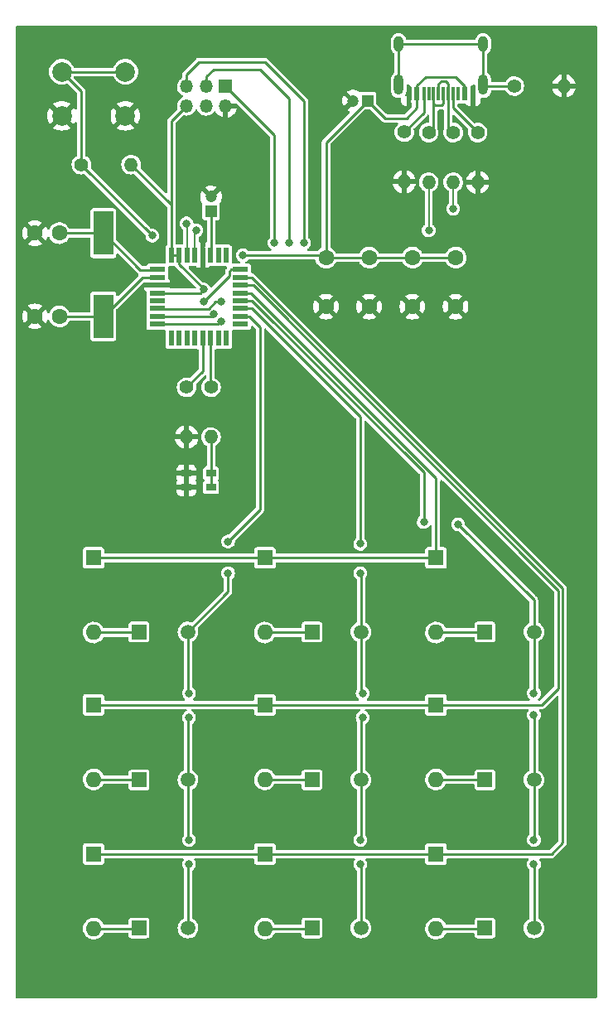
<source format=gtl>
G04 #@! TF.GenerationSoftware,KiCad,Pcbnew,(6.0.5)*
G04 #@! TF.CreationDate,2022-08-13T18:19:54+10:00*
G04 #@! TF.ProjectId,test_microcontroller,74657374-5f6d-4696-9372-6f636f6e7472,rev?*
G04 #@! TF.SameCoordinates,Original*
G04 #@! TF.FileFunction,Copper,L1,Top*
G04 #@! TF.FilePolarity,Positive*
%FSLAX46Y46*%
G04 Gerber Fmt 4.6, Leading zero omitted, Abs format (unit mm)*
G04 Created by KiCad (PCBNEW (6.0.5)) date 2022-08-13 18:19:54*
%MOMM*%
%LPD*%
G01*
G04 APERTURE LIST*
G04 #@! TA.AperFunction,ComponentPad*
%ADD10R,1.600000X1.600000*%
G04 #@! TD*
G04 #@! TA.AperFunction,ComponentPad*
%ADD11O,1.600000X1.600000*%
G04 #@! TD*
G04 #@! TA.AperFunction,ComponentPad*
%ADD12R,1.508000X1.508000*%
G04 #@! TD*
G04 #@! TA.AperFunction,ComponentPad*
%ADD13C,1.508000*%
G04 #@! TD*
G04 #@! TA.AperFunction,ComponentPad*
%ADD14C,1.600000*%
G04 #@! TD*
G04 #@! TA.AperFunction,ComponentPad*
%ADD15C,1.400000*%
G04 #@! TD*
G04 #@! TA.AperFunction,ComponentPad*
%ADD16O,1.400000X1.400000*%
G04 #@! TD*
G04 #@! TA.AperFunction,ComponentPad*
%ADD17R,1.200000X1.200000*%
G04 #@! TD*
G04 #@! TA.AperFunction,ComponentPad*
%ADD18C,1.200000*%
G04 #@! TD*
G04 #@! TA.AperFunction,ComponentPad*
%ADD19R,1.350000X1.350000*%
G04 #@! TD*
G04 #@! TA.AperFunction,ComponentPad*
%ADD20O,1.350000X1.350000*%
G04 #@! TD*
G04 #@! TA.AperFunction,SMDPad,CuDef*
%ADD21R,0.600000X1.450000*%
G04 #@! TD*
G04 #@! TA.AperFunction,SMDPad,CuDef*
%ADD22R,0.300000X1.450000*%
G04 #@! TD*
G04 #@! TA.AperFunction,ComponentPad*
%ADD23O,1.000000X1.600000*%
G04 #@! TD*
G04 #@! TA.AperFunction,ComponentPad*
%ADD24O,1.000000X2.100000*%
G04 #@! TD*
G04 #@! TA.AperFunction,ComponentPad*
%ADD25C,2.000000*%
G04 #@! TD*
G04 #@! TA.AperFunction,SMDPad,CuDef*
%ADD26R,1.600000X0.550000*%
G04 #@! TD*
G04 #@! TA.AperFunction,SMDPad,CuDef*
%ADD27R,0.550000X1.600000*%
G04 #@! TD*
G04 #@! TA.AperFunction,SMDPad,CuDef*
%ADD28R,1.000000X0.800000*%
G04 #@! TD*
G04 #@! TA.AperFunction,SMDPad,CuDef*
%ADD29R,2.000000X4.500000*%
G04 #@! TD*
G04 #@! TA.AperFunction,ViaPad*
%ADD30C,0.800000*%
G04 #@! TD*
G04 #@! TA.AperFunction,Conductor*
%ADD31C,0.250000*%
G04 #@! TD*
G04 #@! TA.AperFunction,Conductor*
%ADD32C,0.200000*%
G04 #@! TD*
G04 APERTURE END LIST*
D10*
X43500000Y-74690000D03*
D11*
X43500000Y-82310000D03*
D12*
X65821850Y-97375000D03*
D13*
X70825650Y-97375000D03*
D12*
X83498100Y-97375000D03*
D13*
X88501900Y-97375000D03*
D12*
X65821850Y-82250000D03*
D13*
X70825650Y-82250000D03*
D12*
X65821850Y-112500000D03*
D13*
X70825650Y-112500000D03*
D14*
X37500000Y-50000000D03*
X40000000Y-50000000D03*
D10*
X61000000Y-74690000D03*
D11*
X61000000Y-82310000D03*
D15*
X86500000Y-26460000D03*
D16*
X91580000Y-26460000D03*
D14*
X80500000Y-44000000D03*
X80500000Y-49000000D03*
D17*
X55500000Y-39250000D03*
D18*
X55500000Y-37750000D03*
D19*
X57000000Y-26500000D03*
D20*
X57000000Y-28500000D03*
X55000000Y-26500000D03*
X55000000Y-28500000D03*
X53000000Y-26500000D03*
X53000000Y-28500000D03*
D15*
X42250000Y-34500000D03*
D16*
X47330000Y-34500000D03*
D14*
X71666668Y-44000000D03*
X71666668Y-49000000D03*
D15*
X80250000Y-31210000D03*
D16*
X80250000Y-36290000D03*
D21*
X82250000Y-27255000D03*
X81450000Y-27255000D03*
D22*
X80250000Y-27255000D03*
X79250000Y-27255000D03*
X78750000Y-27255000D03*
X77750000Y-27255000D03*
D21*
X76550000Y-27255000D03*
X75750000Y-27255000D03*
X75750000Y-27255000D03*
X76550000Y-27255000D03*
D22*
X77250000Y-27255000D03*
X78250000Y-27255000D03*
X79750000Y-27255000D03*
X80750000Y-27255000D03*
D21*
X81450000Y-27255000D03*
X82250000Y-27255000D03*
D23*
X74680000Y-22160000D03*
X83320000Y-22160000D03*
D24*
X83320000Y-26340000D03*
X74680000Y-26340000D03*
D10*
X78500000Y-104940000D03*
D11*
X78500000Y-112560000D03*
D15*
X75250000Y-31170000D03*
D16*
X75250000Y-36250000D03*
D12*
X48145600Y-82250000D03*
D13*
X53149400Y-82250000D03*
D25*
X46750000Y-25000000D03*
X40250000Y-25000000D03*
X46750000Y-29500000D03*
X40250000Y-29500000D03*
D26*
X50000000Y-45200000D03*
X50000000Y-46000000D03*
X50000000Y-46800000D03*
X50000000Y-47600000D03*
X50000000Y-48400000D03*
X50000000Y-49200000D03*
X50000000Y-50000000D03*
X50000000Y-50800000D03*
D27*
X51450000Y-52250000D03*
X52250000Y-52250000D03*
X53050000Y-52250000D03*
X53850000Y-52250000D03*
X54650000Y-52250000D03*
X55450000Y-52250000D03*
X56250000Y-52250000D03*
X57050000Y-52250000D03*
D26*
X58500000Y-50800000D03*
X58500000Y-50000000D03*
X58500000Y-49200000D03*
X58500000Y-48400000D03*
X58500000Y-47600000D03*
X58500000Y-46800000D03*
X58500000Y-46000000D03*
X58500000Y-45200000D03*
D27*
X57050000Y-43750000D03*
X56250000Y-43750000D03*
X55450000Y-43750000D03*
X54650000Y-43750000D03*
X53850000Y-43750000D03*
X53050000Y-43750000D03*
X52250000Y-43750000D03*
X51450000Y-43750000D03*
D12*
X83498100Y-82250000D03*
D13*
X88501900Y-82250000D03*
D17*
X71500000Y-27960000D03*
D18*
X70000000Y-27960000D03*
D15*
X77750000Y-31210000D03*
D16*
X77750000Y-36290000D03*
D15*
X82750000Y-31210000D03*
D16*
X82750000Y-36290000D03*
D28*
X55500000Y-67450000D03*
X55500000Y-66050000D03*
X53000000Y-66050000D03*
X53000000Y-67450000D03*
D12*
X48145600Y-112500000D03*
D13*
X53149400Y-112500000D03*
D15*
X53000000Y-57250000D03*
D16*
X53000000Y-62330000D03*
D10*
X43500000Y-89690000D03*
D11*
X43500000Y-97310000D03*
D12*
X48145600Y-97375000D03*
D13*
X53149400Y-97375000D03*
D12*
X83498100Y-112500000D03*
D13*
X88501900Y-112500000D03*
D14*
X37500000Y-41500000D03*
X40000000Y-41500000D03*
D10*
X43500000Y-104940000D03*
D11*
X43500000Y-112560000D03*
D14*
X76083334Y-44000000D03*
X76083334Y-49000000D03*
D10*
X78500000Y-89690000D03*
D11*
X78500000Y-97310000D03*
D10*
X61000000Y-89690000D03*
D11*
X61000000Y-97310000D03*
D10*
X61000000Y-104940000D03*
D11*
X61000000Y-112560000D03*
D10*
X78500000Y-74690000D03*
D11*
X78500000Y-82310000D03*
D29*
X44500000Y-50000000D03*
X44500000Y-41500000D03*
D15*
X55500000Y-57250000D03*
D16*
X55500000Y-62330000D03*
D14*
X67250000Y-44000000D03*
X67250000Y-49000000D03*
D30*
X49500000Y-41750000D03*
X54750000Y-48500000D03*
X80250000Y-39000000D03*
X53000000Y-40500000D03*
X77750000Y-41199500D03*
X54000000Y-41199500D03*
X53250000Y-103500000D03*
X53250000Y-106000000D03*
X57250000Y-76250000D03*
X57250000Y-73000000D03*
X53250000Y-91000000D03*
X53250000Y-88500000D03*
X70750000Y-76250000D03*
X71000000Y-91000000D03*
X70750000Y-73250000D03*
X70750000Y-103500000D03*
X70750000Y-106000000D03*
X71000000Y-88500000D03*
X88500000Y-103500000D03*
X88500000Y-106000000D03*
X88500000Y-90750000D03*
X80750000Y-71250000D03*
X88500000Y-88500000D03*
X77250000Y-71000000D03*
X54750000Y-47250000D03*
X58750000Y-43750000D03*
X54500000Y-45750000D03*
X53000000Y-46750000D03*
X62000000Y-42500000D03*
X56500000Y-48500000D03*
X55750000Y-49750000D03*
X63500000Y-42500000D03*
X56500000Y-50500000D03*
X65000000Y-42500000D03*
D31*
X40000000Y-41500000D02*
X44500000Y-41500000D01*
X49950000Y-45250000D02*
X50000000Y-45200000D01*
X44500000Y-41500000D02*
X48250000Y-45250000D01*
X48250000Y-45250000D02*
X49950000Y-45250000D01*
X44500000Y-50000000D02*
X48500000Y-46000000D01*
X48500000Y-46000000D02*
X50000000Y-46000000D01*
X40000000Y-50000000D02*
X44500000Y-50000000D01*
X55500000Y-39250000D02*
X55500000Y-43700000D01*
X55500000Y-43700000D02*
X55450000Y-43750000D01*
X43500000Y-82310000D02*
X48085600Y-82310000D01*
X48085600Y-82310000D02*
X48145600Y-82250000D01*
X43500000Y-97310000D02*
X48080600Y-97310000D01*
X48080600Y-97310000D02*
X48145600Y-97375000D01*
X61000000Y-104940000D02*
X78500000Y-104940000D01*
X59635718Y-46000000D02*
X58500000Y-46000000D01*
X43500000Y-104940000D02*
X61000000Y-104940000D01*
X91449520Y-77813802D02*
X59635718Y-46000000D01*
X91449520Y-103800480D02*
X91449520Y-77813802D01*
X78500000Y-104940000D02*
X90310000Y-104940000D01*
X90310000Y-104940000D02*
X91449520Y-103800480D01*
X43500000Y-112560000D02*
X48085600Y-112560000D01*
X48085600Y-112560000D02*
X48145600Y-112500000D01*
X61000000Y-82310000D02*
X65761850Y-82310000D01*
X65761850Y-82310000D02*
X65821850Y-82250000D01*
X65756850Y-97310000D02*
X65821850Y-97375000D01*
X61000000Y-97310000D02*
X65756850Y-97310000D01*
X65761850Y-112560000D02*
X65821850Y-112500000D01*
X61000000Y-112560000D02*
X65761850Y-112560000D01*
X78500000Y-82310000D02*
X83438100Y-82310000D01*
X83438100Y-82310000D02*
X83498100Y-82250000D01*
X83433100Y-97310000D02*
X83498100Y-97375000D01*
X78500000Y-97310000D02*
X83433100Y-97310000D01*
X83438100Y-112560000D02*
X83498100Y-112500000D01*
X78500000Y-112560000D02*
X83438100Y-112560000D01*
X80250000Y-28710000D02*
X82750000Y-31210000D01*
X80250000Y-27255000D02*
X80250000Y-28710000D01*
X78250000Y-30710000D02*
X78250000Y-27255000D01*
X79069022Y-28460000D02*
X78500000Y-28460000D01*
X78500000Y-28460000D02*
X78250000Y-28210000D01*
X77750000Y-31210000D02*
X78250000Y-30710000D01*
X79250000Y-28279022D02*
X79069022Y-28460000D01*
X79250000Y-27255000D02*
X79250000Y-28279022D01*
X78250000Y-28210000D02*
X78250000Y-27255000D01*
X80250000Y-31210000D02*
X79750000Y-30710000D01*
X79020978Y-25960000D02*
X79479022Y-25960000D01*
X79750000Y-30710000D02*
X79750000Y-27255000D01*
X79750000Y-26230978D02*
X79750000Y-27255000D01*
X79479022Y-25960000D02*
X79750000Y-26230978D01*
X78750000Y-26230978D02*
X79020978Y-25960000D01*
X78750000Y-27255000D02*
X78750000Y-26230978D01*
X77250000Y-27255000D02*
X77250000Y-29170000D01*
X77250000Y-29170000D02*
X75250000Y-31170000D01*
X74680000Y-22160000D02*
X74680000Y-26340000D01*
X83320000Y-22160000D02*
X83320000Y-26340000D01*
X74680000Y-22160000D02*
X83320000Y-22160000D01*
X83440000Y-26460000D02*
X83320000Y-26340000D01*
X86500000Y-26460000D02*
X83440000Y-26460000D01*
X40250000Y-25000000D02*
X46750000Y-25000000D01*
X42250000Y-27000000D02*
X42250000Y-34500000D01*
X42250000Y-34500000D02*
X49500000Y-41750000D01*
X54750000Y-48500000D02*
X57375489Y-45874511D01*
X57575978Y-45200000D02*
X58500000Y-45200000D01*
X40250000Y-25000000D02*
X42250000Y-27000000D01*
X57375489Y-45874511D02*
X57375489Y-45400489D01*
X57375489Y-45400489D02*
X57575978Y-45200000D01*
D32*
X53050000Y-40550000D02*
X53050000Y-43750000D01*
X80250000Y-39000000D02*
X80250000Y-36290000D01*
X53000000Y-40500000D02*
X53050000Y-40550000D01*
X54000000Y-41199500D02*
X53850000Y-41349500D01*
X77750000Y-41199500D02*
X77750000Y-36290000D01*
X53850000Y-41349500D02*
X53850000Y-43750000D01*
D31*
X54650000Y-55600000D02*
X54650000Y-52250000D01*
X53000000Y-57250000D02*
X54650000Y-55600000D01*
X55450000Y-57200000D02*
X55500000Y-57250000D01*
X55450000Y-52250000D02*
X55450000Y-57200000D01*
X60500000Y-51075978D02*
X59424022Y-50000000D01*
X53149400Y-82250000D02*
X57250000Y-78149400D01*
X53149400Y-88399400D02*
X53250000Y-88500000D01*
X53250000Y-91000000D02*
X53149400Y-91100600D01*
X57250000Y-73000000D02*
X60500000Y-69750000D01*
X57250000Y-78149400D02*
X57250000Y-76250000D01*
X60500000Y-69750000D02*
X60500000Y-51075978D01*
X53149400Y-97375000D02*
X53149400Y-103399400D01*
X59424022Y-50000000D02*
X58500000Y-50000000D01*
X53149400Y-103399400D02*
X53250000Y-103500000D01*
X53149400Y-82250000D02*
X53149400Y-88399400D01*
X53149400Y-91100600D02*
X53149400Y-97375000D01*
X53250000Y-106000000D02*
X53149400Y-106100600D01*
X53149400Y-106100600D02*
X53149400Y-112500000D01*
X70825650Y-103424350D02*
X70750000Y-103500000D01*
X71000000Y-91000000D02*
X70825650Y-91174350D01*
X70825650Y-97375000D02*
X70825650Y-103424350D01*
X70825650Y-82250000D02*
X70825650Y-88325650D01*
X70750000Y-60250000D02*
X59700000Y-49200000D01*
X70750000Y-60250000D02*
X70750000Y-73250000D01*
X70825650Y-88325650D02*
X71000000Y-88500000D01*
X70825650Y-91174350D02*
X70825650Y-97375000D01*
X59700000Y-49200000D02*
X58500000Y-49200000D01*
X70750000Y-76250000D02*
X70825650Y-76325650D01*
X70750000Y-106000000D02*
X70825650Y-106075650D01*
X70825650Y-76325650D02*
X70825650Y-82250000D01*
X70825650Y-106075650D02*
X70825650Y-112500000D01*
X80750000Y-71250000D02*
X88501900Y-79001900D01*
X88501900Y-103498100D02*
X88500000Y-103500000D01*
X88501900Y-79001900D02*
X88501900Y-82250000D01*
X88501900Y-106001900D02*
X88501900Y-112500000D01*
X88501900Y-88498100D02*
X88500000Y-88500000D01*
X58500000Y-48400000D02*
X59714282Y-48400000D01*
X88500000Y-90750000D02*
X88501900Y-90751900D01*
X59714282Y-48400000D02*
X77157141Y-65842859D01*
X77250000Y-65935718D02*
X77250000Y-71000000D01*
X88501900Y-90751900D02*
X88501900Y-97375000D01*
X77157141Y-65842859D02*
X77250000Y-65935718D01*
X88501900Y-97375000D02*
X88501900Y-103498100D01*
X88501900Y-82250000D02*
X88501900Y-88498100D01*
X88500000Y-106000000D02*
X88501900Y-106001900D01*
X81450000Y-26450000D02*
X81450000Y-27255000D01*
X54750000Y-47174022D02*
X52250000Y-44674022D01*
X80500000Y-44000000D02*
X76083334Y-44000000D01*
X51450000Y-43750000D02*
X51450000Y-38620000D01*
X67250000Y-44000000D02*
X67250000Y-32210000D01*
X67250000Y-32210000D02*
X71500000Y-27960000D01*
X75500000Y-29750000D02*
X76550000Y-28700000D01*
X51450000Y-38620000D02*
X47330000Y-34500000D01*
X67250000Y-44000000D02*
X67000000Y-43750000D01*
X54400000Y-47600000D02*
X54750000Y-47250000D01*
X76083334Y-44000000D02*
X71666668Y-44000000D01*
X76550000Y-27255000D02*
X76550000Y-26430978D01*
X67000000Y-43750000D02*
X58750000Y-43750000D01*
X71500000Y-27960000D02*
X73290000Y-29750000D01*
X76550000Y-26430978D02*
X77470498Y-25510480D01*
X77470498Y-25510480D02*
X80510480Y-25510480D01*
X51450000Y-38620000D02*
X51450000Y-30050000D01*
X73290000Y-29750000D02*
X75500000Y-29750000D01*
X50000000Y-47600000D02*
X54400000Y-47600000D01*
X51450000Y-30050000D02*
X53000000Y-28500000D01*
X67250000Y-44000000D02*
X71666668Y-44000000D01*
X80510480Y-25510480D02*
X81450000Y-26450000D01*
X51450000Y-43750000D02*
X52250000Y-43750000D01*
X54750000Y-47250000D02*
X54750000Y-47174022D01*
X76550000Y-28700000D02*
X76550000Y-27255000D01*
X52250000Y-44674022D02*
X52250000Y-43750000D01*
X54500000Y-45750000D02*
X54500000Y-45250000D01*
X54750000Y-45000000D02*
X54750000Y-43850000D01*
X50000000Y-46800000D02*
X52950000Y-46800000D01*
X54750000Y-43850000D02*
X54650000Y-43750000D01*
X52950000Y-46800000D02*
X53000000Y-46750000D01*
X54500000Y-45250000D02*
X54750000Y-45000000D01*
X55500000Y-67450000D02*
X55500000Y-66050000D01*
X55500000Y-62330000D02*
X55500000Y-66050000D01*
X61000000Y-74690000D02*
X78500000Y-74690000D01*
X43500000Y-74690000D02*
X61000000Y-74690000D01*
X59550000Y-47600000D02*
X58500000Y-47600000D01*
X78500000Y-66550000D02*
X59550000Y-47600000D01*
X78500000Y-74690000D02*
X78500000Y-66550000D01*
X61000000Y-89690000D02*
X78500000Y-89690000D01*
X43500000Y-89690000D02*
X61000000Y-89690000D01*
X89310000Y-89690000D02*
X91000000Y-88000000D01*
X91000000Y-88000000D02*
X91000000Y-78000000D01*
X91000000Y-78000000D02*
X59800000Y-46800000D01*
X59800000Y-46800000D02*
X58500000Y-46800000D01*
X78500000Y-89690000D02*
X89310000Y-89690000D01*
X50000000Y-49200000D02*
X50024511Y-49224511D01*
X55250875Y-49224511D02*
X55975386Y-48500000D01*
X50024511Y-49224511D02*
X55250875Y-49224511D01*
X62000000Y-31500000D02*
X57000000Y-26500000D01*
X55975386Y-48500000D02*
X56500000Y-48500000D01*
X62000000Y-42500000D02*
X62000000Y-31500000D01*
X63500000Y-42500000D02*
X63500000Y-27750000D01*
X63500000Y-27750000D02*
X60500000Y-24750000D01*
X50000000Y-50000000D02*
X55500000Y-50000000D01*
X55000000Y-25500000D02*
X55000000Y-26500000D01*
X55500000Y-50000000D02*
X55750000Y-49750000D01*
X60500000Y-24750000D02*
X55750000Y-24750000D01*
X55750000Y-24750000D02*
X55000000Y-25500000D01*
X50000000Y-50800000D02*
X56200000Y-50800000D01*
X54250000Y-24000000D02*
X53000000Y-25250000D01*
X65000000Y-42500000D02*
X65000000Y-28000000D01*
X56200000Y-50800000D02*
X56500000Y-50500000D01*
X65000000Y-28000000D02*
X61000000Y-24000000D01*
X61000000Y-24000000D02*
X54250000Y-24000000D01*
X53000000Y-25250000D02*
X53000000Y-26500000D01*
G04 #@! TA.AperFunction,Conductor*
G36*
X94891621Y-20320502D02*
G01*
X94938114Y-20374158D01*
X94949500Y-20426500D01*
X94949500Y-119573500D01*
X94929498Y-119641621D01*
X94875842Y-119688114D01*
X94823500Y-119699500D01*
X35676500Y-119699500D01*
X35608379Y-119679498D01*
X35561886Y-119625842D01*
X35550500Y-119573500D01*
X35550500Y-112531069D01*
X42395164Y-112531069D01*
X42408392Y-112732894D01*
X42433285Y-112830911D01*
X42449702Y-112895552D01*
X42458178Y-112928928D01*
X42542856Y-113112607D01*
X42546189Y-113117323D01*
X42652206Y-113267334D01*
X42659588Y-113277780D01*
X42804466Y-113418913D01*
X42972637Y-113531282D01*
X42977940Y-113533560D01*
X42977943Y-113533562D01*
X43066291Y-113571519D01*
X43158470Y-113611122D01*
X43355740Y-113655760D01*
X43361509Y-113655987D01*
X43361512Y-113655987D01*
X43437683Y-113658979D01*
X43557842Y-113663700D01*
X43644132Y-113651189D01*
X43752286Y-113635508D01*
X43752291Y-113635507D01*
X43758007Y-113634678D01*
X43763479Y-113632820D01*
X43763481Y-113632820D01*
X43944067Y-113571519D01*
X43944069Y-113571518D01*
X43949531Y-113569664D01*
X44078024Y-113497705D01*
X44120964Y-113473658D01*
X44120965Y-113473657D01*
X44126001Y-113470837D01*
X44188433Y-113418913D01*
X44277073Y-113345191D01*
X44281505Y-113341505D01*
X44410837Y-113186001D01*
X44487038Y-113049933D01*
X44537774Y-113000272D01*
X44596972Y-112985500D01*
X46965100Y-112985500D01*
X47033221Y-113005502D01*
X47079714Y-113059158D01*
X47091100Y-113111500D01*
X47091100Y-113298646D01*
X47094218Y-113324846D01*
X47098056Y-113333486D01*
X47098056Y-113333487D01*
X47134740Y-113416074D01*
X47139661Y-113427153D01*
X47218887Y-113506241D01*
X47229524Y-113510944D01*
X47229526Y-113510945D01*
X47280685Y-113533562D01*
X47321273Y-113551506D01*
X47346954Y-113554500D01*
X48944246Y-113554500D01*
X48947950Y-113554059D01*
X48947953Y-113554059D01*
X48955346Y-113553179D01*
X48970446Y-113551382D01*
X49005948Y-113535613D01*
X49062118Y-113510663D01*
X49072753Y-113505939D01*
X49089113Y-113489551D01*
X49143623Y-113434945D01*
X49151841Y-113426713D01*
X49157073Y-113414880D01*
X49187882Y-113345191D01*
X49197106Y-113324327D01*
X49200100Y-113298646D01*
X49200100Y-111701354D01*
X49196982Y-111675154D01*
X49151539Y-111572847D01*
X49139122Y-111560451D01*
X49102908Y-111524301D01*
X49072313Y-111493759D01*
X49061676Y-111489056D01*
X49061674Y-111489055D01*
X48997850Y-111460839D01*
X48969927Y-111448494D01*
X48944246Y-111445500D01*
X47346954Y-111445500D01*
X47343250Y-111445941D01*
X47343247Y-111445941D01*
X47335854Y-111446821D01*
X47320754Y-111448618D01*
X47312114Y-111452456D01*
X47312113Y-111452456D01*
X47290703Y-111461966D01*
X47218447Y-111494061D01*
X47210228Y-111502294D01*
X47210227Y-111502295D01*
X47195576Y-111516972D01*
X47139359Y-111573287D01*
X47094094Y-111675673D01*
X47091100Y-111701354D01*
X47091100Y-112008500D01*
X47071098Y-112076621D01*
X47017442Y-112123114D01*
X46965100Y-112134500D01*
X44595648Y-112134500D01*
X44527527Y-112114498D01*
X44482642Y-112064228D01*
X44444907Y-111987710D01*
X44442351Y-111982527D01*
X44321335Y-111820467D01*
X44298350Y-111799220D01*
X44177053Y-111687094D01*
X44177051Y-111687092D01*
X44172812Y-111683174D01*
X44145374Y-111665862D01*
X44006637Y-111578325D01*
X44001757Y-111575246D01*
X43813898Y-111500298D01*
X43615526Y-111460839D01*
X43609752Y-111460763D01*
X43609748Y-111460763D01*
X43507257Y-111459422D01*
X43413286Y-111458192D01*
X43407589Y-111459171D01*
X43407588Y-111459171D01*
X43219646Y-111491465D01*
X43219645Y-111491465D01*
X43213949Y-111492444D01*
X43024193Y-111562449D01*
X43019232Y-111565401D01*
X43019231Y-111565401D01*
X42918251Y-111625478D01*
X42850371Y-111665862D01*
X42698305Y-111799220D01*
X42573089Y-111958057D01*
X42478914Y-112137053D01*
X42418937Y-112330213D01*
X42395164Y-112531069D01*
X35550500Y-112531069D01*
X35550500Y-97281069D01*
X42395164Y-97281069D01*
X42408392Y-97482894D01*
X42458178Y-97678928D01*
X42542856Y-97862607D01*
X42546189Y-97867323D01*
X42607324Y-97953827D01*
X42659588Y-98027780D01*
X42804466Y-98168913D01*
X42972637Y-98281282D01*
X42977940Y-98283560D01*
X42977943Y-98283562D01*
X43153163Y-98358842D01*
X43158470Y-98361122D01*
X43355740Y-98405760D01*
X43361509Y-98405987D01*
X43361512Y-98405987D01*
X43437683Y-98408979D01*
X43557842Y-98413700D01*
X43644132Y-98401189D01*
X43752286Y-98385508D01*
X43752291Y-98385507D01*
X43758007Y-98384678D01*
X43763479Y-98382820D01*
X43763481Y-98382820D01*
X43944067Y-98321519D01*
X43944069Y-98321518D01*
X43949531Y-98319664D01*
X44126001Y-98220837D01*
X44188433Y-98168913D01*
X44220390Y-98142334D01*
X44281505Y-98091505D01*
X44410837Y-97936001D01*
X44487038Y-97799933D01*
X44537774Y-97750272D01*
X44596972Y-97735500D01*
X46965100Y-97735500D01*
X47033221Y-97755502D01*
X47079714Y-97809158D01*
X47091100Y-97861500D01*
X47091100Y-98173646D01*
X47094218Y-98199846D01*
X47098056Y-98208486D01*
X47098056Y-98208487D01*
X47126458Y-98272428D01*
X47139661Y-98302153D01*
X47147894Y-98310372D01*
X47147895Y-98310373D01*
X47159061Y-98321519D01*
X47218887Y-98381241D01*
X47229524Y-98385944D01*
X47229526Y-98385945D01*
X47289062Y-98412265D01*
X47321273Y-98426506D01*
X47346954Y-98429500D01*
X48944246Y-98429500D01*
X48947950Y-98429059D01*
X48947953Y-98429059D01*
X48955346Y-98428179D01*
X48970446Y-98426382D01*
X48986654Y-98419183D01*
X49062118Y-98385663D01*
X49072753Y-98380939D01*
X49092536Y-98361122D01*
X49143623Y-98309945D01*
X49151841Y-98301713D01*
X49166016Y-98269652D01*
X49193275Y-98207992D01*
X49197106Y-98199327D01*
X49200100Y-98173646D01*
X49200100Y-96576354D01*
X49199400Y-96570467D01*
X49198099Y-96559541D01*
X49196982Y-96550154D01*
X49151539Y-96447847D01*
X49140768Y-96437094D01*
X49102908Y-96399301D01*
X49072313Y-96368759D01*
X49061676Y-96364056D01*
X49061674Y-96364055D01*
X48980854Y-96328325D01*
X48969927Y-96323494D01*
X48944246Y-96320500D01*
X47346954Y-96320500D01*
X47343250Y-96320941D01*
X47343247Y-96320941D01*
X47335854Y-96321821D01*
X47320754Y-96323618D01*
X47312114Y-96327456D01*
X47312113Y-96327456D01*
X47303729Y-96331180D01*
X47218447Y-96369061D01*
X47139359Y-96448287D01*
X47094094Y-96550673D01*
X47091100Y-96576354D01*
X47091100Y-96758500D01*
X47071098Y-96826621D01*
X47017442Y-96873114D01*
X46965100Y-96884500D01*
X44595648Y-96884500D01*
X44527527Y-96864498D01*
X44482642Y-96814228D01*
X44444907Y-96737710D01*
X44442351Y-96732527D01*
X44321335Y-96570467D01*
X44310103Y-96560084D01*
X44177053Y-96437094D01*
X44177051Y-96437092D01*
X44172812Y-96433174D01*
X44145374Y-96415862D01*
X44006637Y-96328325D01*
X44001757Y-96325246D01*
X43813898Y-96250298D01*
X43615526Y-96210839D01*
X43609752Y-96210763D01*
X43609748Y-96210763D01*
X43507257Y-96209422D01*
X43413286Y-96208192D01*
X43407589Y-96209171D01*
X43407588Y-96209171D01*
X43219646Y-96241465D01*
X43219645Y-96241465D01*
X43213949Y-96242444D01*
X43024193Y-96312449D01*
X43019232Y-96315401D01*
X43019231Y-96315401D01*
X42878208Y-96399301D01*
X42850371Y-96415862D01*
X42698305Y-96549220D01*
X42573089Y-96708057D01*
X42478914Y-96887053D01*
X42418937Y-97080213D01*
X42395164Y-97281069D01*
X35550500Y-97281069D01*
X35550500Y-82281069D01*
X42395164Y-82281069D01*
X42408392Y-82482894D01*
X42433285Y-82580911D01*
X42449702Y-82645552D01*
X42458178Y-82678928D01*
X42542856Y-82862607D01*
X42546189Y-82867323D01*
X42652206Y-83017334D01*
X42659588Y-83027780D01*
X42804466Y-83168913D01*
X42972637Y-83281282D01*
X42977940Y-83283560D01*
X42977943Y-83283562D01*
X43066291Y-83321519D01*
X43158470Y-83361122D01*
X43355740Y-83405760D01*
X43361509Y-83405987D01*
X43361512Y-83405987D01*
X43437683Y-83408979D01*
X43557842Y-83413700D01*
X43644132Y-83401189D01*
X43752286Y-83385508D01*
X43752291Y-83385507D01*
X43758007Y-83384678D01*
X43763479Y-83382820D01*
X43763481Y-83382820D01*
X43944067Y-83321519D01*
X43944069Y-83321518D01*
X43949531Y-83319664D01*
X44126001Y-83220837D01*
X44188433Y-83168913D01*
X44277073Y-83095191D01*
X44281505Y-83091505D01*
X44410837Y-82936001D01*
X44487038Y-82799933D01*
X44537774Y-82750272D01*
X44596972Y-82735500D01*
X46965100Y-82735500D01*
X47033221Y-82755502D01*
X47079714Y-82809158D01*
X47091100Y-82861500D01*
X47091100Y-83048646D01*
X47094218Y-83074846D01*
X47098056Y-83083486D01*
X47098056Y-83083487D01*
X47134740Y-83166074D01*
X47139661Y-83177153D01*
X47218887Y-83256241D01*
X47229524Y-83260944D01*
X47229526Y-83260945D01*
X47268267Y-83278072D01*
X47321273Y-83301506D01*
X47346954Y-83304500D01*
X48944246Y-83304500D01*
X48947950Y-83304059D01*
X48947953Y-83304059D01*
X48955346Y-83303179D01*
X48970446Y-83301382D01*
X48986654Y-83294183D01*
X49062118Y-83260663D01*
X49072753Y-83255939D01*
X49093767Y-83234889D01*
X49143623Y-83184945D01*
X49151841Y-83176713D01*
X49157073Y-83164880D01*
X49187882Y-83095191D01*
X49197106Y-83074327D01*
X49200100Y-83048646D01*
X49200100Y-81451354D01*
X49196982Y-81425154D01*
X49168268Y-81360508D01*
X49156263Y-81333482D01*
X49151539Y-81322847D01*
X49139122Y-81310451D01*
X49102908Y-81274301D01*
X49072313Y-81243759D01*
X49061676Y-81239056D01*
X49061674Y-81239055D01*
X48997850Y-81210839D01*
X48969927Y-81198494D01*
X48944246Y-81195500D01*
X47346954Y-81195500D01*
X47343250Y-81195941D01*
X47343247Y-81195941D01*
X47335854Y-81196821D01*
X47320754Y-81198618D01*
X47312114Y-81202456D01*
X47312113Y-81202456D01*
X47229717Y-81239055D01*
X47218447Y-81244061D01*
X47210228Y-81252294D01*
X47210227Y-81252295D01*
X47197756Y-81264788D01*
X47139359Y-81323287D01*
X47134656Y-81333924D01*
X47134655Y-81333926D01*
X47122903Y-81360509D01*
X47094094Y-81425673D01*
X47091100Y-81451354D01*
X47091100Y-81758500D01*
X47071098Y-81826621D01*
X47017442Y-81873114D01*
X46965100Y-81884500D01*
X44595648Y-81884500D01*
X44527527Y-81864498D01*
X44482642Y-81814228D01*
X44444907Y-81737710D01*
X44442351Y-81732527D01*
X44321335Y-81570467D01*
X44298350Y-81549220D01*
X44177053Y-81437094D01*
X44177051Y-81437092D01*
X44172812Y-81433174D01*
X44145374Y-81415862D01*
X44006637Y-81328325D01*
X44001757Y-81325246D01*
X43813898Y-81250298D01*
X43615526Y-81210839D01*
X43609752Y-81210763D01*
X43609748Y-81210763D01*
X43507257Y-81209422D01*
X43413286Y-81208192D01*
X43407589Y-81209171D01*
X43407588Y-81209171D01*
X43219646Y-81241465D01*
X43219645Y-81241465D01*
X43213949Y-81242444D01*
X43024193Y-81312449D01*
X43019232Y-81315401D01*
X43019231Y-81315401D01*
X42918251Y-81375478D01*
X42850371Y-81415862D01*
X42698305Y-81549220D01*
X42573089Y-81708057D01*
X42478914Y-81887053D01*
X42418937Y-82080213D01*
X42395164Y-82281069D01*
X35550500Y-82281069D01*
X35550500Y-67894669D01*
X51992001Y-67894669D01*
X51992371Y-67901490D01*
X51997895Y-67952352D01*
X52001521Y-67967604D01*
X52046676Y-68088054D01*
X52055214Y-68103649D01*
X52131715Y-68205724D01*
X52144276Y-68218285D01*
X52246351Y-68294786D01*
X52261946Y-68303324D01*
X52382394Y-68348478D01*
X52397649Y-68352105D01*
X52448514Y-68357631D01*
X52455328Y-68358000D01*
X52727885Y-68358000D01*
X52743124Y-68353525D01*
X52744329Y-68352135D01*
X52746000Y-68344452D01*
X52746000Y-68339884D01*
X53254000Y-68339884D01*
X53258475Y-68355123D01*
X53259865Y-68356328D01*
X53267548Y-68357999D01*
X53544669Y-68357999D01*
X53551490Y-68357629D01*
X53602352Y-68352105D01*
X53617604Y-68348479D01*
X53738054Y-68303324D01*
X53753649Y-68294786D01*
X53855724Y-68218285D01*
X53868285Y-68205724D01*
X53944786Y-68103649D01*
X53953324Y-68088054D01*
X53998478Y-67967606D01*
X54002105Y-67952351D01*
X54007631Y-67901486D01*
X54008000Y-67894672D01*
X54008000Y-67722115D01*
X54003525Y-67706876D01*
X54002135Y-67705671D01*
X53994452Y-67704000D01*
X53272115Y-67704000D01*
X53256876Y-67708475D01*
X53255671Y-67709865D01*
X53254000Y-67717548D01*
X53254000Y-68339884D01*
X52746000Y-68339884D01*
X52746000Y-67722115D01*
X52741525Y-67706876D01*
X52740135Y-67705671D01*
X52732452Y-67704000D01*
X52010116Y-67704000D01*
X51994877Y-67708475D01*
X51993672Y-67709865D01*
X51992001Y-67717548D01*
X51992001Y-67894669D01*
X35550500Y-67894669D01*
X35550500Y-67177885D01*
X51992000Y-67177885D01*
X51996475Y-67193124D01*
X51997865Y-67194329D01*
X52005548Y-67196000D01*
X52727885Y-67196000D01*
X52743124Y-67191525D01*
X52744329Y-67190135D01*
X52746000Y-67182452D01*
X52746000Y-67177885D01*
X53254000Y-67177885D01*
X53258475Y-67193124D01*
X53259865Y-67194329D01*
X53267548Y-67196000D01*
X53989884Y-67196000D01*
X54005123Y-67191525D01*
X54006328Y-67190135D01*
X54007999Y-67182452D01*
X54007999Y-67005331D01*
X54007629Y-66998510D01*
X54002105Y-66947648D01*
X53998479Y-66932396D01*
X53953321Y-66811939D01*
X53952538Y-66810508D01*
X53952192Y-66808927D01*
X53950172Y-66803538D01*
X53950950Y-66803246D01*
X53937369Y-66741151D01*
X53950460Y-66696570D01*
X53950172Y-66696462D01*
X53951646Y-66692531D01*
X53952538Y-66689492D01*
X53953321Y-66688061D01*
X53998478Y-66567606D01*
X54002105Y-66552351D01*
X54007631Y-66501486D01*
X54008000Y-66494672D01*
X54008000Y-66322115D01*
X54003525Y-66306876D01*
X54002135Y-66305671D01*
X53994452Y-66304000D01*
X53272115Y-66304000D01*
X53256876Y-66308475D01*
X53255671Y-66309865D01*
X53254000Y-66317548D01*
X53254000Y-67177885D01*
X52746000Y-67177885D01*
X52746000Y-66322115D01*
X52741525Y-66306876D01*
X52740135Y-66305671D01*
X52732452Y-66304000D01*
X52010116Y-66304000D01*
X51994877Y-66308475D01*
X51993672Y-66309865D01*
X51992001Y-66317548D01*
X51992001Y-66494669D01*
X51992371Y-66501490D01*
X51997895Y-66552352D01*
X52001521Y-66567604D01*
X52046679Y-66688061D01*
X52047462Y-66689492D01*
X52047808Y-66691073D01*
X52049828Y-66696462D01*
X52049050Y-66696754D01*
X52062631Y-66758849D01*
X52049540Y-66803430D01*
X52049828Y-66803538D01*
X52048354Y-66807469D01*
X52047462Y-66810508D01*
X52046679Y-66811939D01*
X52001522Y-66932394D01*
X51997895Y-66947649D01*
X51992369Y-66998514D01*
X51992000Y-67005328D01*
X51992000Y-67177885D01*
X35550500Y-67177885D01*
X35550500Y-65777885D01*
X51992000Y-65777885D01*
X51996475Y-65793124D01*
X51997865Y-65794329D01*
X52005548Y-65796000D01*
X52727885Y-65796000D01*
X52743124Y-65791525D01*
X52744329Y-65790135D01*
X52746000Y-65782452D01*
X52746000Y-65777885D01*
X53254000Y-65777885D01*
X53258475Y-65793124D01*
X53259865Y-65794329D01*
X53267548Y-65796000D01*
X53989884Y-65796000D01*
X54005123Y-65791525D01*
X54006328Y-65790135D01*
X54007999Y-65782452D01*
X54007999Y-65605331D01*
X54007629Y-65598510D01*
X54002105Y-65547648D01*
X53998479Y-65532396D01*
X53953324Y-65411946D01*
X53944786Y-65396351D01*
X53868285Y-65294276D01*
X53855724Y-65281715D01*
X53753649Y-65205214D01*
X53738054Y-65196676D01*
X53617606Y-65151522D01*
X53602351Y-65147895D01*
X53551486Y-65142369D01*
X53544672Y-65142000D01*
X53272115Y-65142000D01*
X53256876Y-65146475D01*
X53255671Y-65147865D01*
X53254000Y-65155548D01*
X53254000Y-65777885D01*
X52746000Y-65777885D01*
X52746000Y-65160116D01*
X52741525Y-65144877D01*
X52740135Y-65143672D01*
X52732452Y-65142001D01*
X52455331Y-65142001D01*
X52448510Y-65142371D01*
X52397648Y-65147895D01*
X52382396Y-65151521D01*
X52261946Y-65196676D01*
X52246351Y-65205214D01*
X52144276Y-65281715D01*
X52131715Y-65294276D01*
X52055214Y-65396351D01*
X52046676Y-65411946D01*
X52001522Y-65532394D01*
X51997895Y-65547649D01*
X51992369Y-65598514D01*
X51992000Y-65605328D01*
X51992000Y-65777885D01*
X35550500Y-65777885D01*
X35550500Y-62596522D01*
X51820801Y-62596522D01*
X51859092Y-62739423D01*
X51862842Y-62749727D01*
X51947521Y-62931323D01*
X51952998Y-62940811D01*
X52067925Y-63104942D01*
X52074981Y-63113350D01*
X52216650Y-63255019D01*
X52225058Y-63262075D01*
X52389189Y-63377002D01*
X52398677Y-63382479D01*
X52580273Y-63467158D01*
X52590577Y-63470908D01*
X52728503Y-63507866D01*
X52742599Y-63507530D01*
X52746000Y-63499588D01*
X52746000Y-63494439D01*
X53254000Y-63494439D01*
X53257973Y-63507970D01*
X53266522Y-63509199D01*
X53409423Y-63470908D01*
X53419727Y-63467158D01*
X53601323Y-63382479D01*
X53610811Y-63377002D01*
X53774942Y-63262075D01*
X53783350Y-63255019D01*
X53925019Y-63113350D01*
X53932075Y-63104942D01*
X54047002Y-62940811D01*
X54052479Y-62931323D01*
X54137158Y-62749727D01*
X54140908Y-62739423D01*
X54177866Y-62601497D01*
X54177530Y-62587401D01*
X54169588Y-62584000D01*
X53272115Y-62584000D01*
X53256876Y-62588475D01*
X53255671Y-62589865D01*
X53254000Y-62597548D01*
X53254000Y-63494439D01*
X52746000Y-63494439D01*
X52746000Y-62602115D01*
X52741525Y-62586876D01*
X52740135Y-62585671D01*
X52732452Y-62584000D01*
X51835561Y-62584000D01*
X51822030Y-62587973D01*
X51820801Y-62596522D01*
X35550500Y-62596522D01*
X35550500Y-62315963D01*
X54494757Y-62315963D01*
X54511175Y-62511483D01*
X54565258Y-62700091D01*
X54568076Y-62705574D01*
X54652123Y-62869113D01*
X54652126Y-62869117D01*
X54654944Y-62874601D01*
X54776818Y-63028369D01*
X54781511Y-63032363D01*
X54781512Y-63032364D01*
X54876671Y-63113350D01*
X54926238Y-63155535D01*
X55009971Y-63202332D01*
X55059676Y-63253024D01*
X55074500Y-63312319D01*
X55074500Y-65223906D01*
X55054498Y-65292027D01*
X55000842Y-65338520D01*
X54956710Y-65349500D01*
X54955354Y-65349500D01*
X54929154Y-65352618D01*
X54826847Y-65398061D01*
X54747759Y-65477287D01*
X54702494Y-65579673D01*
X54699500Y-65605354D01*
X54699500Y-66494646D01*
X54702618Y-66520846D01*
X54706456Y-66529486D01*
X54706456Y-66529487D01*
X54716612Y-66552351D01*
X54748061Y-66623153D01*
X54756294Y-66631372D01*
X54756297Y-66631376D01*
X54785803Y-66660830D01*
X54819883Y-66723112D01*
X54814880Y-66793932D01*
X54785959Y-66839020D01*
X54747759Y-66877287D01*
X54702494Y-66979673D01*
X54699500Y-67005354D01*
X54699500Y-67894646D01*
X54702618Y-67920846D01*
X54748061Y-68023153D01*
X54827287Y-68102241D01*
X54837924Y-68106944D01*
X54837926Y-68106945D01*
X54897462Y-68133265D01*
X54929673Y-68147506D01*
X54955354Y-68150500D01*
X56044646Y-68150500D01*
X56048350Y-68150059D01*
X56048353Y-68150059D01*
X56055746Y-68149179D01*
X56070846Y-68147382D01*
X56173153Y-68101939D01*
X56252241Y-68022713D01*
X56297506Y-67920327D01*
X56300500Y-67894646D01*
X56300500Y-67005354D01*
X56297382Y-66979154D01*
X56251939Y-66876847D01*
X56243706Y-66868628D01*
X56243703Y-66868624D01*
X56214197Y-66839170D01*
X56180117Y-66776888D01*
X56185120Y-66706068D01*
X56214041Y-66660980D01*
X56252241Y-66622713D01*
X56297506Y-66520327D01*
X56300500Y-66494646D01*
X56300500Y-65605354D01*
X56297382Y-65579154D01*
X56251939Y-65476847D01*
X56172713Y-65397759D01*
X56162076Y-65393056D01*
X56162074Y-65393055D01*
X56102538Y-65366735D01*
X56070327Y-65352494D01*
X56044646Y-65349500D01*
X56043667Y-65349500D01*
X55977340Y-65325762D01*
X55934041Y-65269497D01*
X55925500Y-65223898D01*
X55925500Y-63313529D01*
X55945502Y-63245408D01*
X55994689Y-63201063D01*
X56033195Y-63181612D01*
X56038689Y-63178837D01*
X56068515Y-63155535D01*
X56188453Y-63061829D01*
X56193303Y-63058040D01*
X56223084Y-63023539D01*
X56317485Y-62914173D01*
X56317485Y-62914172D01*
X56321509Y-62909511D01*
X56418425Y-62738909D01*
X56480358Y-62552732D01*
X56504949Y-62358071D01*
X56505341Y-62330000D01*
X56486194Y-62134728D01*
X56484413Y-62128829D01*
X56484412Y-62128824D01*
X56431265Y-61952793D01*
X56429484Y-61946894D01*
X56337370Y-61773653D01*
X56213361Y-61621602D01*
X56062180Y-61496535D01*
X55889585Y-61403213D01*
X55795868Y-61374203D01*
X55708039Y-61347015D01*
X55708036Y-61347014D01*
X55702152Y-61345193D01*
X55696027Y-61344549D01*
X55696026Y-61344549D01*
X55513147Y-61325327D01*
X55513146Y-61325327D01*
X55507019Y-61324683D01*
X55384383Y-61335844D01*
X55317759Y-61341907D01*
X55317758Y-61341907D01*
X55311618Y-61342466D01*
X55305704Y-61344207D01*
X55305702Y-61344207D01*
X55176734Y-61382165D01*
X55123393Y-61397864D01*
X55117928Y-61400721D01*
X54954972Y-61485912D01*
X54954968Y-61485915D01*
X54949512Y-61488767D01*
X54944712Y-61492627D01*
X54944711Y-61492627D01*
X54910326Y-61520273D01*
X54796600Y-61611711D01*
X54670480Y-61762016D01*
X54667516Y-61767408D01*
X54667513Y-61767412D01*
X54588975Y-61910273D01*
X54575956Y-61933954D01*
X54516628Y-62120978D01*
X54494757Y-62315963D01*
X35550500Y-62315963D01*
X35550500Y-62058503D01*
X51822134Y-62058503D01*
X51822470Y-62072599D01*
X51830412Y-62076000D01*
X52727885Y-62076000D01*
X52743124Y-62071525D01*
X52744329Y-62070135D01*
X52746000Y-62062452D01*
X52746000Y-62057885D01*
X53254000Y-62057885D01*
X53258475Y-62073124D01*
X53259865Y-62074329D01*
X53267548Y-62076000D01*
X54164439Y-62076000D01*
X54177970Y-62072027D01*
X54179199Y-62063478D01*
X54140908Y-61920577D01*
X54137158Y-61910273D01*
X54052479Y-61728677D01*
X54047002Y-61719189D01*
X53932075Y-61555058D01*
X53925019Y-61546650D01*
X53783350Y-61404981D01*
X53774942Y-61397925D01*
X53610811Y-61282998D01*
X53601323Y-61277521D01*
X53419727Y-61192842D01*
X53409423Y-61189092D01*
X53271497Y-61152134D01*
X53257401Y-61152470D01*
X53254000Y-61160412D01*
X53254000Y-62057885D01*
X52746000Y-62057885D01*
X52746000Y-61165561D01*
X52742027Y-61152030D01*
X52733478Y-61150801D01*
X52590577Y-61189092D01*
X52580273Y-61192842D01*
X52398677Y-61277521D01*
X52389189Y-61282998D01*
X52225058Y-61397925D01*
X52216650Y-61404981D01*
X52074981Y-61546650D01*
X52067925Y-61555058D01*
X51952998Y-61719189D01*
X51947521Y-61728677D01*
X51862842Y-61910273D01*
X51859092Y-61920577D01*
X51822134Y-62058503D01*
X35550500Y-62058503D01*
X35550500Y-51086062D01*
X36778493Y-51086062D01*
X36787789Y-51098077D01*
X36838994Y-51133931D01*
X36848489Y-51139414D01*
X37045947Y-51231490D01*
X37056239Y-51235236D01*
X37266688Y-51291625D01*
X37277481Y-51293528D01*
X37494525Y-51312517D01*
X37505475Y-51312517D01*
X37722519Y-51293528D01*
X37733312Y-51291625D01*
X37943761Y-51235236D01*
X37954053Y-51231490D01*
X38151511Y-51139414D01*
X38161006Y-51133931D01*
X38213048Y-51097491D01*
X38221424Y-51087012D01*
X38214356Y-51073566D01*
X37512812Y-50372022D01*
X37498868Y-50364408D01*
X37497035Y-50364539D01*
X37490420Y-50368790D01*
X36784923Y-51074287D01*
X36778493Y-51086062D01*
X35550500Y-51086062D01*
X35550500Y-50005475D01*
X36187483Y-50005475D01*
X36206472Y-50222519D01*
X36208375Y-50233312D01*
X36264764Y-50443761D01*
X36268510Y-50454053D01*
X36360586Y-50651511D01*
X36366069Y-50661006D01*
X36402509Y-50713048D01*
X36412988Y-50721424D01*
X36426434Y-50714356D01*
X37127978Y-50012812D01*
X37134356Y-50001132D01*
X37864408Y-50001132D01*
X37864539Y-50002965D01*
X37868790Y-50009580D01*
X38574287Y-50715077D01*
X38586062Y-50721507D01*
X38598077Y-50712211D01*
X38633931Y-50661006D01*
X38639414Y-50651511D01*
X38731490Y-50454053D01*
X38735236Y-50443761D01*
X38739655Y-50427268D01*
X38776606Y-50366645D01*
X38840467Y-50335624D01*
X38910961Y-50344052D01*
X38965709Y-50389255D01*
X38975788Y-50407127D01*
X38997707Y-50454673D01*
X39042856Y-50552607D01*
X39046189Y-50557323D01*
X39134875Y-50682811D01*
X39159588Y-50717780D01*
X39304466Y-50858913D01*
X39472637Y-50971282D01*
X39477940Y-50973560D01*
X39477943Y-50973562D01*
X39653163Y-51048842D01*
X39658470Y-51051122D01*
X39855740Y-51095760D01*
X39861509Y-51095987D01*
X39861512Y-51095987D01*
X39937683Y-51098979D01*
X40057842Y-51103700D01*
X40144132Y-51091189D01*
X40252286Y-51075508D01*
X40252291Y-51075507D01*
X40258007Y-51074678D01*
X40263479Y-51072820D01*
X40263481Y-51072820D01*
X40444067Y-51011519D01*
X40444069Y-51011518D01*
X40449531Y-51009664D01*
X40626001Y-50910837D01*
X40688433Y-50858913D01*
X40703823Y-50846113D01*
X40781505Y-50781505D01*
X40877592Y-50665974D01*
X40907146Y-50630439D01*
X40910837Y-50626001D01*
X40987038Y-50489933D01*
X41037774Y-50440272D01*
X41096972Y-50425500D01*
X43073500Y-50425500D01*
X43141621Y-50445502D01*
X43188114Y-50499158D01*
X43199500Y-50551500D01*
X43199500Y-52294646D01*
X43202618Y-52320846D01*
X43248061Y-52423153D01*
X43327287Y-52502241D01*
X43337924Y-52506944D01*
X43337926Y-52506945D01*
X43397462Y-52533265D01*
X43429673Y-52547506D01*
X43455354Y-52550500D01*
X45544646Y-52550500D01*
X45548350Y-52550059D01*
X45548353Y-52550059D01*
X45555746Y-52549179D01*
X45570846Y-52547382D01*
X45673153Y-52501939D01*
X45752241Y-52422713D01*
X45797506Y-52320327D01*
X45800500Y-52294646D01*
X45800500Y-49353438D01*
X45820502Y-49285317D01*
X45837405Y-49264343D01*
X48539669Y-46562079D01*
X48601981Y-46528053D01*
X48672796Y-46533118D01*
X48688116Y-46542208D01*
X48705548Y-46546000D01*
X49043108Y-46546000D01*
X49094054Y-46556759D01*
X49129673Y-46572506D01*
X49155354Y-46575500D01*
X50844646Y-46575500D01*
X50848350Y-46575059D01*
X50848353Y-46575059D01*
X50861461Y-46573499D01*
X50861462Y-46573499D01*
X50870846Y-46572382D01*
X50905819Y-46556848D01*
X50956965Y-46546000D01*
X51289884Y-46546000D01*
X51305123Y-46541525D01*
X51306328Y-46540135D01*
X51307999Y-46532452D01*
X51307999Y-46480331D01*
X51307629Y-46473510D01*
X51302105Y-46422648D01*
X51298479Y-46407396D01*
X51253324Y-46286946D01*
X51244786Y-46271351D01*
X51168285Y-46169276D01*
X51155725Y-46156716D01*
X51150936Y-46153127D01*
X51108421Y-46096269D01*
X51100500Y-46052300D01*
X51100500Y-45680354D01*
X51098676Y-45665023D01*
X51098499Y-45663539D01*
X51098499Y-45663538D01*
X51097382Y-45654154D01*
X51093545Y-45645516D01*
X51091039Y-45636398D01*
X51093942Y-45635600D01*
X51086625Y-45580660D01*
X51091711Y-45563279D01*
X51091183Y-45563135D01*
X51093676Y-45553989D01*
X51097506Y-45545327D01*
X51100500Y-45519646D01*
X51100500Y-44976500D01*
X51120502Y-44908379D01*
X51174158Y-44861886D01*
X51226500Y-44850500D01*
X51769646Y-44850500D01*
X51773353Y-44850059D01*
X51777077Y-44849838D01*
X51777186Y-44851677D01*
X51840008Y-44862387D01*
X51892434Y-44910261D01*
X51896954Y-44918375D01*
X51901472Y-44927242D01*
X53933635Y-46959405D01*
X53967661Y-47021717D01*
X53962596Y-47092532D01*
X53920049Y-47149368D01*
X53853529Y-47174179D01*
X53844540Y-47174500D01*
X51432385Y-47174500D01*
X51364264Y-47154498D01*
X51317771Y-47100842D01*
X51311489Y-47083998D01*
X51303525Y-47056876D01*
X51302135Y-47055671D01*
X51294452Y-47054000D01*
X50956892Y-47054000D01*
X50905946Y-47043241D01*
X50870327Y-47027494D01*
X50844646Y-47024500D01*
X49155354Y-47024500D01*
X49151650Y-47024941D01*
X49151647Y-47024941D01*
X49138539Y-47026501D01*
X49138538Y-47026501D01*
X49129154Y-47027618D01*
X49094181Y-47043152D01*
X49043035Y-47054000D01*
X48710116Y-47054000D01*
X48694877Y-47058475D01*
X48693672Y-47059865D01*
X48692001Y-47067548D01*
X48692001Y-47119669D01*
X48692371Y-47126490D01*
X48697895Y-47177352D01*
X48701521Y-47192604D01*
X48746676Y-47313054D01*
X48755214Y-47328649D01*
X48831715Y-47430724D01*
X48844275Y-47443284D01*
X48849064Y-47446873D01*
X48891579Y-47503731D01*
X48899500Y-47547700D01*
X48899500Y-47919646D01*
X48902618Y-47945846D01*
X48906455Y-47954484D01*
X48908961Y-47963602D01*
X48906058Y-47964400D01*
X48913375Y-48019340D01*
X48908289Y-48036721D01*
X48908817Y-48036865D01*
X48906324Y-48046011D01*
X48902494Y-48054673D01*
X48899500Y-48080354D01*
X48899500Y-48719646D01*
X48902618Y-48745846D01*
X48906455Y-48754484D01*
X48908961Y-48763602D01*
X48906058Y-48764400D01*
X48913375Y-48819340D01*
X48908289Y-48836721D01*
X48908817Y-48836865D01*
X48906324Y-48846011D01*
X48902494Y-48854673D01*
X48899500Y-48880354D01*
X48899500Y-49519646D01*
X48902618Y-49545846D01*
X48906455Y-49554484D01*
X48908961Y-49563602D01*
X48906058Y-49564400D01*
X48913375Y-49619340D01*
X48908289Y-49636721D01*
X48908817Y-49636865D01*
X48906324Y-49646011D01*
X48902494Y-49654673D01*
X48899500Y-49680354D01*
X48899500Y-50319646D01*
X48899941Y-50323350D01*
X48899941Y-50323353D01*
X48901501Y-50336461D01*
X48902618Y-50345846D01*
X48906455Y-50354484D01*
X48908961Y-50363602D01*
X48906058Y-50364400D01*
X48913375Y-50419340D01*
X48908289Y-50436721D01*
X48908817Y-50436865D01*
X48906324Y-50446011D01*
X48902494Y-50454673D01*
X48899500Y-50480354D01*
X48899500Y-51119646D01*
X48902618Y-51145846D01*
X48906456Y-51154486D01*
X48906456Y-51154487D01*
X48942323Y-51235236D01*
X48948061Y-51248153D01*
X49027287Y-51327241D01*
X49037924Y-51331944D01*
X49037926Y-51331945D01*
X49097462Y-51358265D01*
X49129673Y-51372506D01*
X49155354Y-51375500D01*
X50748500Y-51375500D01*
X50816621Y-51395502D01*
X50863114Y-51449158D01*
X50874500Y-51501500D01*
X50874500Y-53094646D01*
X50877618Y-53120846D01*
X50923061Y-53223153D01*
X51002287Y-53302241D01*
X51012924Y-53306944D01*
X51012926Y-53306945D01*
X51049991Y-53323331D01*
X51104673Y-53347506D01*
X51130354Y-53350500D01*
X51769646Y-53350500D01*
X51773350Y-53350059D01*
X51773353Y-53350059D01*
X51786461Y-53348499D01*
X51786462Y-53348499D01*
X51795846Y-53347382D01*
X51804484Y-53343545D01*
X51813602Y-53341039D01*
X51814400Y-53343942D01*
X51869340Y-53336625D01*
X51886721Y-53341711D01*
X51886865Y-53341183D01*
X51896011Y-53343676D01*
X51904673Y-53347506D01*
X51914082Y-53348603D01*
X51915373Y-53348753D01*
X51930354Y-53350500D01*
X52569646Y-53350500D01*
X52573350Y-53350059D01*
X52573353Y-53350059D01*
X52586461Y-53348499D01*
X52586462Y-53348499D01*
X52595846Y-53347382D01*
X52604484Y-53343545D01*
X52613602Y-53341039D01*
X52614400Y-53343942D01*
X52669340Y-53336625D01*
X52686721Y-53341711D01*
X52686865Y-53341183D01*
X52696011Y-53343676D01*
X52704673Y-53347506D01*
X52714082Y-53348603D01*
X52715373Y-53348753D01*
X52730354Y-53350500D01*
X53369646Y-53350500D01*
X53373350Y-53350059D01*
X53373353Y-53350059D01*
X53386461Y-53348499D01*
X53386462Y-53348499D01*
X53395846Y-53347382D01*
X53404484Y-53343545D01*
X53413602Y-53341039D01*
X53414400Y-53343942D01*
X53469340Y-53336625D01*
X53486721Y-53341711D01*
X53486865Y-53341183D01*
X53496011Y-53343676D01*
X53504673Y-53347506D01*
X53514082Y-53348603D01*
X53515373Y-53348753D01*
X53530354Y-53350500D01*
X54098500Y-53350500D01*
X54166621Y-53370502D01*
X54213114Y-53424158D01*
X54224500Y-53476500D01*
X54224500Y-55371562D01*
X54204498Y-55439683D01*
X54187595Y-55460657D01*
X53394042Y-56254210D01*
X53331730Y-56288236D01*
X53267688Y-56285480D01*
X53202152Y-56265193D01*
X53196027Y-56264549D01*
X53196026Y-56264549D01*
X53013147Y-56245327D01*
X53013146Y-56245327D01*
X53007019Y-56244683D01*
X52902336Y-56254210D01*
X52817759Y-56261907D01*
X52817758Y-56261907D01*
X52811618Y-56262466D01*
X52805704Y-56264207D01*
X52805702Y-56264207D01*
X52707007Y-56293255D01*
X52623393Y-56317864D01*
X52617928Y-56320721D01*
X52454972Y-56405912D01*
X52454968Y-56405915D01*
X52449512Y-56408767D01*
X52444712Y-56412627D01*
X52444711Y-56412627D01*
X52410326Y-56440273D01*
X52296600Y-56531711D01*
X52170480Y-56682016D01*
X52167516Y-56687408D01*
X52167513Y-56687412D01*
X52088813Y-56830567D01*
X52075956Y-56853954D01*
X52016628Y-57040978D01*
X51994757Y-57235963D01*
X52011175Y-57431483D01*
X52065258Y-57620091D01*
X52068076Y-57625574D01*
X52152123Y-57789113D01*
X52152126Y-57789117D01*
X52154944Y-57794601D01*
X52276818Y-57948369D01*
X52426238Y-58075535D01*
X52431616Y-58078541D01*
X52431618Y-58078542D01*
X52467932Y-58098837D01*
X52597513Y-58171257D01*
X52784118Y-58231889D01*
X52978946Y-58255121D01*
X52985081Y-58254649D01*
X52985083Y-58254649D01*
X53168434Y-58240541D01*
X53168438Y-58240540D01*
X53174576Y-58240068D01*
X53363556Y-58187303D01*
X53538689Y-58098837D01*
X53568515Y-58075535D01*
X53688453Y-57981829D01*
X53693303Y-57978040D01*
X53723084Y-57943539D01*
X53817485Y-57834173D01*
X53817485Y-57834172D01*
X53821509Y-57829511D01*
X53918425Y-57658909D01*
X53980358Y-57472732D01*
X54004949Y-57278071D01*
X54005341Y-57250000D01*
X53986194Y-57054728D01*
X53984412Y-57048825D01*
X53984411Y-57048821D01*
X53964120Y-56981613D01*
X53963579Y-56910619D01*
X53995647Y-56856101D01*
X54809405Y-56042343D01*
X54871717Y-56008317D01*
X54942532Y-56013382D01*
X54999368Y-56055929D01*
X55024179Y-56122449D01*
X55024500Y-56131438D01*
X55024500Y-56293255D01*
X55004498Y-56361376D01*
X54959887Y-56402164D01*
X54960131Y-56402536D01*
X54957841Y-56404035D01*
X54956878Y-56404915D01*
X54954976Y-56405909D01*
X54954965Y-56405916D01*
X54949512Y-56408767D01*
X54944714Y-56412625D01*
X54944712Y-56412626D01*
X54873056Y-56470239D01*
X54796600Y-56531711D01*
X54670480Y-56682016D01*
X54667516Y-56687408D01*
X54667513Y-56687412D01*
X54588813Y-56830567D01*
X54575956Y-56853954D01*
X54516628Y-57040978D01*
X54494757Y-57235963D01*
X54511175Y-57431483D01*
X54565258Y-57620091D01*
X54568076Y-57625574D01*
X54652123Y-57789113D01*
X54652126Y-57789117D01*
X54654944Y-57794601D01*
X54776818Y-57948369D01*
X54926238Y-58075535D01*
X54931616Y-58078541D01*
X54931618Y-58078542D01*
X54967932Y-58098837D01*
X55097513Y-58171257D01*
X55284118Y-58231889D01*
X55478946Y-58255121D01*
X55485081Y-58254649D01*
X55485083Y-58254649D01*
X55668434Y-58240541D01*
X55668438Y-58240540D01*
X55674576Y-58240068D01*
X55863556Y-58187303D01*
X56038689Y-58098837D01*
X56068515Y-58075535D01*
X56188453Y-57981829D01*
X56193303Y-57978040D01*
X56223084Y-57943539D01*
X56317485Y-57834173D01*
X56317485Y-57834172D01*
X56321509Y-57829511D01*
X56418425Y-57658909D01*
X56480358Y-57472732D01*
X56504949Y-57278071D01*
X56505341Y-57250000D01*
X56486194Y-57054728D01*
X56484413Y-57048829D01*
X56484412Y-57048824D01*
X56431265Y-56872793D01*
X56429484Y-56866894D01*
X56337370Y-56693653D01*
X56213361Y-56541602D01*
X56062180Y-56416535D01*
X55941571Y-56351322D01*
X55891163Y-56301327D01*
X55875500Y-56240486D01*
X55875500Y-53476500D01*
X55895502Y-53408379D01*
X55949158Y-53361886D01*
X56001500Y-53350500D01*
X56569646Y-53350500D01*
X56573350Y-53350059D01*
X56573353Y-53350059D01*
X56586461Y-53348499D01*
X56586462Y-53348499D01*
X56595846Y-53347382D01*
X56604484Y-53343545D01*
X56613602Y-53341039D01*
X56614400Y-53343942D01*
X56669340Y-53336625D01*
X56686721Y-53341711D01*
X56686865Y-53341183D01*
X56696011Y-53343676D01*
X56704673Y-53347506D01*
X56714082Y-53348603D01*
X56715373Y-53348753D01*
X56730354Y-53350500D01*
X57369646Y-53350500D01*
X57373350Y-53350059D01*
X57373353Y-53350059D01*
X57380746Y-53349179D01*
X57395846Y-53347382D01*
X57408614Y-53341711D01*
X57487518Y-53306663D01*
X57498153Y-53301939D01*
X57577241Y-53222713D01*
X57622506Y-53120327D01*
X57625500Y-53094646D01*
X57625500Y-51501500D01*
X57645502Y-51433379D01*
X57699158Y-51386886D01*
X57751500Y-51375500D01*
X59344646Y-51375500D01*
X59348350Y-51375059D01*
X59348353Y-51375059D01*
X59355746Y-51374179D01*
X59370846Y-51372382D01*
X59383130Y-51366926D01*
X59462518Y-51331663D01*
X59473153Y-51326939D01*
X59508406Y-51291625D01*
X59544023Y-51255945D01*
X59552241Y-51247713D01*
X59557758Y-51235236D01*
X59593675Y-51153992D01*
X59597506Y-51145327D01*
X59600500Y-51119646D01*
X59600500Y-51082416D01*
X59620502Y-51014295D01*
X59674158Y-50967802D01*
X59744432Y-50957698D01*
X59809012Y-50987192D01*
X59815595Y-50993321D01*
X60037595Y-51215321D01*
X60071621Y-51277633D01*
X60074500Y-51304416D01*
X60074500Y-69521563D01*
X60054498Y-69589684D01*
X60037595Y-69610658D01*
X57385460Y-72262792D01*
X57323148Y-72296818D01*
X57295705Y-72299695D01*
X57240253Y-72299405D01*
X57168895Y-72299031D01*
X57161508Y-72300805D01*
X57161504Y-72300805D01*
X57018162Y-72335220D01*
X57004032Y-72338612D01*
X56997288Y-72342093D01*
X56997285Y-72342094D01*
X56860117Y-72412892D01*
X56853369Y-72416375D01*
X56725604Y-72527831D01*
X56721237Y-72534045D01*
X56650734Y-72634361D01*
X56628113Y-72666547D01*
X56566524Y-72824513D01*
X56565532Y-72832046D01*
X56565532Y-72832047D01*
X56547609Y-72968192D01*
X56544394Y-72992611D01*
X56562999Y-73161135D01*
X56621266Y-73320356D01*
X56625502Y-73326659D01*
X56625502Y-73326660D01*
X56638574Y-73346113D01*
X56715830Y-73461083D01*
X56721442Y-73466190D01*
X56721445Y-73466193D01*
X56835612Y-73570077D01*
X56835616Y-73570080D01*
X56841233Y-73575191D01*
X56847906Y-73578814D01*
X56847910Y-73578817D01*
X56983558Y-73652467D01*
X56983560Y-73652468D01*
X56990235Y-73656092D01*
X56997584Y-73658020D01*
X57146883Y-73697188D01*
X57146885Y-73697188D01*
X57154233Y-73699116D01*
X57240609Y-73700473D01*
X57316161Y-73701660D01*
X57316164Y-73701660D01*
X57323760Y-73701779D01*
X57331165Y-73700083D01*
X57331166Y-73700083D01*
X57391586Y-73686245D01*
X57489029Y-73663928D01*
X57640498Y-73587747D01*
X57769423Y-73477634D01*
X57868361Y-73339947D01*
X57876237Y-73320356D01*
X57928766Y-73189687D01*
X57928767Y-73189685D01*
X57931601Y-73182634D01*
X57955490Y-73014778D01*
X57955645Y-73000000D01*
X57954751Y-72992611D01*
X57951796Y-72968192D01*
X57963469Y-72898162D01*
X57987788Y-72863960D01*
X60753216Y-70098531D01*
X60753219Y-70098529D01*
X60848528Y-70003220D01*
X60859421Y-69981841D01*
X60869749Y-69964988D01*
X60878021Y-69953603D01*
X60878022Y-69953601D01*
X60883849Y-69945581D01*
X60886914Y-69936149D01*
X60891264Y-69922763D01*
X60898828Y-69904502D01*
X60905216Y-69891964D01*
X60905216Y-69891963D01*
X60909719Y-69883126D01*
X60913472Y-69859429D01*
X60918086Y-69840210D01*
X60925500Y-69817393D01*
X60925500Y-51331438D01*
X60945502Y-51263317D01*
X60999158Y-51216824D01*
X61069432Y-51206720D01*
X61134012Y-51236214D01*
X61140595Y-51242343D01*
X70287595Y-60389343D01*
X70321621Y-60451655D01*
X70324500Y-60478438D01*
X70324500Y-72634270D01*
X70304498Y-72702391D01*
X70281329Y-72729219D01*
X70225604Y-72777831D01*
X70221237Y-72784045D01*
X70134599Y-72907319D01*
X70128113Y-72916547D01*
X70066524Y-73074513D01*
X70065532Y-73082046D01*
X70065532Y-73082047D01*
X70053281Y-73175108D01*
X70044394Y-73242611D01*
X70062999Y-73411135D01*
X70121266Y-73570356D01*
X70125502Y-73576659D01*
X70125502Y-73576660D01*
X70135245Y-73591159D01*
X70215830Y-73711083D01*
X70221442Y-73716190D01*
X70221445Y-73716193D01*
X70335612Y-73820077D01*
X70335616Y-73820080D01*
X70341233Y-73825191D01*
X70347906Y-73828814D01*
X70347910Y-73828817D01*
X70483558Y-73902467D01*
X70483560Y-73902468D01*
X70490235Y-73906092D01*
X70497584Y-73908020D01*
X70646883Y-73947188D01*
X70646885Y-73947188D01*
X70654233Y-73949116D01*
X70740609Y-73950473D01*
X70816161Y-73951660D01*
X70816164Y-73951660D01*
X70823760Y-73951779D01*
X70831165Y-73950083D01*
X70831166Y-73950083D01*
X70891586Y-73936245D01*
X70989029Y-73913928D01*
X71140498Y-73837747D01*
X71269423Y-73727634D01*
X71368361Y-73589947D01*
X71376582Y-73569498D01*
X71428766Y-73439687D01*
X71428767Y-73439685D01*
X71431601Y-73432634D01*
X71455490Y-73264778D01*
X71455645Y-73250000D01*
X71453840Y-73235080D01*
X71444891Y-73161135D01*
X71435276Y-73081680D01*
X71375345Y-72923077D01*
X71334715Y-72863960D01*
X71283614Y-72789608D01*
X71283613Y-72789607D01*
X71279312Y-72783349D01*
X71217679Y-72728436D01*
X71180125Y-72668186D01*
X71175500Y-72634361D01*
X71175500Y-60767156D01*
X71195502Y-60699035D01*
X71249158Y-60652542D01*
X71319432Y-60642438D01*
X71384012Y-60671932D01*
X71390595Y-60678061D01*
X76787595Y-66075061D01*
X76821621Y-66137373D01*
X76824500Y-66164156D01*
X76824500Y-70384270D01*
X76804498Y-70452391D01*
X76781329Y-70479219D01*
X76725604Y-70527831D01*
X76684475Y-70586351D01*
X76682887Y-70588612D01*
X76628113Y-70666547D01*
X76566524Y-70824513D01*
X76565532Y-70832046D01*
X76565532Y-70832047D01*
X76553476Y-70923627D01*
X76544394Y-70992611D01*
X76562999Y-71161135D01*
X76621266Y-71320356D01*
X76625502Y-71326659D01*
X76625502Y-71326660D01*
X76636252Y-71342658D01*
X76715830Y-71461083D01*
X76721442Y-71466190D01*
X76721445Y-71466193D01*
X76835612Y-71570077D01*
X76835616Y-71570080D01*
X76841233Y-71575191D01*
X76847906Y-71578814D01*
X76847910Y-71578817D01*
X76983558Y-71652467D01*
X76983560Y-71652468D01*
X76990235Y-71656092D01*
X76997584Y-71658020D01*
X77146883Y-71697188D01*
X77146885Y-71697188D01*
X77154233Y-71699116D01*
X77240609Y-71700473D01*
X77316161Y-71701660D01*
X77316164Y-71701660D01*
X77323760Y-71701779D01*
X77331165Y-71700083D01*
X77331166Y-71700083D01*
X77391586Y-71686245D01*
X77489029Y-71663928D01*
X77640498Y-71587747D01*
X77769423Y-71477634D01*
X77846178Y-71370819D01*
X77902172Y-71327171D01*
X77972875Y-71320725D01*
X78035840Y-71353528D01*
X78071074Y-71415164D01*
X78074500Y-71444345D01*
X78074500Y-73463500D01*
X78054498Y-73531621D01*
X78000842Y-73578114D01*
X77948500Y-73589500D01*
X77655354Y-73589500D01*
X77651650Y-73589941D01*
X77651647Y-73589941D01*
X77644254Y-73590821D01*
X77629154Y-73592618D01*
X77526847Y-73638061D01*
X77447759Y-73717287D01*
X77402494Y-73819673D01*
X77399500Y-73845354D01*
X77399500Y-74138500D01*
X77379498Y-74206621D01*
X77325842Y-74253114D01*
X77273500Y-74264500D01*
X62226500Y-74264500D01*
X62158379Y-74244498D01*
X62111886Y-74190842D01*
X62100500Y-74138500D01*
X62100500Y-73845354D01*
X62097382Y-73819154D01*
X62056731Y-73727634D01*
X62056663Y-73727482D01*
X62051939Y-73716847D01*
X62034297Y-73699235D01*
X62012165Y-73677142D01*
X61972713Y-73637759D01*
X61962076Y-73633056D01*
X61962074Y-73633055D01*
X61902538Y-73606735D01*
X61870327Y-73592494D01*
X61844646Y-73589500D01*
X60155354Y-73589500D01*
X60151650Y-73589941D01*
X60151647Y-73589941D01*
X60144254Y-73590821D01*
X60129154Y-73592618D01*
X60026847Y-73638061D01*
X59947759Y-73717287D01*
X59902494Y-73819673D01*
X59899500Y-73845354D01*
X59899500Y-74138500D01*
X59879498Y-74206621D01*
X59825842Y-74253114D01*
X59773500Y-74264500D01*
X44726500Y-74264500D01*
X44658379Y-74244498D01*
X44611886Y-74190842D01*
X44600500Y-74138500D01*
X44600500Y-73845354D01*
X44597382Y-73819154D01*
X44556731Y-73727634D01*
X44556663Y-73727482D01*
X44551939Y-73716847D01*
X44534297Y-73699235D01*
X44512165Y-73677142D01*
X44472713Y-73637759D01*
X44462076Y-73633056D01*
X44462074Y-73633055D01*
X44402538Y-73606735D01*
X44370327Y-73592494D01*
X44344646Y-73589500D01*
X42655354Y-73589500D01*
X42651650Y-73589941D01*
X42651647Y-73589941D01*
X42644254Y-73590821D01*
X42629154Y-73592618D01*
X42526847Y-73638061D01*
X42447759Y-73717287D01*
X42402494Y-73819673D01*
X42399500Y-73845354D01*
X42399500Y-75534646D01*
X42402618Y-75560846D01*
X42406456Y-75569486D01*
X42406456Y-75569487D01*
X42414951Y-75588612D01*
X42448061Y-75663153D01*
X42456294Y-75671372D01*
X42456295Y-75671373D01*
X42487835Y-75702858D01*
X42527287Y-75742241D01*
X42537924Y-75746944D01*
X42537926Y-75746945D01*
X42596493Y-75772837D01*
X42629673Y-75787506D01*
X42655354Y-75790500D01*
X44344646Y-75790500D01*
X44348350Y-75790059D01*
X44348353Y-75790059D01*
X44355746Y-75789179D01*
X44370846Y-75787382D01*
X44392349Y-75777831D01*
X44462518Y-75746663D01*
X44473153Y-75741939D01*
X44552241Y-75662713D01*
X44597506Y-75560327D01*
X44600500Y-75534646D01*
X44600500Y-75241500D01*
X44620502Y-75173379D01*
X44674158Y-75126886D01*
X44726500Y-75115500D01*
X59773500Y-75115500D01*
X59841621Y-75135502D01*
X59888114Y-75189158D01*
X59899500Y-75241500D01*
X59899500Y-75534646D01*
X59902618Y-75560846D01*
X59906456Y-75569486D01*
X59906456Y-75569487D01*
X59914951Y-75588612D01*
X59948061Y-75663153D01*
X59956294Y-75671372D01*
X59956295Y-75671373D01*
X59987835Y-75702858D01*
X60027287Y-75742241D01*
X60037924Y-75746944D01*
X60037926Y-75746945D01*
X60096493Y-75772837D01*
X60129673Y-75787506D01*
X60155354Y-75790500D01*
X61844646Y-75790500D01*
X61848350Y-75790059D01*
X61848353Y-75790059D01*
X61855746Y-75789179D01*
X61870846Y-75787382D01*
X61892349Y-75777831D01*
X61962518Y-75746663D01*
X61973153Y-75741939D01*
X62052241Y-75662713D01*
X62097506Y-75560327D01*
X62100500Y-75534646D01*
X62100500Y-75241500D01*
X62120502Y-75173379D01*
X62174158Y-75126886D01*
X62226500Y-75115500D01*
X77273500Y-75115500D01*
X77341621Y-75135502D01*
X77388114Y-75189158D01*
X77399500Y-75241500D01*
X77399500Y-75534646D01*
X77402618Y-75560846D01*
X77406456Y-75569486D01*
X77406456Y-75569487D01*
X77414951Y-75588612D01*
X77448061Y-75663153D01*
X77456294Y-75671372D01*
X77456295Y-75671373D01*
X77487835Y-75702858D01*
X77527287Y-75742241D01*
X77537924Y-75746944D01*
X77537926Y-75746945D01*
X77596493Y-75772837D01*
X77629673Y-75787506D01*
X77655354Y-75790500D01*
X79344646Y-75790500D01*
X79348350Y-75790059D01*
X79348353Y-75790059D01*
X79355746Y-75789179D01*
X79370846Y-75787382D01*
X79392349Y-75777831D01*
X79462518Y-75746663D01*
X79473153Y-75741939D01*
X79552241Y-75662713D01*
X79597506Y-75560327D01*
X79600500Y-75534646D01*
X79600500Y-73845354D01*
X79597382Y-73819154D01*
X79556731Y-73727634D01*
X79556663Y-73727482D01*
X79551939Y-73716847D01*
X79534297Y-73699235D01*
X79512165Y-73677142D01*
X79472713Y-73637759D01*
X79462076Y-73633056D01*
X79462074Y-73633055D01*
X79402538Y-73606735D01*
X79370327Y-73592494D01*
X79344646Y-73589500D01*
X79051500Y-73589500D01*
X78983379Y-73569498D01*
X78936886Y-73515842D01*
X78925500Y-73463500D01*
X78925500Y-66831437D01*
X78945502Y-66763316D01*
X78999158Y-66716823D01*
X79069432Y-66706719D01*
X79134012Y-66736213D01*
X79140595Y-66742342D01*
X90537595Y-78139342D01*
X90571621Y-78201654D01*
X90574500Y-78228437D01*
X90574500Y-87771562D01*
X90554498Y-87839683D01*
X90537595Y-87860657D01*
X89170657Y-89227595D01*
X89108345Y-89261621D01*
X89081562Y-89264500D01*
X89025085Y-89264500D01*
X88956964Y-89244498D01*
X88910471Y-89190842D01*
X88900367Y-89120568D01*
X88929861Y-89055988D01*
X88943254Y-89042689D01*
X89013651Y-88982564D01*
X89013652Y-88982563D01*
X89019423Y-88977634D01*
X89118361Y-88839947D01*
X89126720Y-88819154D01*
X89178766Y-88689687D01*
X89178767Y-88689685D01*
X89181601Y-88682634D01*
X89205490Y-88514778D01*
X89205645Y-88500000D01*
X89203840Y-88485080D01*
X89186188Y-88339220D01*
X89185276Y-88331680D01*
X89125345Y-88173077D01*
X89029312Y-88033349D01*
X88969579Y-87980128D01*
X88932025Y-87919879D01*
X88927400Y-87886054D01*
X88927400Y-83294030D01*
X88947402Y-83225909D01*
X88996589Y-83181564D01*
X89069663Y-83144652D01*
X89232622Y-83017334D01*
X89236648Y-83012670D01*
X89236651Y-83012667D01*
X89363719Y-82865457D01*
X89363720Y-82865455D01*
X89367748Y-82860789D01*
X89469895Y-82680979D01*
X89535170Y-82484753D01*
X89561089Y-82279586D01*
X89561502Y-82250000D01*
X89541322Y-82044189D01*
X89481551Y-81846217D01*
X89384465Y-81663625D01*
X89380574Y-81658855D01*
X89380572Y-81658851D01*
X89257658Y-81508143D01*
X89257655Y-81508140D01*
X89253763Y-81503368D01*
X89246866Y-81497662D01*
X89099171Y-81375478D01*
X89099166Y-81375475D01*
X89094422Y-81371550D01*
X89089003Y-81368620D01*
X89089000Y-81368618D01*
X89026392Y-81334766D01*
X88993472Y-81316967D01*
X88943063Y-81266972D01*
X88927400Y-81206131D01*
X88927400Y-78934507D01*
X88919986Y-78911690D01*
X88915372Y-78892470D01*
X88913170Y-78878568D01*
X88911619Y-78868774D01*
X88900728Y-78847398D01*
X88893164Y-78829137D01*
X88888814Y-78815751D01*
X88888813Y-78815750D01*
X88885749Y-78806319D01*
X88871649Y-78786912D01*
X88861321Y-78770059D01*
X88850428Y-78748680D01*
X88755120Y-78653372D01*
X88755118Y-78653371D01*
X81488925Y-71387177D01*
X81454899Y-71324865D01*
X81453277Y-71280329D01*
X81454909Y-71268863D01*
X81454909Y-71268857D01*
X81455490Y-71264778D01*
X81455645Y-71250000D01*
X81453840Y-71235080D01*
X81444891Y-71161135D01*
X81435276Y-71081680D01*
X81375345Y-70923077D01*
X81366584Y-70910330D01*
X81283614Y-70789608D01*
X81283613Y-70789607D01*
X81279312Y-70783349D01*
X81267514Y-70772837D01*
X81158392Y-70675612D01*
X81158388Y-70675610D01*
X81152721Y-70670560D01*
X81002881Y-70591224D01*
X80838441Y-70549919D01*
X80830843Y-70549879D01*
X80830841Y-70549879D01*
X80753668Y-70549475D01*
X80668895Y-70549031D01*
X80661508Y-70550805D01*
X80661504Y-70550805D01*
X80518162Y-70585220D01*
X80504032Y-70588612D01*
X80497288Y-70592093D01*
X80497285Y-70592094D01*
X80492089Y-70594776D01*
X80353369Y-70666375D01*
X80347647Y-70671367D01*
X80347645Y-70671368D01*
X80276069Y-70733808D01*
X80225604Y-70777831D01*
X80128113Y-70916547D01*
X80066524Y-71074513D01*
X80044394Y-71242611D01*
X80062999Y-71411135D01*
X80121266Y-71570356D01*
X80125502Y-71576659D01*
X80125502Y-71576660D01*
X80129639Y-71582816D01*
X80215830Y-71711083D01*
X80221442Y-71716190D01*
X80221445Y-71716193D01*
X80335612Y-71820077D01*
X80335616Y-71820080D01*
X80341233Y-71825191D01*
X80347906Y-71828814D01*
X80347910Y-71828817D01*
X80483558Y-71902467D01*
X80483560Y-71902468D01*
X80490235Y-71906092D01*
X80497584Y-71908020D01*
X80646883Y-71947188D01*
X80646885Y-71947188D01*
X80654233Y-71949116D01*
X80739172Y-71950450D01*
X80799422Y-71951397D01*
X80867220Y-71972466D01*
X80886538Y-71988286D01*
X88039495Y-79141242D01*
X88073521Y-79203554D01*
X88076400Y-79230337D01*
X88076400Y-81206180D01*
X88056398Y-81274301D01*
X88008776Y-81317841D01*
X87921701Y-81363363D01*
X87760535Y-81492943D01*
X87627608Y-81651360D01*
X87527982Y-81832578D01*
X87465453Y-82029696D01*
X87464767Y-82035813D01*
X87464766Y-82035817D01*
X87459143Y-82085950D01*
X87442401Y-82235206D01*
X87459706Y-82441278D01*
X87516707Y-82640066D01*
X87519525Y-82645548D01*
X87519526Y-82645552D01*
X87608414Y-82818509D01*
X87608417Y-82818513D01*
X87611234Y-82823995D01*
X87739686Y-82986061D01*
X87744379Y-82990055D01*
X87744380Y-82990056D01*
X87867914Y-83095191D01*
X87897171Y-83120091D01*
X88011872Y-83184196D01*
X88061576Y-83234889D01*
X88076400Y-83294183D01*
X88076400Y-87882612D01*
X88056398Y-87950733D01*
X88033231Y-87977559D01*
X87975604Y-88027831D01*
X87971237Y-88034045D01*
X87882482Y-88160330D01*
X87882481Y-88160332D01*
X87878113Y-88166547D01*
X87816524Y-88324513D01*
X87794394Y-88492611D01*
X87812999Y-88661135D01*
X87871266Y-88820356D01*
X87875502Y-88826659D01*
X87875502Y-88826660D01*
X87885573Y-88841647D01*
X87965830Y-88961083D01*
X88058392Y-89045308D01*
X88095313Y-89105947D01*
X88093590Y-89176922D01*
X88053768Y-89235699D01*
X87988490Y-89263616D01*
X87973591Y-89264500D01*
X79726500Y-89264500D01*
X79658379Y-89244498D01*
X79611886Y-89190842D01*
X79600500Y-89138500D01*
X79600500Y-88845354D01*
X79597382Y-88819154D01*
X79570573Y-88758797D01*
X79556663Y-88727482D01*
X79551939Y-88716847D01*
X79472713Y-88637759D01*
X79462076Y-88633056D01*
X79462074Y-88633055D01*
X79402538Y-88606735D01*
X79370327Y-88592494D01*
X79344646Y-88589500D01*
X77655354Y-88589500D01*
X77651650Y-88589941D01*
X77651647Y-88589941D01*
X77644254Y-88590821D01*
X77629154Y-88592618D01*
X77526847Y-88638061D01*
X77447759Y-88717287D01*
X77402494Y-88819673D01*
X77399500Y-88845354D01*
X77399500Y-89138500D01*
X77379498Y-89206621D01*
X77325842Y-89253114D01*
X77273500Y-89264500D01*
X71525085Y-89264500D01*
X71456964Y-89244498D01*
X71410471Y-89190842D01*
X71400367Y-89120568D01*
X71429861Y-89055988D01*
X71443254Y-89042689D01*
X71513651Y-88982564D01*
X71513652Y-88982563D01*
X71519423Y-88977634D01*
X71618361Y-88839947D01*
X71626720Y-88819154D01*
X71678766Y-88689687D01*
X71678767Y-88689685D01*
X71681601Y-88682634D01*
X71705490Y-88514778D01*
X71705645Y-88500000D01*
X71703840Y-88485080D01*
X71686188Y-88339220D01*
X71685276Y-88331680D01*
X71625345Y-88173077D01*
X71529312Y-88033349D01*
X71517517Y-88022840D01*
X71408392Y-87925612D01*
X71408388Y-87925610D01*
X71402721Y-87920560D01*
X71318191Y-87875804D01*
X71267348Y-87826251D01*
X71251150Y-87764449D01*
X71251150Y-83294030D01*
X71271152Y-83225909D01*
X71320339Y-83181564D01*
X71393413Y-83144652D01*
X71556372Y-83017334D01*
X71560398Y-83012670D01*
X71560401Y-83012667D01*
X71687469Y-82865457D01*
X71687470Y-82865455D01*
X71691498Y-82860789D01*
X71793645Y-82680979D01*
X71858920Y-82484753D01*
X71884652Y-82281069D01*
X77395164Y-82281069D01*
X77408392Y-82482894D01*
X77433285Y-82580911D01*
X77449702Y-82645552D01*
X77458178Y-82678928D01*
X77542856Y-82862607D01*
X77546189Y-82867323D01*
X77652206Y-83017334D01*
X77659588Y-83027780D01*
X77804466Y-83168913D01*
X77972637Y-83281282D01*
X77977940Y-83283560D01*
X77977943Y-83283562D01*
X78066291Y-83321519D01*
X78158470Y-83361122D01*
X78355740Y-83405760D01*
X78361509Y-83405987D01*
X78361512Y-83405987D01*
X78437683Y-83408979D01*
X78557842Y-83413700D01*
X78644132Y-83401189D01*
X78752286Y-83385508D01*
X78752291Y-83385507D01*
X78758007Y-83384678D01*
X78763479Y-83382820D01*
X78763481Y-83382820D01*
X78944067Y-83321519D01*
X78944069Y-83321518D01*
X78949531Y-83319664D01*
X79126001Y-83220837D01*
X79188433Y-83168913D01*
X79277073Y-83095191D01*
X79281505Y-83091505D01*
X79410837Y-82936001D01*
X79487038Y-82799933D01*
X79537774Y-82750272D01*
X79596972Y-82735500D01*
X82317600Y-82735500D01*
X82385721Y-82755502D01*
X82432214Y-82809158D01*
X82443600Y-82861500D01*
X82443600Y-83048646D01*
X82446718Y-83074846D01*
X82450556Y-83083486D01*
X82450556Y-83083487D01*
X82487240Y-83166074D01*
X82492161Y-83177153D01*
X82571387Y-83256241D01*
X82582024Y-83260944D01*
X82582026Y-83260945D01*
X82620767Y-83278072D01*
X82673773Y-83301506D01*
X82699454Y-83304500D01*
X84296746Y-83304500D01*
X84300450Y-83304059D01*
X84300453Y-83304059D01*
X84307846Y-83303179D01*
X84322946Y-83301382D01*
X84339154Y-83294183D01*
X84414618Y-83260663D01*
X84425253Y-83255939D01*
X84446267Y-83234889D01*
X84496123Y-83184945D01*
X84504341Y-83176713D01*
X84509573Y-83164880D01*
X84540382Y-83095191D01*
X84549606Y-83074327D01*
X84552600Y-83048646D01*
X84552600Y-81451354D01*
X84549482Y-81425154D01*
X84520768Y-81360508D01*
X84508763Y-81333482D01*
X84504039Y-81322847D01*
X84491622Y-81310451D01*
X84455408Y-81274301D01*
X84424813Y-81243759D01*
X84414176Y-81239056D01*
X84414174Y-81239055D01*
X84350350Y-81210839D01*
X84322427Y-81198494D01*
X84296746Y-81195500D01*
X82699454Y-81195500D01*
X82695750Y-81195941D01*
X82695747Y-81195941D01*
X82688354Y-81196821D01*
X82673254Y-81198618D01*
X82664614Y-81202456D01*
X82664613Y-81202456D01*
X82582217Y-81239055D01*
X82570947Y-81244061D01*
X82562728Y-81252294D01*
X82562727Y-81252295D01*
X82550256Y-81264788D01*
X82491859Y-81323287D01*
X82487156Y-81333924D01*
X82487155Y-81333926D01*
X82475403Y-81360509D01*
X82446594Y-81425673D01*
X82443600Y-81451354D01*
X82443600Y-81758500D01*
X82423598Y-81826621D01*
X82369942Y-81873114D01*
X82317600Y-81884500D01*
X79595648Y-81884500D01*
X79527527Y-81864498D01*
X79482642Y-81814228D01*
X79444907Y-81737710D01*
X79442351Y-81732527D01*
X79321335Y-81570467D01*
X79298350Y-81549220D01*
X79177053Y-81437094D01*
X79177051Y-81437092D01*
X79172812Y-81433174D01*
X79145374Y-81415862D01*
X79006637Y-81328325D01*
X79001757Y-81325246D01*
X78813898Y-81250298D01*
X78615526Y-81210839D01*
X78609752Y-81210763D01*
X78609748Y-81210763D01*
X78507257Y-81209422D01*
X78413286Y-81208192D01*
X78407589Y-81209171D01*
X78407588Y-81209171D01*
X78219646Y-81241465D01*
X78219645Y-81241465D01*
X78213949Y-81242444D01*
X78024193Y-81312449D01*
X78019232Y-81315401D01*
X78019231Y-81315401D01*
X77918251Y-81375478D01*
X77850371Y-81415862D01*
X77698305Y-81549220D01*
X77573089Y-81708057D01*
X77478914Y-81887053D01*
X77418937Y-82080213D01*
X77395164Y-82281069D01*
X71884652Y-82281069D01*
X71884839Y-82279586D01*
X71885252Y-82250000D01*
X71865072Y-82044189D01*
X71805301Y-81846217D01*
X71708215Y-81663625D01*
X71704324Y-81658855D01*
X71704322Y-81658851D01*
X71581408Y-81508143D01*
X71581405Y-81508140D01*
X71577513Y-81503368D01*
X71570616Y-81497662D01*
X71422921Y-81375478D01*
X71422916Y-81375475D01*
X71418172Y-81371550D01*
X71412753Y-81368620D01*
X71412750Y-81368618D01*
X71350142Y-81334766D01*
X71317222Y-81316967D01*
X71266813Y-81266972D01*
X71251150Y-81206131D01*
X71251150Y-76793640D01*
X71274827Y-76720114D01*
X71363930Y-76596113D01*
X71368361Y-76589947D01*
X71376237Y-76570356D01*
X71428766Y-76439687D01*
X71428767Y-76439685D01*
X71431601Y-76432634D01*
X71455490Y-76264778D01*
X71455645Y-76250000D01*
X71453840Y-76235080D01*
X71436188Y-76089220D01*
X71435276Y-76081680D01*
X71375345Y-75923077D01*
X71279312Y-75783349D01*
X71267514Y-75772837D01*
X71158392Y-75675612D01*
X71158388Y-75675610D01*
X71152721Y-75670560D01*
X71002881Y-75591224D01*
X70838441Y-75549919D01*
X70830843Y-75549879D01*
X70830841Y-75549879D01*
X70753668Y-75549475D01*
X70668895Y-75549031D01*
X70661508Y-75550805D01*
X70661504Y-75550805D01*
X70518162Y-75585220D01*
X70504032Y-75588612D01*
X70497288Y-75592093D01*
X70497285Y-75592094D01*
X70380216Y-75652518D01*
X70353369Y-75666375D01*
X70347647Y-75671367D01*
X70347645Y-75671368D01*
X70342780Y-75675612D01*
X70225604Y-75777831D01*
X70128113Y-75916547D01*
X70066524Y-76074513D01*
X70044394Y-76242611D01*
X70062999Y-76411135D01*
X70121266Y-76570356D01*
X70125502Y-76576659D01*
X70125502Y-76576660D01*
X70138574Y-76596113D01*
X70215830Y-76711083D01*
X70221442Y-76716190D01*
X70221445Y-76716193D01*
X70335612Y-76820077D01*
X70335616Y-76820080D01*
X70341233Y-76825191D01*
X70347318Y-76828495D01*
X70391080Y-76884035D01*
X70400150Y-76930975D01*
X70400150Y-81206180D01*
X70380148Y-81274301D01*
X70332526Y-81317841D01*
X70245451Y-81363363D01*
X70084285Y-81492943D01*
X69951358Y-81651360D01*
X69851732Y-81832578D01*
X69789203Y-82029696D01*
X69788517Y-82035813D01*
X69788516Y-82035817D01*
X69782893Y-82085950D01*
X69766151Y-82235206D01*
X69783456Y-82441278D01*
X69840457Y-82640066D01*
X69843275Y-82645548D01*
X69843276Y-82645552D01*
X69932164Y-82818509D01*
X69932167Y-82818513D01*
X69934984Y-82823995D01*
X70063436Y-82986061D01*
X70068129Y-82990055D01*
X70068130Y-82990056D01*
X70191664Y-83095191D01*
X70220921Y-83120091D01*
X70335622Y-83184196D01*
X70385326Y-83234889D01*
X70400150Y-83294183D01*
X70400150Y-88095731D01*
X70385193Y-88155274D01*
X70382481Y-88160332D01*
X70378113Y-88166547D01*
X70316524Y-88324513D01*
X70294394Y-88492611D01*
X70312999Y-88661135D01*
X70371266Y-88820356D01*
X70375502Y-88826659D01*
X70375502Y-88826660D01*
X70385573Y-88841647D01*
X70465830Y-88961083D01*
X70558392Y-89045308D01*
X70595313Y-89105947D01*
X70593590Y-89176922D01*
X70553768Y-89235699D01*
X70488490Y-89263616D01*
X70473591Y-89264500D01*
X62226500Y-89264500D01*
X62158379Y-89244498D01*
X62111886Y-89190842D01*
X62100500Y-89138500D01*
X62100500Y-88845354D01*
X62097382Y-88819154D01*
X62070573Y-88758797D01*
X62056663Y-88727482D01*
X62051939Y-88716847D01*
X61972713Y-88637759D01*
X61962076Y-88633056D01*
X61962074Y-88633055D01*
X61902538Y-88606735D01*
X61870327Y-88592494D01*
X61844646Y-88589500D01*
X60155354Y-88589500D01*
X60151650Y-88589941D01*
X60151647Y-88589941D01*
X60144254Y-88590821D01*
X60129154Y-88592618D01*
X60026847Y-88638061D01*
X59947759Y-88717287D01*
X59902494Y-88819673D01*
X59899500Y-88845354D01*
X59899500Y-89138500D01*
X59879498Y-89206621D01*
X59825842Y-89253114D01*
X59773500Y-89264500D01*
X53775085Y-89264500D01*
X53706964Y-89244498D01*
X53660471Y-89190842D01*
X53650367Y-89120568D01*
X53679861Y-89055988D01*
X53693254Y-89042689D01*
X53763651Y-88982564D01*
X53763652Y-88982563D01*
X53769423Y-88977634D01*
X53868361Y-88839947D01*
X53876720Y-88819154D01*
X53928766Y-88689687D01*
X53928767Y-88689685D01*
X53931601Y-88682634D01*
X53955490Y-88514778D01*
X53955645Y-88500000D01*
X53953840Y-88485080D01*
X53936188Y-88339220D01*
X53935276Y-88331680D01*
X53875345Y-88173077D01*
X53779312Y-88033349D01*
X53767517Y-88022840D01*
X53658392Y-87925612D01*
X53658388Y-87925610D01*
X53652721Y-87920560D01*
X53646007Y-87917005D01*
X53646004Y-87917003D01*
X53641939Y-87914850D01*
X53591096Y-87865296D01*
X53574900Y-87803497D01*
X53574900Y-83294030D01*
X53594902Y-83225909D01*
X53644089Y-83181564D01*
X53717163Y-83144652D01*
X53880122Y-83017334D01*
X53884148Y-83012670D01*
X53884151Y-83012667D01*
X54011219Y-82865457D01*
X54011220Y-82865455D01*
X54015248Y-82860789D01*
X54117395Y-82680979D01*
X54182670Y-82484753D01*
X54208402Y-82281069D01*
X59895164Y-82281069D01*
X59908392Y-82482894D01*
X59933285Y-82580911D01*
X59949702Y-82645552D01*
X59958178Y-82678928D01*
X60042856Y-82862607D01*
X60046189Y-82867323D01*
X60152206Y-83017334D01*
X60159588Y-83027780D01*
X60304466Y-83168913D01*
X60472637Y-83281282D01*
X60477940Y-83283560D01*
X60477943Y-83283562D01*
X60566291Y-83321519D01*
X60658470Y-83361122D01*
X60855740Y-83405760D01*
X60861509Y-83405987D01*
X60861512Y-83405987D01*
X60937683Y-83408979D01*
X61057842Y-83413700D01*
X61144132Y-83401189D01*
X61252286Y-83385508D01*
X61252291Y-83385507D01*
X61258007Y-83384678D01*
X61263479Y-83382820D01*
X61263481Y-83382820D01*
X61444067Y-83321519D01*
X61444069Y-83321518D01*
X61449531Y-83319664D01*
X61626001Y-83220837D01*
X61688433Y-83168913D01*
X61777073Y-83095191D01*
X61781505Y-83091505D01*
X61910837Y-82936001D01*
X61987038Y-82799933D01*
X62037774Y-82750272D01*
X62096972Y-82735500D01*
X64641350Y-82735500D01*
X64709471Y-82755502D01*
X64755964Y-82809158D01*
X64767350Y-82861500D01*
X64767350Y-83048646D01*
X64770468Y-83074846D01*
X64774306Y-83083486D01*
X64774306Y-83083487D01*
X64810990Y-83166074D01*
X64815911Y-83177153D01*
X64895137Y-83256241D01*
X64905774Y-83260944D01*
X64905776Y-83260945D01*
X64944517Y-83278072D01*
X64997523Y-83301506D01*
X65023204Y-83304500D01*
X66620496Y-83304500D01*
X66624200Y-83304059D01*
X66624203Y-83304059D01*
X66631596Y-83303179D01*
X66646696Y-83301382D01*
X66662904Y-83294183D01*
X66738368Y-83260663D01*
X66749003Y-83255939D01*
X66770017Y-83234889D01*
X66819873Y-83184945D01*
X66828091Y-83176713D01*
X66833323Y-83164880D01*
X66864132Y-83095191D01*
X66873356Y-83074327D01*
X66876350Y-83048646D01*
X66876350Y-81451354D01*
X66873232Y-81425154D01*
X66844518Y-81360508D01*
X66832513Y-81333482D01*
X66827789Y-81322847D01*
X66815372Y-81310451D01*
X66779158Y-81274301D01*
X66748563Y-81243759D01*
X66737926Y-81239056D01*
X66737924Y-81239055D01*
X66674100Y-81210839D01*
X66646177Y-81198494D01*
X66620496Y-81195500D01*
X65023204Y-81195500D01*
X65019500Y-81195941D01*
X65019497Y-81195941D01*
X65012104Y-81196821D01*
X64997004Y-81198618D01*
X64988364Y-81202456D01*
X64988363Y-81202456D01*
X64905967Y-81239055D01*
X64894697Y-81244061D01*
X64886478Y-81252294D01*
X64886477Y-81252295D01*
X64874006Y-81264788D01*
X64815609Y-81323287D01*
X64810906Y-81333924D01*
X64810905Y-81333926D01*
X64799153Y-81360509D01*
X64770344Y-81425673D01*
X64767350Y-81451354D01*
X64767350Y-81758500D01*
X64747348Y-81826621D01*
X64693692Y-81873114D01*
X64641350Y-81884500D01*
X62095648Y-81884500D01*
X62027527Y-81864498D01*
X61982642Y-81814228D01*
X61944907Y-81737710D01*
X61942351Y-81732527D01*
X61821335Y-81570467D01*
X61798350Y-81549220D01*
X61677053Y-81437094D01*
X61677051Y-81437092D01*
X61672812Y-81433174D01*
X61645374Y-81415862D01*
X61506637Y-81328325D01*
X61501757Y-81325246D01*
X61313898Y-81250298D01*
X61115526Y-81210839D01*
X61109752Y-81210763D01*
X61109748Y-81210763D01*
X61007257Y-81209422D01*
X60913286Y-81208192D01*
X60907589Y-81209171D01*
X60907588Y-81209171D01*
X60719646Y-81241465D01*
X60719645Y-81241465D01*
X60713949Y-81242444D01*
X60524193Y-81312449D01*
X60519232Y-81315401D01*
X60519231Y-81315401D01*
X60418251Y-81375478D01*
X60350371Y-81415862D01*
X60198305Y-81549220D01*
X60073089Y-81708057D01*
X59978914Y-81887053D01*
X59918937Y-82080213D01*
X59895164Y-82281069D01*
X54208402Y-82281069D01*
X54208589Y-82279586D01*
X54209002Y-82250000D01*
X54188822Y-82044189D01*
X54156848Y-81938284D01*
X54156307Y-81867291D01*
X54188375Y-81812773D01*
X57503216Y-78497931D01*
X57503219Y-78497929D01*
X57598528Y-78402620D01*
X57609421Y-78381241D01*
X57619749Y-78364388D01*
X57628021Y-78353003D01*
X57628022Y-78353001D01*
X57633849Y-78344981D01*
X57636914Y-78335549D01*
X57641264Y-78322163D01*
X57648828Y-78303902D01*
X57655216Y-78291364D01*
X57655216Y-78291363D01*
X57659719Y-78282526D01*
X57663472Y-78258829D01*
X57668086Y-78239610D01*
X57675500Y-78216793D01*
X57675500Y-76865939D01*
X57695502Y-76797818D01*
X57719669Y-76770128D01*
X57763651Y-76732564D01*
X57763652Y-76732563D01*
X57769423Y-76727634D01*
X57868361Y-76589947D01*
X57876237Y-76570356D01*
X57928766Y-76439687D01*
X57928767Y-76439685D01*
X57931601Y-76432634D01*
X57955490Y-76264778D01*
X57955645Y-76250000D01*
X57953840Y-76235080D01*
X57936188Y-76089220D01*
X57935276Y-76081680D01*
X57875345Y-75923077D01*
X57779312Y-75783349D01*
X57767514Y-75772837D01*
X57658392Y-75675612D01*
X57658388Y-75675610D01*
X57652721Y-75670560D01*
X57502881Y-75591224D01*
X57338441Y-75549919D01*
X57330843Y-75549879D01*
X57330841Y-75549879D01*
X57253668Y-75549475D01*
X57168895Y-75549031D01*
X57161508Y-75550805D01*
X57161504Y-75550805D01*
X57018162Y-75585220D01*
X57004032Y-75588612D01*
X56997288Y-75592093D01*
X56997285Y-75592094D01*
X56880216Y-75652518D01*
X56853369Y-75666375D01*
X56847647Y-75671367D01*
X56847645Y-75671368D01*
X56842780Y-75675612D01*
X56725604Y-75777831D01*
X56628113Y-75916547D01*
X56566524Y-76074513D01*
X56544394Y-76242611D01*
X56562999Y-76411135D01*
X56621266Y-76570356D01*
X56625502Y-76576659D01*
X56625502Y-76576660D01*
X56711596Y-76704783D01*
X56711599Y-76704786D01*
X56715830Y-76711083D01*
X56751171Y-76743241D01*
X56783300Y-76772476D01*
X56820222Y-76833117D01*
X56824500Y-76865670D01*
X56824500Y-77920963D01*
X56804498Y-77989084D01*
X56787595Y-78010058D01*
X53586610Y-81211042D01*
X53524298Y-81245068D01*
X53460256Y-81242312D01*
X53449734Y-81239055D01*
X53362463Y-81212040D01*
X53356338Y-81211396D01*
X53356337Y-81211396D01*
X53162926Y-81191068D01*
X53162924Y-81191068D01*
X53156797Y-81190424D01*
X53030629Y-81201906D01*
X52956991Y-81208607D01*
X52956990Y-81208607D01*
X52950850Y-81209166D01*
X52752466Y-81267554D01*
X52747001Y-81270411D01*
X52574661Y-81360508D01*
X52574657Y-81360511D01*
X52569201Y-81363363D01*
X52408035Y-81492943D01*
X52275108Y-81651360D01*
X52175482Y-81832578D01*
X52112953Y-82029696D01*
X52112267Y-82035813D01*
X52112266Y-82035817D01*
X52106643Y-82085950D01*
X52089901Y-82235206D01*
X52107206Y-82441278D01*
X52164207Y-82640066D01*
X52167025Y-82645548D01*
X52167026Y-82645552D01*
X52255914Y-82818509D01*
X52255917Y-82818513D01*
X52258734Y-82823995D01*
X52387186Y-82986061D01*
X52391879Y-82990055D01*
X52391880Y-82990056D01*
X52515414Y-83095191D01*
X52544671Y-83120091D01*
X52659372Y-83184196D01*
X52709076Y-83234889D01*
X52723900Y-83294183D01*
X52723900Y-87990407D01*
X52700987Y-88062858D01*
X52628113Y-88166547D01*
X52566524Y-88324513D01*
X52544394Y-88492611D01*
X52562999Y-88661135D01*
X52621266Y-88820356D01*
X52625502Y-88826659D01*
X52625502Y-88826660D01*
X52635573Y-88841647D01*
X52715830Y-88961083D01*
X52808392Y-89045308D01*
X52845313Y-89105947D01*
X52843590Y-89176922D01*
X52803768Y-89235699D01*
X52738490Y-89263616D01*
X52723591Y-89264500D01*
X44726500Y-89264500D01*
X44658379Y-89244498D01*
X44611886Y-89190842D01*
X44600500Y-89138500D01*
X44600500Y-88845354D01*
X44597382Y-88819154D01*
X44570573Y-88758797D01*
X44556663Y-88727482D01*
X44551939Y-88716847D01*
X44472713Y-88637759D01*
X44462076Y-88633056D01*
X44462074Y-88633055D01*
X44402538Y-88606735D01*
X44370327Y-88592494D01*
X44344646Y-88589500D01*
X42655354Y-88589500D01*
X42651650Y-88589941D01*
X42651647Y-88589941D01*
X42644254Y-88590821D01*
X42629154Y-88592618D01*
X42526847Y-88638061D01*
X42447759Y-88717287D01*
X42402494Y-88819673D01*
X42399500Y-88845354D01*
X42399500Y-90534646D01*
X42399941Y-90538350D01*
X42399941Y-90538353D01*
X42400821Y-90545746D01*
X42402618Y-90560846D01*
X42406456Y-90569486D01*
X42406456Y-90569487D01*
X42408717Y-90574577D01*
X42448061Y-90663153D01*
X42456294Y-90671372D01*
X42456295Y-90671373D01*
X42487835Y-90702858D01*
X42527287Y-90742241D01*
X42537924Y-90746944D01*
X42537926Y-90746945D01*
X42578264Y-90764778D01*
X42629673Y-90787506D01*
X42655354Y-90790500D01*
X44344646Y-90790500D01*
X44348350Y-90790059D01*
X44348353Y-90790059D01*
X44355746Y-90789179D01*
X44370846Y-90787382D01*
X44473153Y-90741939D01*
X44552241Y-90662713D01*
X44597506Y-90560327D01*
X44600500Y-90534646D01*
X44600500Y-90241500D01*
X44620502Y-90173379D01*
X44674158Y-90126886D01*
X44726500Y-90115500D01*
X52917463Y-90115500D01*
X52985584Y-90135502D01*
X53032077Y-90189158D01*
X53042181Y-90259432D01*
X53012687Y-90324012D01*
X52975253Y-90353466D01*
X52853369Y-90416375D01*
X52847647Y-90421367D01*
X52847645Y-90421368D01*
X52842780Y-90425612D01*
X52725604Y-90527831D01*
X52702401Y-90560846D01*
X52637973Y-90652518D01*
X52628113Y-90666547D01*
X52566524Y-90824513D01*
X52565532Y-90832046D01*
X52565532Y-90832047D01*
X52553281Y-90925108D01*
X52544394Y-90992611D01*
X52562999Y-91161135D01*
X52583149Y-91216196D01*
X52616097Y-91306230D01*
X52621266Y-91320356D01*
X52625502Y-91326659D01*
X52625502Y-91326660D01*
X52702482Y-91441219D01*
X52723900Y-91511495D01*
X52723900Y-96331180D01*
X52703898Y-96399301D01*
X52656276Y-96442841D01*
X52569201Y-96488363D01*
X52408035Y-96617943D01*
X52275108Y-96776360D01*
X52175482Y-96957578D01*
X52112953Y-97154696D01*
X52089901Y-97360206D01*
X52107206Y-97566278D01*
X52164207Y-97765066D01*
X52167025Y-97770548D01*
X52167026Y-97770552D01*
X52255914Y-97943509D01*
X52255917Y-97943513D01*
X52258734Y-97948995D01*
X52387186Y-98111061D01*
X52391879Y-98115055D01*
X52391880Y-98115056D01*
X52516173Y-98220837D01*
X52544671Y-98245091D01*
X52659372Y-98309196D01*
X52709076Y-98359889D01*
X52723900Y-98419183D01*
X52723900Y-102990407D01*
X52700987Y-103062858D01*
X52628113Y-103166547D01*
X52566524Y-103324513D01*
X52544394Y-103492611D01*
X52562999Y-103661135D01*
X52621266Y-103820356D01*
X52625502Y-103826659D01*
X52625502Y-103826660D01*
X52635405Y-103841397D01*
X52715830Y-103961083D01*
X52721442Y-103966190D01*
X52721445Y-103966193D01*
X52835612Y-104070077D01*
X52835616Y-104070080D01*
X52841233Y-104075191D01*
X52847906Y-104078814D01*
X52847910Y-104078817D01*
X52983558Y-104152467D01*
X52983560Y-104152468D01*
X52990235Y-104156092D01*
X52997584Y-104158020D01*
X53146883Y-104197188D01*
X53146885Y-104197188D01*
X53154233Y-104199116D01*
X53240609Y-104200473D01*
X53316161Y-104201660D01*
X53316164Y-104201660D01*
X53323760Y-104201779D01*
X53331165Y-104200083D01*
X53331166Y-104200083D01*
X53391586Y-104186245D01*
X53489029Y-104163928D01*
X53640498Y-104087747D01*
X53769423Y-103977634D01*
X53868361Y-103839947D01*
X53876237Y-103820356D01*
X53928766Y-103689687D01*
X53928767Y-103689685D01*
X53931601Y-103682634D01*
X53955490Y-103514778D01*
X53955645Y-103500000D01*
X53953840Y-103485080D01*
X53936188Y-103339220D01*
X53935276Y-103331680D01*
X53875345Y-103173077D01*
X53779312Y-103033349D01*
X53767514Y-103022837D01*
X53658392Y-102925612D01*
X53658388Y-102925610D01*
X53652721Y-102920560D01*
X53646007Y-102917005D01*
X53646004Y-102917003D01*
X53641939Y-102914850D01*
X53591096Y-102865296D01*
X53574900Y-102803497D01*
X53574900Y-98419030D01*
X53594902Y-98350909D01*
X53644089Y-98306564D01*
X53717163Y-98269652D01*
X53880122Y-98142334D01*
X53884148Y-98137670D01*
X53884151Y-98137667D01*
X54011219Y-97990457D01*
X54011220Y-97990455D01*
X54015248Y-97985789D01*
X54085226Y-97862607D01*
X54114350Y-97811340D01*
X54114352Y-97811336D01*
X54117395Y-97805979D01*
X54182670Y-97609753D01*
X54208589Y-97404586D01*
X54209002Y-97375000D01*
X54199792Y-97281069D01*
X59895164Y-97281069D01*
X59908392Y-97482894D01*
X59958178Y-97678928D01*
X60042856Y-97862607D01*
X60046189Y-97867323D01*
X60107324Y-97953827D01*
X60159588Y-98027780D01*
X60304466Y-98168913D01*
X60472637Y-98281282D01*
X60477940Y-98283560D01*
X60477943Y-98283562D01*
X60653163Y-98358842D01*
X60658470Y-98361122D01*
X60855740Y-98405760D01*
X60861509Y-98405987D01*
X60861512Y-98405987D01*
X60937683Y-98408979D01*
X61057842Y-98413700D01*
X61144132Y-98401189D01*
X61252286Y-98385508D01*
X61252291Y-98385507D01*
X61258007Y-98384678D01*
X61263479Y-98382820D01*
X61263481Y-98382820D01*
X61444067Y-98321519D01*
X61444069Y-98321518D01*
X61449531Y-98319664D01*
X61626001Y-98220837D01*
X61688433Y-98168913D01*
X61720390Y-98142334D01*
X61781505Y-98091505D01*
X61910837Y-97936001D01*
X61987038Y-97799933D01*
X62037774Y-97750272D01*
X62096972Y-97735500D01*
X64641350Y-97735500D01*
X64709471Y-97755502D01*
X64755964Y-97809158D01*
X64767350Y-97861500D01*
X64767350Y-98173646D01*
X64770468Y-98199846D01*
X64774306Y-98208486D01*
X64774306Y-98208487D01*
X64802708Y-98272428D01*
X64815911Y-98302153D01*
X64824144Y-98310372D01*
X64824145Y-98310373D01*
X64835311Y-98321519D01*
X64895137Y-98381241D01*
X64905774Y-98385944D01*
X64905776Y-98385945D01*
X64965312Y-98412265D01*
X64997523Y-98426506D01*
X65023204Y-98429500D01*
X66620496Y-98429500D01*
X66624200Y-98429059D01*
X66624203Y-98429059D01*
X66631596Y-98428179D01*
X66646696Y-98426382D01*
X66662904Y-98419183D01*
X66738368Y-98385663D01*
X66749003Y-98380939D01*
X66768786Y-98361122D01*
X66819873Y-98309945D01*
X66828091Y-98301713D01*
X66842266Y-98269652D01*
X66869525Y-98207992D01*
X66873356Y-98199327D01*
X66876350Y-98173646D01*
X66876350Y-96576354D01*
X66875650Y-96570467D01*
X66874349Y-96559541D01*
X66873232Y-96550154D01*
X66827789Y-96447847D01*
X66817018Y-96437094D01*
X66779158Y-96399301D01*
X66748563Y-96368759D01*
X66737926Y-96364056D01*
X66737924Y-96364055D01*
X66657104Y-96328325D01*
X66646177Y-96323494D01*
X66620496Y-96320500D01*
X65023204Y-96320500D01*
X65019500Y-96320941D01*
X65019497Y-96320941D01*
X65012104Y-96321821D01*
X64997004Y-96323618D01*
X64988364Y-96327456D01*
X64988363Y-96327456D01*
X64979979Y-96331180D01*
X64894697Y-96369061D01*
X64815609Y-96448287D01*
X64770344Y-96550673D01*
X64767350Y-96576354D01*
X64767350Y-96758500D01*
X64747348Y-96826621D01*
X64693692Y-96873114D01*
X64641350Y-96884500D01*
X62095648Y-96884500D01*
X62027527Y-96864498D01*
X61982642Y-96814228D01*
X61944907Y-96737710D01*
X61942351Y-96732527D01*
X61821335Y-96570467D01*
X61810103Y-96560084D01*
X61677053Y-96437094D01*
X61677051Y-96437092D01*
X61672812Y-96433174D01*
X61645374Y-96415862D01*
X61506637Y-96328325D01*
X61501757Y-96325246D01*
X61313898Y-96250298D01*
X61115526Y-96210839D01*
X61109752Y-96210763D01*
X61109748Y-96210763D01*
X61007257Y-96209422D01*
X60913286Y-96208192D01*
X60907589Y-96209171D01*
X60907588Y-96209171D01*
X60719646Y-96241465D01*
X60719645Y-96241465D01*
X60713949Y-96242444D01*
X60524193Y-96312449D01*
X60519232Y-96315401D01*
X60519231Y-96315401D01*
X60378208Y-96399301D01*
X60350371Y-96415862D01*
X60198305Y-96549220D01*
X60073089Y-96708057D01*
X59978914Y-96887053D01*
X59918937Y-97080213D01*
X59895164Y-97281069D01*
X54199792Y-97281069D01*
X54188822Y-97169189D01*
X54129051Y-96971217D01*
X54076889Y-96873114D01*
X54034859Y-96794067D01*
X54034857Y-96794064D01*
X54031965Y-96788625D01*
X54028074Y-96783855D01*
X54028072Y-96783851D01*
X53905158Y-96633143D01*
X53905155Y-96633140D01*
X53901263Y-96628368D01*
X53894366Y-96622662D01*
X53746671Y-96500478D01*
X53746666Y-96500475D01*
X53741922Y-96496550D01*
X53736503Y-96493620D01*
X53736500Y-96493618D01*
X53673892Y-96459766D01*
X53640972Y-96441967D01*
X53590563Y-96391972D01*
X53574900Y-96331131D01*
X53574900Y-91697795D01*
X53594902Y-91629674D01*
X53631174Y-91592846D01*
X53633711Y-91591160D01*
X53640498Y-91587747D01*
X53769423Y-91477634D01*
X53868361Y-91339947D01*
X53876237Y-91320356D01*
X53928766Y-91189687D01*
X53928767Y-91189685D01*
X53931601Y-91182634D01*
X53955490Y-91014778D01*
X53955645Y-91000000D01*
X53953840Y-90985080D01*
X53944891Y-90911135D01*
X53935276Y-90831680D01*
X53875345Y-90673077D01*
X53860910Y-90652074D01*
X53783614Y-90539608D01*
X53783613Y-90539607D01*
X53779312Y-90533349D01*
X53767514Y-90522837D01*
X53658392Y-90425612D01*
X53658388Y-90425610D01*
X53652721Y-90420560D01*
X53524848Y-90352855D01*
X53474005Y-90303302D01*
X53458023Y-90234127D01*
X53481977Y-90167294D01*
X53538261Y-90124020D01*
X53583807Y-90115500D01*
X59773500Y-90115500D01*
X59841621Y-90135502D01*
X59888114Y-90189158D01*
X59899500Y-90241500D01*
X59899500Y-90534646D01*
X59899941Y-90538350D01*
X59899941Y-90538353D01*
X59900821Y-90545746D01*
X59902618Y-90560846D01*
X59906456Y-90569486D01*
X59906456Y-90569487D01*
X59908717Y-90574577D01*
X59948061Y-90663153D01*
X59956294Y-90671372D01*
X59956295Y-90671373D01*
X59987835Y-90702858D01*
X60027287Y-90742241D01*
X60037924Y-90746944D01*
X60037926Y-90746945D01*
X60078264Y-90764778D01*
X60129673Y-90787506D01*
X60155354Y-90790500D01*
X61844646Y-90790500D01*
X61848350Y-90790059D01*
X61848353Y-90790059D01*
X61855746Y-90789179D01*
X61870846Y-90787382D01*
X61973153Y-90741939D01*
X62052241Y-90662713D01*
X62097506Y-90560327D01*
X62100500Y-90534646D01*
X62100500Y-90241500D01*
X62120502Y-90173379D01*
X62174158Y-90126886D01*
X62226500Y-90115500D01*
X70667463Y-90115500D01*
X70735584Y-90135502D01*
X70782077Y-90189158D01*
X70792181Y-90259432D01*
X70762687Y-90324012D01*
X70725253Y-90353466D01*
X70603369Y-90416375D01*
X70597647Y-90421367D01*
X70597645Y-90421368D01*
X70592780Y-90425612D01*
X70475604Y-90527831D01*
X70452401Y-90560846D01*
X70387973Y-90652518D01*
X70378113Y-90666547D01*
X70316524Y-90824513D01*
X70315532Y-90832046D01*
X70315532Y-90832047D01*
X70303281Y-90925108D01*
X70294394Y-90992611D01*
X70312999Y-91161135D01*
X70333149Y-91216196D01*
X70366097Y-91306230D01*
X70371266Y-91320356D01*
X70375502Y-91326660D01*
X70375504Y-91326663D01*
X70378733Y-91331469D01*
X70400150Y-91401743D01*
X70400150Y-96331180D01*
X70380148Y-96399301D01*
X70332526Y-96442841D01*
X70245451Y-96488363D01*
X70084285Y-96617943D01*
X69951358Y-96776360D01*
X69851732Y-96957578D01*
X69789203Y-97154696D01*
X69766151Y-97360206D01*
X69783456Y-97566278D01*
X69840457Y-97765066D01*
X69843275Y-97770548D01*
X69843276Y-97770552D01*
X69932164Y-97943509D01*
X69932167Y-97943513D01*
X69934984Y-97948995D01*
X70063436Y-98111061D01*
X70068129Y-98115055D01*
X70068130Y-98115056D01*
X70192423Y-98220837D01*
X70220921Y-98245091D01*
X70335622Y-98309196D01*
X70385326Y-98359889D01*
X70400150Y-98419183D01*
X70400150Y-102818973D01*
X70380148Y-102887094D01*
X70352537Y-102915422D01*
X70353369Y-102916375D01*
X70225604Y-103027831D01*
X70217327Y-103039608D01*
X70132482Y-103160330D01*
X70132481Y-103160332D01*
X70128113Y-103166547D01*
X70066524Y-103324513D01*
X70044394Y-103492611D01*
X70062999Y-103661135D01*
X70121266Y-103820356D01*
X70125502Y-103826659D01*
X70125502Y-103826660D01*
X70135405Y-103841397D01*
X70215830Y-103961083D01*
X70221442Y-103966190D01*
X70221445Y-103966193D01*
X70335612Y-104070077D01*
X70335616Y-104070080D01*
X70341233Y-104075191D01*
X70347906Y-104078814D01*
X70347910Y-104078817D01*
X70483558Y-104152467D01*
X70483560Y-104152468D01*
X70490235Y-104156092D01*
X70497584Y-104158020D01*
X70646883Y-104197188D01*
X70646885Y-104197188D01*
X70654233Y-104199116D01*
X70740609Y-104200473D01*
X70816161Y-104201660D01*
X70816164Y-104201660D01*
X70823760Y-104201779D01*
X70831165Y-104200083D01*
X70831166Y-104200083D01*
X70891586Y-104186245D01*
X70989029Y-104163928D01*
X71140498Y-104087747D01*
X71269423Y-103977634D01*
X71368361Y-103839947D01*
X71376237Y-103820356D01*
X71428766Y-103689687D01*
X71428767Y-103689685D01*
X71431601Y-103682634D01*
X71455490Y-103514778D01*
X71455645Y-103500000D01*
X71453840Y-103485080D01*
X71436188Y-103339220D01*
X71435276Y-103331680D01*
X71375345Y-103173077D01*
X71279312Y-103033349D01*
X71280007Y-103032871D01*
X71252591Y-102974173D01*
X71251150Y-102955174D01*
X71251150Y-98419030D01*
X71271152Y-98350909D01*
X71320339Y-98306564D01*
X71393413Y-98269652D01*
X71556372Y-98142334D01*
X71560398Y-98137670D01*
X71560401Y-98137667D01*
X71687469Y-97990457D01*
X71687470Y-97990455D01*
X71691498Y-97985789D01*
X71761476Y-97862607D01*
X71790600Y-97811340D01*
X71790602Y-97811336D01*
X71793645Y-97805979D01*
X71858920Y-97609753D01*
X71884839Y-97404586D01*
X71885252Y-97375000D01*
X71876042Y-97281069D01*
X77395164Y-97281069D01*
X77408392Y-97482894D01*
X77458178Y-97678928D01*
X77542856Y-97862607D01*
X77546189Y-97867323D01*
X77607324Y-97953827D01*
X77659588Y-98027780D01*
X77804466Y-98168913D01*
X77972637Y-98281282D01*
X77977940Y-98283560D01*
X77977943Y-98283562D01*
X78153163Y-98358842D01*
X78158470Y-98361122D01*
X78355740Y-98405760D01*
X78361509Y-98405987D01*
X78361512Y-98405987D01*
X78437683Y-98408979D01*
X78557842Y-98413700D01*
X78644132Y-98401189D01*
X78752286Y-98385508D01*
X78752291Y-98385507D01*
X78758007Y-98384678D01*
X78763479Y-98382820D01*
X78763481Y-98382820D01*
X78944067Y-98321519D01*
X78944069Y-98321518D01*
X78949531Y-98319664D01*
X79126001Y-98220837D01*
X79188433Y-98168913D01*
X79220390Y-98142334D01*
X79281505Y-98091505D01*
X79410837Y-97936001D01*
X79487038Y-97799933D01*
X79537774Y-97750272D01*
X79596972Y-97735500D01*
X82317600Y-97735500D01*
X82385721Y-97755502D01*
X82432214Y-97809158D01*
X82443600Y-97861500D01*
X82443600Y-98173646D01*
X82446718Y-98199846D01*
X82450556Y-98208486D01*
X82450556Y-98208487D01*
X82478958Y-98272428D01*
X82492161Y-98302153D01*
X82500394Y-98310372D01*
X82500395Y-98310373D01*
X82511561Y-98321519D01*
X82571387Y-98381241D01*
X82582024Y-98385944D01*
X82582026Y-98385945D01*
X82641562Y-98412265D01*
X82673773Y-98426506D01*
X82699454Y-98429500D01*
X84296746Y-98429500D01*
X84300450Y-98429059D01*
X84300453Y-98429059D01*
X84307846Y-98428179D01*
X84322946Y-98426382D01*
X84339154Y-98419183D01*
X84414618Y-98385663D01*
X84425253Y-98380939D01*
X84445036Y-98361122D01*
X84496123Y-98309945D01*
X84504341Y-98301713D01*
X84518516Y-98269652D01*
X84545775Y-98207992D01*
X84549606Y-98199327D01*
X84552600Y-98173646D01*
X84552600Y-96576354D01*
X84551900Y-96570467D01*
X84550599Y-96559541D01*
X84549482Y-96550154D01*
X84504039Y-96447847D01*
X84493268Y-96437094D01*
X84455408Y-96399301D01*
X84424813Y-96368759D01*
X84414176Y-96364056D01*
X84414174Y-96364055D01*
X84333354Y-96328325D01*
X84322427Y-96323494D01*
X84296746Y-96320500D01*
X82699454Y-96320500D01*
X82695750Y-96320941D01*
X82695747Y-96320941D01*
X82688354Y-96321821D01*
X82673254Y-96323618D01*
X82664614Y-96327456D01*
X82664613Y-96327456D01*
X82656229Y-96331180D01*
X82570947Y-96369061D01*
X82491859Y-96448287D01*
X82446594Y-96550673D01*
X82443600Y-96576354D01*
X82443600Y-96758500D01*
X82423598Y-96826621D01*
X82369942Y-96873114D01*
X82317600Y-96884500D01*
X79595648Y-96884500D01*
X79527527Y-96864498D01*
X79482642Y-96814228D01*
X79444907Y-96737710D01*
X79442351Y-96732527D01*
X79321335Y-96570467D01*
X79310103Y-96560084D01*
X79177053Y-96437094D01*
X79177051Y-96437092D01*
X79172812Y-96433174D01*
X79145374Y-96415862D01*
X79006637Y-96328325D01*
X79001757Y-96325246D01*
X78813898Y-96250298D01*
X78615526Y-96210839D01*
X78609752Y-96210763D01*
X78609748Y-96210763D01*
X78507257Y-96209422D01*
X78413286Y-96208192D01*
X78407589Y-96209171D01*
X78407588Y-96209171D01*
X78219646Y-96241465D01*
X78219645Y-96241465D01*
X78213949Y-96242444D01*
X78024193Y-96312449D01*
X78019232Y-96315401D01*
X78019231Y-96315401D01*
X77878208Y-96399301D01*
X77850371Y-96415862D01*
X77698305Y-96549220D01*
X77573089Y-96708057D01*
X77478914Y-96887053D01*
X77418937Y-97080213D01*
X77395164Y-97281069D01*
X71876042Y-97281069D01*
X71865072Y-97169189D01*
X71805301Y-96971217D01*
X71753139Y-96873114D01*
X71711109Y-96794067D01*
X71711107Y-96794064D01*
X71708215Y-96788625D01*
X71704324Y-96783855D01*
X71704322Y-96783851D01*
X71581408Y-96633143D01*
X71581405Y-96633140D01*
X71577513Y-96628368D01*
X71570616Y-96622662D01*
X71422921Y-96500478D01*
X71422916Y-96500475D01*
X71418172Y-96496550D01*
X71412753Y-96493620D01*
X71412750Y-96493618D01*
X71350142Y-96459766D01*
X71317222Y-96441967D01*
X71266813Y-96391972D01*
X71251150Y-96331131D01*
X71251150Y-91735499D01*
X71271152Y-91667378D01*
X71320535Y-91622935D01*
X71346715Y-91609768D01*
X71383715Y-91591159D01*
X71383718Y-91591157D01*
X71390498Y-91587747D01*
X71519423Y-91477634D01*
X71618361Y-91339947D01*
X71626237Y-91320356D01*
X71678766Y-91189687D01*
X71678767Y-91189685D01*
X71681601Y-91182634D01*
X71705490Y-91014778D01*
X71705645Y-91000000D01*
X71703840Y-90985080D01*
X71694891Y-90911135D01*
X71685276Y-90831680D01*
X71625345Y-90673077D01*
X71610910Y-90652074D01*
X71533614Y-90539608D01*
X71533613Y-90539607D01*
X71529312Y-90533349D01*
X71517514Y-90522837D01*
X71408392Y-90425612D01*
X71408388Y-90425610D01*
X71402721Y-90420560D01*
X71274848Y-90352855D01*
X71224005Y-90303302D01*
X71208023Y-90234127D01*
X71231977Y-90167294D01*
X71288261Y-90124020D01*
X71333807Y-90115500D01*
X77273500Y-90115500D01*
X77341621Y-90135502D01*
X77388114Y-90189158D01*
X77399500Y-90241500D01*
X77399500Y-90534646D01*
X77399941Y-90538350D01*
X77399941Y-90538353D01*
X77400821Y-90545746D01*
X77402618Y-90560846D01*
X77406456Y-90569486D01*
X77406456Y-90569487D01*
X77408717Y-90574577D01*
X77448061Y-90663153D01*
X77456294Y-90671372D01*
X77456295Y-90671373D01*
X77487835Y-90702858D01*
X77527287Y-90742241D01*
X77537924Y-90746944D01*
X77537926Y-90746945D01*
X77578264Y-90764778D01*
X77629673Y-90787506D01*
X77655354Y-90790500D01*
X79344646Y-90790500D01*
X79348350Y-90790059D01*
X79348353Y-90790059D01*
X79355746Y-90789179D01*
X79370846Y-90787382D01*
X79473153Y-90741939D01*
X79552241Y-90662713D01*
X79597506Y-90560327D01*
X79600500Y-90534646D01*
X79600500Y-90241500D01*
X79620502Y-90173379D01*
X79674158Y-90126886D01*
X79726500Y-90115500D01*
X87847132Y-90115500D01*
X87915253Y-90135502D01*
X87961746Y-90189158D01*
X87971850Y-90259432D01*
X87950220Y-90313949D01*
X87878113Y-90416547D01*
X87816524Y-90574513D01*
X87815532Y-90582046D01*
X87815532Y-90582047D01*
X87795525Y-90734023D01*
X87794394Y-90742611D01*
X87812999Y-90911135D01*
X87871266Y-91070356D01*
X87875502Y-91076659D01*
X87875502Y-91076660D01*
X87961596Y-91204783D01*
X87961599Y-91204786D01*
X87965830Y-91211083D01*
X87971444Y-91216191D01*
X87971448Y-91216196D01*
X88035200Y-91274206D01*
X88072122Y-91334846D01*
X88076400Y-91367399D01*
X88076400Y-96331180D01*
X88056398Y-96399301D01*
X88008776Y-96442841D01*
X87921701Y-96488363D01*
X87760535Y-96617943D01*
X87627608Y-96776360D01*
X87527982Y-96957578D01*
X87465453Y-97154696D01*
X87442401Y-97360206D01*
X87459706Y-97566278D01*
X87516707Y-97765066D01*
X87519525Y-97770548D01*
X87519526Y-97770552D01*
X87608414Y-97943509D01*
X87608417Y-97943513D01*
X87611234Y-97948995D01*
X87739686Y-98111061D01*
X87744379Y-98115055D01*
X87744380Y-98115056D01*
X87868673Y-98220837D01*
X87897171Y-98245091D01*
X88011872Y-98309196D01*
X88061576Y-98359889D01*
X88076400Y-98419183D01*
X88076400Y-102882612D01*
X88056398Y-102950733D01*
X88033231Y-102977559D01*
X87975604Y-103027831D01*
X87967327Y-103039608D01*
X87882482Y-103160330D01*
X87882481Y-103160332D01*
X87878113Y-103166547D01*
X87816524Y-103324513D01*
X87794394Y-103492611D01*
X87812999Y-103661135D01*
X87871266Y-103820356D01*
X87875502Y-103826659D01*
X87875502Y-103826660D01*
X87885405Y-103841397D01*
X87965830Y-103961083D01*
X87971442Y-103966190D01*
X87971445Y-103966193D01*
X88085612Y-104070077D01*
X88085616Y-104070080D01*
X88091233Y-104075191D01*
X88097906Y-104078814D01*
X88097910Y-104078817D01*
X88233558Y-104152467D01*
X88233560Y-104152468D01*
X88240235Y-104156092D01*
X88247584Y-104158020D01*
X88396883Y-104197188D01*
X88396885Y-104197188D01*
X88404233Y-104199116D01*
X88490609Y-104200473D01*
X88566161Y-104201660D01*
X88566164Y-104201660D01*
X88573760Y-104201779D01*
X88581165Y-104200083D01*
X88581166Y-104200083D01*
X88641586Y-104186245D01*
X88739029Y-104163928D01*
X88890498Y-104087747D01*
X89019423Y-103977634D01*
X89118361Y-103839947D01*
X89126237Y-103820356D01*
X89178766Y-103689687D01*
X89178767Y-103689685D01*
X89181601Y-103682634D01*
X89205490Y-103514778D01*
X89205645Y-103500000D01*
X89203840Y-103485080D01*
X89186188Y-103339220D01*
X89185276Y-103331680D01*
X89125345Y-103173077D01*
X89029312Y-103033349D01*
X88969579Y-102980128D01*
X88932025Y-102919879D01*
X88927400Y-102886054D01*
X88927400Y-98419030D01*
X88947402Y-98350909D01*
X88996589Y-98306564D01*
X89069663Y-98269652D01*
X89232622Y-98142334D01*
X89236648Y-98137670D01*
X89236651Y-98137667D01*
X89363719Y-97990457D01*
X89363720Y-97990455D01*
X89367748Y-97985789D01*
X89437726Y-97862607D01*
X89466850Y-97811340D01*
X89466852Y-97811336D01*
X89469895Y-97805979D01*
X89535170Y-97609753D01*
X89561089Y-97404586D01*
X89561502Y-97375000D01*
X89541322Y-97169189D01*
X89481551Y-96971217D01*
X89429389Y-96873114D01*
X89387359Y-96794067D01*
X89387357Y-96794064D01*
X89384465Y-96788625D01*
X89380574Y-96783855D01*
X89380572Y-96783851D01*
X89257658Y-96633143D01*
X89257655Y-96633140D01*
X89253763Y-96628368D01*
X89246866Y-96622662D01*
X89099171Y-96500478D01*
X89099166Y-96500475D01*
X89094422Y-96496550D01*
X89089003Y-96493620D01*
X89089000Y-96493618D01*
X89026392Y-96459766D01*
X88993472Y-96441967D01*
X88943063Y-96391972D01*
X88927400Y-96331131D01*
X88927400Y-91364317D01*
X88947402Y-91296196D01*
X88971569Y-91268507D01*
X89013647Y-91232569D01*
X89013655Y-91232561D01*
X89019423Y-91227634D01*
X89118361Y-91089947D01*
X89126237Y-91070356D01*
X89178766Y-90939687D01*
X89178767Y-90939685D01*
X89181601Y-90932634D01*
X89202114Y-90788499D01*
X89204909Y-90768862D01*
X89204909Y-90768859D01*
X89205490Y-90764778D01*
X89205645Y-90750000D01*
X89203840Y-90735080D01*
X89193848Y-90652518D01*
X89185276Y-90581680D01*
X89125345Y-90423077D01*
X89049598Y-90312865D01*
X89027499Y-90245398D01*
X89045384Y-90176691D01*
X89097576Y-90128561D01*
X89153439Y-90115500D01*
X89377393Y-90115500D01*
X89400210Y-90108086D01*
X89419429Y-90103472D01*
X89443126Y-90099719D01*
X89451964Y-90095216D01*
X89464502Y-90088828D01*
X89482763Y-90081264D01*
X89496147Y-90076915D01*
X89496150Y-90076913D01*
X89505581Y-90073849D01*
X89524991Y-90059747D01*
X89541837Y-90049423D01*
X89563220Y-90038528D01*
X90808925Y-88792823D01*
X90871237Y-88758797D01*
X90942052Y-88763862D01*
X90998888Y-88806409D01*
X91023699Y-88872929D01*
X91024020Y-88881918D01*
X91024020Y-103572042D01*
X91004018Y-103640163D01*
X90987115Y-103661137D01*
X90170657Y-104477595D01*
X90108345Y-104511621D01*
X90081562Y-104514500D01*
X79726500Y-104514500D01*
X79658379Y-104494498D01*
X79611886Y-104440842D01*
X79600500Y-104388500D01*
X79600500Y-104095354D01*
X79597382Y-104069154D01*
X79556731Y-103977634D01*
X79556663Y-103977482D01*
X79551939Y-103966847D01*
X79540048Y-103954976D01*
X79508825Y-103923808D01*
X79472713Y-103887759D01*
X79462076Y-103883056D01*
X79462074Y-103883055D01*
X79402538Y-103856735D01*
X79370327Y-103842494D01*
X79344646Y-103839500D01*
X77655354Y-103839500D01*
X77651650Y-103839941D01*
X77651647Y-103839941D01*
X77644254Y-103840821D01*
X77629154Y-103842618D01*
X77620514Y-103846456D01*
X77620513Y-103846456D01*
X77538117Y-103883055D01*
X77526847Y-103888061D01*
X77447759Y-103967287D01*
X77443056Y-103977924D01*
X77443055Y-103977926D01*
X77422910Y-104023493D01*
X77402494Y-104069673D01*
X77399500Y-104095354D01*
X77399500Y-104388500D01*
X77379498Y-104456621D01*
X77325842Y-104503114D01*
X77273500Y-104514500D01*
X62226500Y-104514500D01*
X62158379Y-104494498D01*
X62111886Y-104440842D01*
X62100500Y-104388500D01*
X62100500Y-104095354D01*
X62097382Y-104069154D01*
X62056731Y-103977634D01*
X62056663Y-103977482D01*
X62051939Y-103966847D01*
X62040048Y-103954976D01*
X62008825Y-103923808D01*
X61972713Y-103887759D01*
X61962076Y-103883056D01*
X61962074Y-103883055D01*
X61902538Y-103856735D01*
X61870327Y-103842494D01*
X61844646Y-103839500D01*
X60155354Y-103839500D01*
X60151650Y-103839941D01*
X60151647Y-103839941D01*
X60144254Y-103840821D01*
X60129154Y-103842618D01*
X60120514Y-103846456D01*
X60120513Y-103846456D01*
X60038117Y-103883055D01*
X60026847Y-103888061D01*
X59947759Y-103967287D01*
X59943056Y-103977924D01*
X59943055Y-103977926D01*
X59922910Y-104023493D01*
X59902494Y-104069673D01*
X59899500Y-104095354D01*
X59899500Y-104388500D01*
X59879498Y-104456621D01*
X59825842Y-104503114D01*
X59773500Y-104514500D01*
X44726500Y-104514500D01*
X44658379Y-104494498D01*
X44611886Y-104440842D01*
X44600500Y-104388500D01*
X44600500Y-104095354D01*
X44597382Y-104069154D01*
X44556731Y-103977634D01*
X44556663Y-103977482D01*
X44551939Y-103966847D01*
X44540048Y-103954976D01*
X44508825Y-103923808D01*
X44472713Y-103887759D01*
X44462076Y-103883056D01*
X44462074Y-103883055D01*
X44402538Y-103856735D01*
X44370327Y-103842494D01*
X44344646Y-103839500D01*
X42655354Y-103839500D01*
X42651650Y-103839941D01*
X42651647Y-103839941D01*
X42644254Y-103840821D01*
X42629154Y-103842618D01*
X42620514Y-103846456D01*
X42620513Y-103846456D01*
X42538117Y-103883055D01*
X42526847Y-103888061D01*
X42447759Y-103967287D01*
X42443056Y-103977924D01*
X42443055Y-103977926D01*
X42422910Y-104023493D01*
X42402494Y-104069673D01*
X42399500Y-104095354D01*
X42399500Y-105784646D01*
X42402618Y-105810846D01*
X42406456Y-105819486D01*
X42406456Y-105819487D01*
X42408717Y-105824577D01*
X42448061Y-105913153D01*
X42527287Y-105992241D01*
X42537924Y-105996944D01*
X42537926Y-105996945D01*
X42578264Y-106014778D01*
X42629673Y-106037506D01*
X42655354Y-106040500D01*
X44344646Y-106040500D01*
X44348350Y-106040059D01*
X44348353Y-106040059D01*
X44355746Y-106039179D01*
X44370846Y-106037382D01*
X44473153Y-105991939D01*
X44552241Y-105912713D01*
X44597506Y-105810327D01*
X44600500Y-105784646D01*
X44600500Y-105491500D01*
X44620502Y-105423379D01*
X44674158Y-105376886D01*
X44726500Y-105365500D01*
X52597132Y-105365500D01*
X52665253Y-105385502D01*
X52711746Y-105439158D01*
X52721850Y-105509432D01*
X52700220Y-105563949D01*
X52628113Y-105666547D01*
X52566524Y-105824513D01*
X52565532Y-105832046D01*
X52565532Y-105832047D01*
X52545525Y-105984023D01*
X52544394Y-105992611D01*
X52562999Y-106161135D01*
X52621266Y-106320356D01*
X52625502Y-106326659D01*
X52625502Y-106326660D01*
X52702482Y-106441219D01*
X52723900Y-106511495D01*
X52723900Y-111456180D01*
X52703898Y-111524301D01*
X52656276Y-111567841D01*
X52569201Y-111613363D01*
X52408035Y-111742943D01*
X52275108Y-111901360D01*
X52175482Y-112082578D01*
X52112953Y-112279696D01*
X52112267Y-112285813D01*
X52112266Y-112285817D01*
X52106643Y-112335950D01*
X52089901Y-112485206D01*
X52107206Y-112691278D01*
X52164207Y-112890066D01*
X52167025Y-112895548D01*
X52167026Y-112895552D01*
X52255914Y-113068509D01*
X52255917Y-113068513D01*
X52258734Y-113073995D01*
X52387186Y-113236061D01*
X52391879Y-113240055D01*
X52391880Y-113240056D01*
X52515414Y-113345191D01*
X52544671Y-113370091D01*
X52725189Y-113470980D01*
X52921866Y-113534884D01*
X53127209Y-113559370D01*
X53133344Y-113558898D01*
X53133346Y-113558898D01*
X53327256Y-113543977D01*
X53327260Y-113543976D01*
X53333398Y-113543504D01*
X53532578Y-113487892D01*
X53538082Y-113485112D01*
X53538084Y-113485111D01*
X53711662Y-113397431D01*
X53711664Y-113397430D01*
X53717163Y-113394652D01*
X53880122Y-113267334D01*
X53884148Y-113262670D01*
X53884151Y-113262667D01*
X54011219Y-113115457D01*
X54011220Y-113115455D01*
X54015248Y-113110789D01*
X54117395Y-112930979D01*
X54182670Y-112734753D01*
X54208402Y-112531069D01*
X59895164Y-112531069D01*
X59908392Y-112732894D01*
X59933285Y-112830911D01*
X59949702Y-112895552D01*
X59958178Y-112928928D01*
X60042856Y-113112607D01*
X60046189Y-113117323D01*
X60152206Y-113267334D01*
X60159588Y-113277780D01*
X60304466Y-113418913D01*
X60472637Y-113531282D01*
X60477940Y-113533560D01*
X60477943Y-113533562D01*
X60566291Y-113571519D01*
X60658470Y-113611122D01*
X60855740Y-113655760D01*
X60861509Y-113655987D01*
X60861512Y-113655987D01*
X60937683Y-113658979D01*
X61057842Y-113663700D01*
X61144132Y-113651189D01*
X61252286Y-113635508D01*
X61252291Y-113635507D01*
X61258007Y-113634678D01*
X61263479Y-113632820D01*
X61263481Y-113632820D01*
X61444067Y-113571519D01*
X61444069Y-113571518D01*
X61449531Y-113569664D01*
X61578024Y-113497705D01*
X61620964Y-113473658D01*
X61620965Y-113473657D01*
X61626001Y-113470837D01*
X61688433Y-113418913D01*
X61777073Y-113345191D01*
X61781505Y-113341505D01*
X61910837Y-113186001D01*
X61987038Y-113049933D01*
X62037774Y-113000272D01*
X62096972Y-112985500D01*
X64641350Y-112985500D01*
X64709471Y-113005502D01*
X64755964Y-113059158D01*
X64767350Y-113111500D01*
X64767350Y-113298646D01*
X64770468Y-113324846D01*
X64774306Y-113333486D01*
X64774306Y-113333487D01*
X64810990Y-113416074D01*
X64815911Y-113427153D01*
X64895137Y-113506241D01*
X64905774Y-113510944D01*
X64905776Y-113510945D01*
X64956935Y-113533562D01*
X64997523Y-113551506D01*
X65023204Y-113554500D01*
X66620496Y-113554500D01*
X66624200Y-113554059D01*
X66624203Y-113554059D01*
X66631596Y-113553179D01*
X66646696Y-113551382D01*
X66682198Y-113535613D01*
X66738368Y-113510663D01*
X66749003Y-113505939D01*
X66765363Y-113489551D01*
X66819873Y-113434945D01*
X66828091Y-113426713D01*
X66833323Y-113414880D01*
X66864132Y-113345191D01*
X66873356Y-113324327D01*
X66876350Y-113298646D01*
X66876350Y-111701354D01*
X66873232Y-111675154D01*
X66827789Y-111572847D01*
X66815372Y-111560451D01*
X66779158Y-111524301D01*
X66748563Y-111493759D01*
X66737926Y-111489056D01*
X66737924Y-111489055D01*
X66674100Y-111460839D01*
X66646177Y-111448494D01*
X66620496Y-111445500D01*
X65023204Y-111445500D01*
X65019500Y-111445941D01*
X65019497Y-111445941D01*
X65012104Y-111446821D01*
X64997004Y-111448618D01*
X64988364Y-111452456D01*
X64988363Y-111452456D01*
X64966953Y-111461966D01*
X64894697Y-111494061D01*
X64886478Y-111502294D01*
X64886477Y-111502295D01*
X64871826Y-111516972D01*
X64815609Y-111573287D01*
X64770344Y-111675673D01*
X64767350Y-111701354D01*
X64767350Y-112008500D01*
X64747348Y-112076621D01*
X64693692Y-112123114D01*
X64641350Y-112134500D01*
X62095648Y-112134500D01*
X62027527Y-112114498D01*
X61982642Y-112064228D01*
X61944907Y-111987710D01*
X61942351Y-111982527D01*
X61821335Y-111820467D01*
X61798350Y-111799220D01*
X61677053Y-111687094D01*
X61677051Y-111687092D01*
X61672812Y-111683174D01*
X61645374Y-111665862D01*
X61506637Y-111578325D01*
X61501757Y-111575246D01*
X61313898Y-111500298D01*
X61115526Y-111460839D01*
X61109752Y-111460763D01*
X61109748Y-111460763D01*
X61007257Y-111459422D01*
X60913286Y-111458192D01*
X60907589Y-111459171D01*
X60907588Y-111459171D01*
X60719646Y-111491465D01*
X60719645Y-111491465D01*
X60713949Y-111492444D01*
X60524193Y-111562449D01*
X60519232Y-111565401D01*
X60519231Y-111565401D01*
X60418251Y-111625478D01*
X60350371Y-111665862D01*
X60198305Y-111799220D01*
X60073089Y-111958057D01*
X59978914Y-112137053D01*
X59918937Y-112330213D01*
X59895164Y-112531069D01*
X54208402Y-112531069D01*
X54208589Y-112529586D01*
X54209002Y-112500000D01*
X54188822Y-112294189D01*
X54129051Y-112096217D01*
X54031965Y-111913625D01*
X54028074Y-111908855D01*
X54028072Y-111908851D01*
X53905158Y-111758143D01*
X53905155Y-111758140D01*
X53901263Y-111753368D01*
X53894366Y-111747662D01*
X53746671Y-111625478D01*
X53746666Y-111625475D01*
X53741922Y-111621550D01*
X53736503Y-111618620D01*
X53736500Y-111618618D01*
X53673892Y-111584766D01*
X53640972Y-111566967D01*
X53590563Y-111516972D01*
X53574900Y-111456131D01*
X53574900Y-106697795D01*
X53594902Y-106629674D01*
X53631174Y-106592846D01*
X53633711Y-106591160D01*
X53640498Y-106587747D01*
X53671002Y-106561694D01*
X53763651Y-106482564D01*
X53763652Y-106482563D01*
X53769423Y-106477634D01*
X53868361Y-106339947D01*
X53876237Y-106320356D01*
X53928766Y-106189687D01*
X53928767Y-106189685D01*
X53931601Y-106182634D01*
X53952114Y-106038499D01*
X53954909Y-106018862D01*
X53954909Y-106018859D01*
X53955490Y-106014778D01*
X53955645Y-106000000D01*
X53953840Y-105985080D01*
X53943848Y-105902518D01*
X53935276Y-105831680D01*
X53875345Y-105673077D01*
X53799598Y-105562865D01*
X53777499Y-105495398D01*
X53795384Y-105426691D01*
X53847576Y-105378561D01*
X53903439Y-105365500D01*
X59773500Y-105365500D01*
X59841621Y-105385502D01*
X59888114Y-105439158D01*
X59899500Y-105491500D01*
X59899500Y-105784646D01*
X59902618Y-105810846D01*
X59906456Y-105819486D01*
X59906456Y-105819487D01*
X59908717Y-105824577D01*
X59948061Y-105913153D01*
X60027287Y-105992241D01*
X60037924Y-105996944D01*
X60037926Y-105996945D01*
X60078264Y-106014778D01*
X60129673Y-106037506D01*
X60155354Y-106040500D01*
X61844646Y-106040500D01*
X61848350Y-106040059D01*
X61848353Y-106040059D01*
X61855746Y-106039179D01*
X61870846Y-106037382D01*
X61973153Y-105991939D01*
X62052241Y-105912713D01*
X62097506Y-105810327D01*
X62100500Y-105784646D01*
X62100500Y-105491500D01*
X62120502Y-105423379D01*
X62174158Y-105376886D01*
X62226500Y-105365500D01*
X70097132Y-105365500D01*
X70165253Y-105385502D01*
X70211746Y-105439158D01*
X70221850Y-105509432D01*
X70200220Y-105563949D01*
X70128113Y-105666547D01*
X70066524Y-105824513D01*
X70065532Y-105832046D01*
X70065532Y-105832047D01*
X70045525Y-105984023D01*
X70044394Y-105992611D01*
X70062999Y-106161135D01*
X70121266Y-106320356D01*
X70125502Y-106326659D01*
X70125502Y-106326660D01*
X70138574Y-106346113D01*
X70215830Y-106461083D01*
X70221442Y-106466190D01*
X70221445Y-106466193D01*
X70335612Y-106570077D01*
X70335616Y-106570080D01*
X70341233Y-106575191D01*
X70347318Y-106578495D01*
X70391080Y-106634035D01*
X70400150Y-106680975D01*
X70400150Y-111456180D01*
X70380148Y-111524301D01*
X70332526Y-111567841D01*
X70245451Y-111613363D01*
X70084285Y-111742943D01*
X69951358Y-111901360D01*
X69851732Y-112082578D01*
X69789203Y-112279696D01*
X69788517Y-112285813D01*
X69788516Y-112285817D01*
X69782893Y-112335950D01*
X69766151Y-112485206D01*
X69783456Y-112691278D01*
X69840457Y-112890066D01*
X69843275Y-112895548D01*
X69843276Y-112895552D01*
X69932164Y-113068509D01*
X69932167Y-113068513D01*
X69934984Y-113073995D01*
X70063436Y-113236061D01*
X70068129Y-113240055D01*
X70068130Y-113240056D01*
X70191664Y-113345191D01*
X70220921Y-113370091D01*
X70401439Y-113470980D01*
X70598116Y-113534884D01*
X70803459Y-113559370D01*
X70809594Y-113558898D01*
X70809596Y-113558898D01*
X71003506Y-113543977D01*
X71003510Y-113543976D01*
X71009648Y-113543504D01*
X71208828Y-113487892D01*
X71214332Y-113485112D01*
X71214334Y-113485111D01*
X71387912Y-113397431D01*
X71387914Y-113397430D01*
X71393413Y-113394652D01*
X71556372Y-113267334D01*
X71560398Y-113262670D01*
X71560401Y-113262667D01*
X71687469Y-113115457D01*
X71687470Y-113115455D01*
X71691498Y-113110789D01*
X71793645Y-112930979D01*
X71858920Y-112734753D01*
X71884652Y-112531069D01*
X77395164Y-112531069D01*
X77408392Y-112732894D01*
X77433285Y-112830911D01*
X77449702Y-112895552D01*
X77458178Y-112928928D01*
X77542856Y-113112607D01*
X77546189Y-113117323D01*
X77652206Y-113267334D01*
X77659588Y-113277780D01*
X77804466Y-113418913D01*
X77972637Y-113531282D01*
X77977940Y-113533560D01*
X77977943Y-113533562D01*
X78066291Y-113571519D01*
X78158470Y-113611122D01*
X78355740Y-113655760D01*
X78361509Y-113655987D01*
X78361512Y-113655987D01*
X78437683Y-113658979D01*
X78557842Y-113663700D01*
X78644132Y-113651189D01*
X78752286Y-113635508D01*
X78752291Y-113635507D01*
X78758007Y-113634678D01*
X78763479Y-113632820D01*
X78763481Y-113632820D01*
X78944067Y-113571519D01*
X78944069Y-113571518D01*
X78949531Y-113569664D01*
X79078024Y-113497705D01*
X79120964Y-113473658D01*
X79120965Y-113473657D01*
X79126001Y-113470837D01*
X79188433Y-113418913D01*
X79277073Y-113345191D01*
X79281505Y-113341505D01*
X79410837Y-113186001D01*
X79487038Y-113049933D01*
X79537774Y-113000272D01*
X79596972Y-112985500D01*
X82317600Y-112985500D01*
X82385721Y-113005502D01*
X82432214Y-113059158D01*
X82443600Y-113111500D01*
X82443600Y-113298646D01*
X82446718Y-113324846D01*
X82450556Y-113333486D01*
X82450556Y-113333487D01*
X82487240Y-113416074D01*
X82492161Y-113427153D01*
X82571387Y-113506241D01*
X82582024Y-113510944D01*
X82582026Y-113510945D01*
X82633185Y-113533562D01*
X82673773Y-113551506D01*
X82699454Y-113554500D01*
X84296746Y-113554500D01*
X84300450Y-113554059D01*
X84300453Y-113554059D01*
X84307846Y-113553179D01*
X84322946Y-113551382D01*
X84358448Y-113535613D01*
X84414618Y-113510663D01*
X84425253Y-113505939D01*
X84441613Y-113489551D01*
X84496123Y-113434945D01*
X84504341Y-113426713D01*
X84509573Y-113414880D01*
X84540382Y-113345191D01*
X84549606Y-113324327D01*
X84552600Y-113298646D01*
X84552600Y-111701354D01*
X84549482Y-111675154D01*
X84504039Y-111572847D01*
X84491622Y-111560451D01*
X84455408Y-111524301D01*
X84424813Y-111493759D01*
X84414176Y-111489056D01*
X84414174Y-111489055D01*
X84350350Y-111460839D01*
X84322427Y-111448494D01*
X84296746Y-111445500D01*
X82699454Y-111445500D01*
X82695750Y-111445941D01*
X82695747Y-111445941D01*
X82688354Y-111446821D01*
X82673254Y-111448618D01*
X82664614Y-111452456D01*
X82664613Y-111452456D01*
X82643203Y-111461966D01*
X82570947Y-111494061D01*
X82562728Y-111502294D01*
X82562727Y-111502295D01*
X82548076Y-111516972D01*
X82491859Y-111573287D01*
X82446594Y-111675673D01*
X82443600Y-111701354D01*
X82443600Y-112008500D01*
X82423598Y-112076621D01*
X82369942Y-112123114D01*
X82317600Y-112134500D01*
X79595648Y-112134500D01*
X79527527Y-112114498D01*
X79482642Y-112064228D01*
X79444907Y-111987710D01*
X79442351Y-111982527D01*
X79321335Y-111820467D01*
X79298350Y-111799220D01*
X79177053Y-111687094D01*
X79177051Y-111687092D01*
X79172812Y-111683174D01*
X79145374Y-111665862D01*
X79006637Y-111578325D01*
X79001757Y-111575246D01*
X78813898Y-111500298D01*
X78615526Y-111460839D01*
X78609752Y-111460763D01*
X78609748Y-111460763D01*
X78507257Y-111459422D01*
X78413286Y-111458192D01*
X78407589Y-111459171D01*
X78407588Y-111459171D01*
X78219646Y-111491465D01*
X78219645Y-111491465D01*
X78213949Y-111492444D01*
X78024193Y-111562449D01*
X78019232Y-111565401D01*
X78019231Y-111565401D01*
X77918251Y-111625478D01*
X77850371Y-111665862D01*
X77698305Y-111799220D01*
X77573089Y-111958057D01*
X77478914Y-112137053D01*
X77418937Y-112330213D01*
X77395164Y-112531069D01*
X71884652Y-112531069D01*
X71884839Y-112529586D01*
X71885252Y-112500000D01*
X71865072Y-112294189D01*
X71805301Y-112096217D01*
X71708215Y-111913625D01*
X71704324Y-111908855D01*
X71704322Y-111908851D01*
X71581408Y-111758143D01*
X71581405Y-111758140D01*
X71577513Y-111753368D01*
X71570616Y-111747662D01*
X71422921Y-111625478D01*
X71422916Y-111625475D01*
X71418172Y-111621550D01*
X71412753Y-111618620D01*
X71412750Y-111618618D01*
X71350142Y-111584766D01*
X71317222Y-111566967D01*
X71266813Y-111516972D01*
X71251150Y-111456131D01*
X71251150Y-106543640D01*
X71274827Y-106470114D01*
X71363930Y-106346113D01*
X71368361Y-106339947D01*
X71376237Y-106320356D01*
X71428766Y-106189687D01*
X71428767Y-106189685D01*
X71431601Y-106182634D01*
X71452114Y-106038499D01*
X71454909Y-106018862D01*
X71454909Y-106018859D01*
X71455490Y-106014778D01*
X71455645Y-106000000D01*
X71453840Y-105985080D01*
X71443848Y-105902518D01*
X71435276Y-105831680D01*
X71375345Y-105673077D01*
X71299598Y-105562865D01*
X71277499Y-105495398D01*
X71295384Y-105426691D01*
X71347576Y-105378561D01*
X71403439Y-105365500D01*
X77273500Y-105365500D01*
X77341621Y-105385502D01*
X77388114Y-105439158D01*
X77399500Y-105491500D01*
X77399500Y-105784646D01*
X77402618Y-105810846D01*
X77406456Y-105819486D01*
X77406456Y-105819487D01*
X77408717Y-105824577D01*
X77448061Y-105913153D01*
X77527287Y-105992241D01*
X77537924Y-105996944D01*
X77537926Y-105996945D01*
X77578264Y-106014778D01*
X77629673Y-106037506D01*
X77655354Y-106040500D01*
X79344646Y-106040500D01*
X79348350Y-106040059D01*
X79348353Y-106040059D01*
X79355746Y-106039179D01*
X79370846Y-106037382D01*
X79473153Y-105991939D01*
X79552241Y-105912713D01*
X79597506Y-105810327D01*
X79600500Y-105784646D01*
X79600500Y-105491500D01*
X79620502Y-105423379D01*
X79674158Y-105376886D01*
X79726500Y-105365500D01*
X87847132Y-105365500D01*
X87915253Y-105385502D01*
X87961746Y-105439158D01*
X87971850Y-105509432D01*
X87950220Y-105563949D01*
X87878113Y-105666547D01*
X87816524Y-105824513D01*
X87815532Y-105832046D01*
X87815532Y-105832047D01*
X87795525Y-105984023D01*
X87794394Y-105992611D01*
X87812999Y-106161135D01*
X87871266Y-106320356D01*
X87875502Y-106326659D01*
X87875502Y-106326660D01*
X87961596Y-106454783D01*
X87961599Y-106454786D01*
X87965830Y-106461083D01*
X87971444Y-106466191D01*
X87971448Y-106466196D01*
X88035200Y-106524206D01*
X88072122Y-106584846D01*
X88076400Y-106617399D01*
X88076400Y-111456180D01*
X88056398Y-111524301D01*
X88008776Y-111567841D01*
X87921701Y-111613363D01*
X87760535Y-111742943D01*
X87627608Y-111901360D01*
X87527982Y-112082578D01*
X87465453Y-112279696D01*
X87464767Y-112285813D01*
X87464766Y-112285817D01*
X87459143Y-112335950D01*
X87442401Y-112485206D01*
X87459706Y-112691278D01*
X87516707Y-112890066D01*
X87519525Y-112895548D01*
X87519526Y-112895552D01*
X87608414Y-113068509D01*
X87608417Y-113068513D01*
X87611234Y-113073995D01*
X87739686Y-113236061D01*
X87744379Y-113240055D01*
X87744380Y-113240056D01*
X87867914Y-113345191D01*
X87897171Y-113370091D01*
X88077689Y-113470980D01*
X88274366Y-113534884D01*
X88479709Y-113559370D01*
X88485844Y-113558898D01*
X88485846Y-113558898D01*
X88679756Y-113543977D01*
X88679760Y-113543976D01*
X88685898Y-113543504D01*
X88885078Y-113487892D01*
X88890582Y-113485112D01*
X88890584Y-113485111D01*
X89064162Y-113397431D01*
X89064164Y-113397430D01*
X89069663Y-113394652D01*
X89232622Y-113267334D01*
X89236648Y-113262670D01*
X89236651Y-113262667D01*
X89363719Y-113115457D01*
X89363720Y-113115455D01*
X89367748Y-113110789D01*
X89469895Y-112930979D01*
X89535170Y-112734753D01*
X89561089Y-112529586D01*
X89561502Y-112500000D01*
X89541322Y-112294189D01*
X89481551Y-112096217D01*
X89384465Y-111913625D01*
X89380574Y-111908855D01*
X89380572Y-111908851D01*
X89257658Y-111758143D01*
X89257655Y-111758140D01*
X89253763Y-111753368D01*
X89246866Y-111747662D01*
X89099171Y-111625478D01*
X89099166Y-111625475D01*
X89094422Y-111621550D01*
X89089003Y-111618620D01*
X89089000Y-111618618D01*
X89026392Y-111584766D01*
X88993472Y-111566967D01*
X88943063Y-111516972D01*
X88927400Y-111456131D01*
X88927400Y-106614317D01*
X88947402Y-106546196D01*
X88971569Y-106518507D01*
X89013647Y-106482569D01*
X89013655Y-106482561D01*
X89019423Y-106477634D01*
X89118361Y-106339947D01*
X89126237Y-106320356D01*
X89178766Y-106189687D01*
X89178767Y-106189685D01*
X89181601Y-106182634D01*
X89202114Y-106038499D01*
X89204909Y-106018862D01*
X89204909Y-106018859D01*
X89205490Y-106014778D01*
X89205645Y-106000000D01*
X89203840Y-105985080D01*
X89193848Y-105902518D01*
X89185276Y-105831680D01*
X89125345Y-105673077D01*
X89049598Y-105562865D01*
X89027499Y-105495398D01*
X89045384Y-105426691D01*
X89097576Y-105378561D01*
X89153439Y-105365500D01*
X90377393Y-105365500D01*
X90400210Y-105358086D01*
X90419429Y-105353472D01*
X90443126Y-105349719D01*
X90451964Y-105345216D01*
X90464502Y-105338828D01*
X90482763Y-105331264D01*
X90496147Y-105326915D01*
X90496150Y-105326913D01*
X90505581Y-105323849D01*
X90524991Y-105309747D01*
X90541837Y-105299423D01*
X90563220Y-105288528D01*
X91798048Y-104053700D01*
X91808939Y-104032324D01*
X91819269Y-104015469D01*
X91827541Y-104004084D01*
X91827541Y-104004083D01*
X91833370Y-103996061D01*
X91840784Y-103973243D01*
X91848347Y-103954982D01*
X91859239Y-103933606D01*
X91860790Y-103923815D01*
X91860792Y-103923808D01*
X91862993Y-103909911D01*
X91867607Y-103890692D01*
X91871956Y-103877307D01*
X91871957Y-103877300D01*
X91875020Y-103867873D01*
X91875020Y-77746409D01*
X91867606Y-77723592D01*
X91862992Y-77704372D01*
X91860790Y-77690470D01*
X91859239Y-77680676D01*
X91848348Y-77659300D01*
X91840784Y-77641039D01*
X91836435Y-77627655D01*
X91836433Y-77627652D01*
X91833369Y-77618221D01*
X91819267Y-77598811D01*
X91808943Y-77581965D01*
X91798048Y-77560582D01*
X64323528Y-50086062D01*
X66528493Y-50086062D01*
X66537789Y-50098077D01*
X66588994Y-50133931D01*
X66598489Y-50139414D01*
X66795947Y-50231490D01*
X66806239Y-50235236D01*
X67016688Y-50291625D01*
X67027481Y-50293528D01*
X67244525Y-50312517D01*
X67255475Y-50312517D01*
X67472519Y-50293528D01*
X67483312Y-50291625D01*
X67693761Y-50235236D01*
X67704053Y-50231490D01*
X67901511Y-50139414D01*
X67911006Y-50133931D01*
X67963048Y-50097491D01*
X67971424Y-50087012D01*
X67970925Y-50086062D01*
X70945161Y-50086062D01*
X70954457Y-50098077D01*
X71005662Y-50133931D01*
X71015157Y-50139414D01*
X71212615Y-50231490D01*
X71222907Y-50235236D01*
X71433356Y-50291625D01*
X71444149Y-50293528D01*
X71661193Y-50312517D01*
X71672143Y-50312517D01*
X71889187Y-50293528D01*
X71899980Y-50291625D01*
X72110429Y-50235236D01*
X72120721Y-50231490D01*
X72318179Y-50139414D01*
X72327674Y-50133931D01*
X72379716Y-50097491D01*
X72388092Y-50087012D01*
X72387593Y-50086062D01*
X75361827Y-50086062D01*
X75371123Y-50098077D01*
X75422328Y-50133931D01*
X75431823Y-50139414D01*
X75629281Y-50231490D01*
X75639573Y-50235236D01*
X75850022Y-50291625D01*
X75860815Y-50293528D01*
X76077859Y-50312517D01*
X76088809Y-50312517D01*
X76305853Y-50293528D01*
X76316646Y-50291625D01*
X76527095Y-50235236D01*
X76537387Y-50231490D01*
X76734845Y-50139414D01*
X76744340Y-50133931D01*
X76796382Y-50097491D01*
X76804758Y-50087012D01*
X76804259Y-50086062D01*
X79778493Y-50086062D01*
X79787789Y-50098077D01*
X79838994Y-50133931D01*
X79848489Y-50139414D01*
X80045947Y-50231490D01*
X80056239Y-50235236D01*
X80266688Y-50291625D01*
X80277481Y-50293528D01*
X80494525Y-50312517D01*
X80505475Y-50312517D01*
X80722519Y-50293528D01*
X80733312Y-50291625D01*
X80943761Y-50235236D01*
X80954053Y-50231490D01*
X81151511Y-50139414D01*
X81161006Y-50133931D01*
X81213048Y-50097491D01*
X81221424Y-50087012D01*
X81214356Y-50073566D01*
X80512812Y-49372022D01*
X80498868Y-49364408D01*
X80497035Y-49364539D01*
X80490420Y-49368790D01*
X79784923Y-50074287D01*
X79778493Y-50086062D01*
X76804259Y-50086062D01*
X76797690Y-50073566D01*
X76096146Y-49372022D01*
X76082202Y-49364408D01*
X76080369Y-49364539D01*
X76073754Y-49368790D01*
X75368257Y-50074287D01*
X75361827Y-50086062D01*
X72387593Y-50086062D01*
X72381024Y-50073566D01*
X71679480Y-49372022D01*
X71665536Y-49364408D01*
X71663703Y-49364539D01*
X71657088Y-49368790D01*
X70951591Y-50074287D01*
X70945161Y-50086062D01*
X67970925Y-50086062D01*
X67964356Y-50073566D01*
X67262812Y-49372022D01*
X67248868Y-49364408D01*
X67247035Y-49364539D01*
X67240420Y-49368790D01*
X66534923Y-50074287D01*
X66528493Y-50086062D01*
X64323528Y-50086062D01*
X63242941Y-49005475D01*
X65937483Y-49005475D01*
X65956472Y-49222519D01*
X65958375Y-49233312D01*
X66014764Y-49443761D01*
X66018510Y-49454053D01*
X66110586Y-49651511D01*
X66116069Y-49661006D01*
X66152509Y-49713048D01*
X66162988Y-49721424D01*
X66176434Y-49714356D01*
X66877978Y-49012812D01*
X66884356Y-49001132D01*
X67614408Y-49001132D01*
X67614539Y-49002965D01*
X67618790Y-49009580D01*
X68324287Y-49715077D01*
X68336062Y-49721507D01*
X68348077Y-49712211D01*
X68383931Y-49661006D01*
X68389414Y-49651511D01*
X68481490Y-49454053D01*
X68485236Y-49443761D01*
X68541625Y-49233312D01*
X68543528Y-49222519D01*
X68562517Y-49005475D01*
X70354151Y-49005475D01*
X70373140Y-49222519D01*
X70375043Y-49233312D01*
X70431432Y-49443761D01*
X70435178Y-49454053D01*
X70527254Y-49651511D01*
X70532737Y-49661006D01*
X70569177Y-49713048D01*
X70579656Y-49721424D01*
X70593102Y-49714356D01*
X71294646Y-49012812D01*
X71301024Y-49001132D01*
X72031076Y-49001132D01*
X72031207Y-49002965D01*
X72035458Y-49009580D01*
X72740955Y-49715077D01*
X72752730Y-49721507D01*
X72764745Y-49712211D01*
X72800599Y-49661006D01*
X72806082Y-49651511D01*
X72898158Y-49454053D01*
X72901904Y-49443761D01*
X72958293Y-49233312D01*
X72960196Y-49222519D01*
X72979185Y-49005475D01*
X74770817Y-49005475D01*
X74789806Y-49222519D01*
X74791709Y-49233312D01*
X74848098Y-49443761D01*
X74851844Y-49454053D01*
X74943920Y-49651511D01*
X74949403Y-49661006D01*
X74985843Y-49713048D01*
X74996322Y-49721424D01*
X75009768Y-49714356D01*
X75711312Y-49012812D01*
X75717690Y-49001132D01*
X76447742Y-49001132D01*
X76447873Y-49002965D01*
X76452124Y-49009580D01*
X77157621Y-49715077D01*
X77169396Y-49721507D01*
X77181411Y-49712211D01*
X77217265Y-49661006D01*
X77222748Y-49651511D01*
X77314824Y-49454053D01*
X77318570Y-49443761D01*
X77374959Y-49233312D01*
X77376862Y-49222519D01*
X77395851Y-49005475D01*
X79187483Y-49005475D01*
X79206472Y-49222519D01*
X79208375Y-49233312D01*
X79264764Y-49443761D01*
X79268510Y-49454053D01*
X79360586Y-49651511D01*
X79366069Y-49661006D01*
X79402509Y-49713048D01*
X79412988Y-49721424D01*
X79426434Y-49714356D01*
X80127978Y-49012812D01*
X80134356Y-49001132D01*
X80864408Y-49001132D01*
X80864539Y-49002965D01*
X80868790Y-49009580D01*
X81574287Y-49715077D01*
X81586062Y-49721507D01*
X81598077Y-49712211D01*
X81633931Y-49661006D01*
X81639414Y-49651511D01*
X81731490Y-49454053D01*
X81735236Y-49443761D01*
X81791625Y-49233312D01*
X81793528Y-49222519D01*
X81812517Y-49005475D01*
X81812517Y-48994525D01*
X81793528Y-48777481D01*
X81791625Y-48766688D01*
X81735236Y-48556239D01*
X81731490Y-48545947D01*
X81639414Y-48348489D01*
X81633931Y-48338994D01*
X81597491Y-48286952D01*
X81587012Y-48278576D01*
X81573566Y-48285644D01*
X80872022Y-48987188D01*
X80864408Y-49001132D01*
X80134356Y-49001132D01*
X80135592Y-48998868D01*
X80135461Y-48997035D01*
X80131210Y-48990420D01*
X79425713Y-48284923D01*
X79413938Y-48278493D01*
X79401923Y-48287789D01*
X79366069Y-48338994D01*
X79360586Y-48348489D01*
X79268510Y-48545947D01*
X79264764Y-48556239D01*
X79208375Y-48766688D01*
X79206472Y-48777481D01*
X79187483Y-48994525D01*
X79187483Y-49005475D01*
X77395851Y-49005475D01*
X77395851Y-48994525D01*
X77376862Y-48777481D01*
X77374959Y-48766688D01*
X77318570Y-48556239D01*
X77314824Y-48545947D01*
X77222748Y-48348489D01*
X77217265Y-48338994D01*
X77180825Y-48286952D01*
X77170346Y-48278576D01*
X77156900Y-48285644D01*
X76455356Y-48987188D01*
X76447742Y-49001132D01*
X75717690Y-49001132D01*
X75718926Y-48998868D01*
X75718795Y-48997035D01*
X75714544Y-48990420D01*
X75009047Y-48284923D01*
X74997272Y-48278493D01*
X74985257Y-48287789D01*
X74949403Y-48338994D01*
X74943920Y-48348489D01*
X74851844Y-48545947D01*
X74848098Y-48556239D01*
X74791709Y-48766688D01*
X74789806Y-48777481D01*
X74770817Y-48994525D01*
X74770817Y-49005475D01*
X72979185Y-49005475D01*
X72979185Y-48994525D01*
X72960196Y-48777481D01*
X72958293Y-48766688D01*
X72901904Y-48556239D01*
X72898158Y-48545947D01*
X72806082Y-48348489D01*
X72800599Y-48338994D01*
X72764159Y-48286952D01*
X72753680Y-48278576D01*
X72740234Y-48285644D01*
X72038690Y-48987188D01*
X72031076Y-49001132D01*
X71301024Y-49001132D01*
X71302260Y-48998868D01*
X71302129Y-48997035D01*
X71297878Y-48990420D01*
X70592381Y-48284923D01*
X70580606Y-48278493D01*
X70568591Y-48287789D01*
X70532737Y-48338994D01*
X70527254Y-48348489D01*
X70435178Y-48545947D01*
X70431432Y-48556239D01*
X70375043Y-48766688D01*
X70373140Y-48777481D01*
X70354151Y-48994525D01*
X70354151Y-49005475D01*
X68562517Y-49005475D01*
X68562517Y-48994525D01*
X68543528Y-48777481D01*
X68541625Y-48766688D01*
X68485236Y-48556239D01*
X68481490Y-48545947D01*
X68389414Y-48348489D01*
X68383931Y-48338994D01*
X68347491Y-48286952D01*
X68337012Y-48278576D01*
X68323566Y-48285644D01*
X67622022Y-48987188D01*
X67614408Y-49001132D01*
X66884356Y-49001132D01*
X66885592Y-48998868D01*
X66885461Y-48997035D01*
X66881210Y-48990420D01*
X66175713Y-48284923D01*
X66163938Y-48278493D01*
X66151923Y-48287789D01*
X66116069Y-48338994D01*
X66110586Y-48348489D01*
X66018510Y-48545947D01*
X66014764Y-48556239D01*
X65958375Y-48766688D01*
X65956472Y-48777481D01*
X65937483Y-48994525D01*
X65937483Y-49005475D01*
X63242941Y-49005475D01*
X62150454Y-47912988D01*
X66528576Y-47912988D01*
X66535644Y-47926434D01*
X67237188Y-48627978D01*
X67251132Y-48635592D01*
X67252965Y-48635461D01*
X67259580Y-48631210D01*
X67965077Y-47925713D01*
X67971507Y-47913938D01*
X67970772Y-47912988D01*
X70945244Y-47912988D01*
X70952312Y-47926434D01*
X71653856Y-48627978D01*
X71667800Y-48635592D01*
X71669633Y-48635461D01*
X71676248Y-48631210D01*
X72381745Y-47925713D01*
X72388175Y-47913938D01*
X72387440Y-47912988D01*
X75361910Y-47912988D01*
X75368978Y-47926434D01*
X76070522Y-48627978D01*
X76084466Y-48635592D01*
X76086299Y-48635461D01*
X76092914Y-48631210D01*
X76798411Y-47925713D01*
X76804841Y-47913938D01*
X76804106Y-47912988D01*
X79778576Y-47912988D01*
X79785644Y-47926434D01*
X80487188Y-48627978D01*
X80501132Y-48635592D01*
X80502965Y-48635461D01*
X80509580Y-48631210D01*
X81215077Y-47925713D01*
X81221507Y-47913938D01*
X81212211Y-47901923D01*
X81161006Y-47866069D01*
X81151511Y-47860586D01*
X80954053Y-47768510D01*
X80943761Y-47764764D01*
X80733312Y-47708375D01*
X80722519Y-47706472D01*
X80505475Y-47687483D01*
X80494525Y-47687483D01*
X80277481Y-47706472D01*
X80266688Y-47708375D01*
X80056239Y-47764764D01*
X80045947Y-47768510D01*
X79848489Y-47860586D01*
X79838994Y-47866069D01*
X79786952Y-47902509D01*
X79778576Y-47912988D01*
X76804106Y-47912988D01*
X76795545Y-47901923D01*
X76744340Y-47866069D01*
X76734845Y-47860586D01*
X76537387Y-47768510D01*
X76527095Y-47764764D01*
X76316646Y-47708375D01*
X76305853Y-47706472D01*
X76088809Y-47687483D01*
X76077859Y-47687483D01*
X75860815Y-47706472D01*
X75850022Y-47708375D01*
X75639573Y-47764764D01*
X75629281Y-47768510D01*
X75431823Y-47860586D01*
X75422328Y-47866069D01*
X75370286Y-47902509D01*
X75361910Y-47912988D01*
X72387440Y-47912988D01*
X72378879Y-47901923D01*
X72327674Y-47866069D01*
X72318179Y-47860586D01*
X72120721Y-47768510D01*
X72110429Y-47764764D01*
X71899980Y-47708375D01*
X71889187Y-47706472D01*
X71672143Y-47687483D01*
X71661193Y-47687483D01*
X71444149Y-47706472D01*
X71433356Y-47708375D01*
X71222907Y-47764764D01*
X71212615Y-47768510D01*
X71015157Y-47860586D01*
X71005662Y-47866069D01*
X70953620Y-47902509D01*
X70945244Y-47912988D01*
X67970772Y-47912988D01*
X67962211Y-47901923D01*
X67911006Y-47866069D01*
X67901511Y-47860586D01*
X67704053Y-47768510D01*
X67693761Y-47764764D01*
X67483312Y-47708375D01*
X67472519Y-47706472D01*
X67255475Y-47687483D01*
X67244525Y-47687483D01*
X67027481Y-47706472D01*
X67016688Y-47708375D01*
X66806239Y-47764764D01*
X66795947Y-47768510D01*
X66598489Y-47860586D01*
X66588994Y-47866069D01*
X66536952Y-47902509D01*
X66528576Y-47912988D01*
X62150454Y-47912988D01*
X59888938Y-45651472D01*
X59867555Y-45640577D01*
X59850709Y-45630253D01*
X59839322Y-45621980D01*
X59831299Y-45616151D01*
X59821868Y-45613087D01*
X59821865Y-45613085D01*
X59808481Y-45608736D01*
X59790220Y-45601172D01*
X59777682Y-45594784D01*
X59777681Y-45594784D01*
X59768844Y-45590281D01*
X59745147Y-45586528D01*
X59725928Y-45581914D01*
X59703111Y-45574500D01*
X59702248Y-45574500D01*
X59642639Y-45546244D01*
X59605110Y-45485976D01*
X59600500Y-45452205D01*
X59600500Y-44880354D01*
X59597382Y-44854154D01*
X59551939Y-44751847D01*
X59472713Y-44672759D01*
X59462076Y-44668056D01*
X59462074Y-44668055D01*
X59383075Y-44633130D01*
X59370327Y-44627494D01*
X59344646Y-44624500D01*
X59101301Y-44624500D01*
X59033180Y-44604498D01*
X58986687Y-44550842D01*
X58976583Y-44480568D01*
X59006077Y-44415988D01*
X59044687Y-44385935D01*
X59133714Y-44341159D01*
X59140498Y-44337747D01*
X59269423Y-44227634D01*
X59273854Y-44221467D01*
X59278684Y-44216215D01*
X59339516Y-44179609D01*
X59371433Y-44175500D01*
X66061054Y-44175500D01*
X66129175Y-44195502D01*
X66175668Y-44249158D01*
X66183177Y-44270485D01*
X66201126Y-44341159D01*
X66208178Y-44368928D01*
X66292856Y-44552607D01*
X66296189Y-44557323D01*
X66377771Y-44672759D01*
X66409588Y-44717780D01*
X66554466Y-44858913D01*
X66559270Y-44862123D01*
X66592140Y-44884086D01*
X66722637Y-44971282D01*
X66727940Y-44973560D01*
X66727943Y-44973562D01*
X66816291Y-45011519D01*
X66908470Y-45051122D01*
X67105740Y-45095760D01*
X67111509Y-45095987D01*
X67111512Y-45095987D01*
X67187683Y-45098979D01*
X67307842Y-45103700D01*
X67394132Y-45091189D01*
X67502286Y-45075508D01*
X67502291Y-45075507D01*
X67508007Y-45074678D01*
X67513479Y-45072820D01*
X67513481Y-45072820D01*
X67694067Y-45011519D01*
X67694069Y-45011518D01*
X67699531Y-45009664D01*
X67837376Y-44932468D01*
X67870964Y-44913658D01*
X67870965Y-44913657D01*
X67876001Y-44910837D01*
X67882148Y-44905725D01*
X67979809Y-44824500D01*
X68031505Y-44781505D01*
X68160837Y-44626001D01*
X68176321Y-44598353D01*
X68201939Y-44552607D01*
X68237038Y-44489933D01*
X68287774Y-44440272D01*
X68346972Y-44425500D01*
X70570268Y-44425500D01*
X70638389Y-44445502D01*
X70684694Y-44498748D01*
X70701738Y-44535719D01*
X70709524Y-44552607D01*
X70712857Y-44557323D01*
X70794439Y-44672759D01*
X70826256Y-44717780D01*
X70971134Y-44858913D01*
X70975938Y-44862123D01*
X71008808Y-44884086D01*
X71139305Y-44971282D01*
X71144608Y-44973560D01*
X71144611Y-44973562D01*
X71232959Y-45011519D01*
X71325138Y-45051122D01*
X71522408Y-45095760D01*
X71528177Y-45095987D01*
X71528180Y-45095987D01*
X71604351Y-45098979D01*
X71724510Y-45103700D01*
X71810800Y-45091189D01*
X71918954Y-45075508D01*
X71918959Y-45075507D01*
X71924675Y-45074678D01*
X71930147Y-45072820D01*
X71930149Y-45072820D01*
X72110735Y-45011519D01*
X72110737Y-45011518D01*
X72116199Y-45009664D01*
X72254044Y-44932468D01*
X72287632Y-44913658D01*
X72287633Y-44913657D01*
X72292669Y-44910837D01*
X72298816Y-44905725D01*
X72396477Y-44824500D01*
X72448173Y-44781505D01*
X72577505Y-44626001D01*
X72592989Y-44598353D01*
X72618607Y-44552607D01*
X72653706Y-44489933D01*
X72704442Y-44440272D01*
X72763640Y-44425500D01*
X74986934Y-44425500D01*
X75055055Y-44445502D01*
X75101360Y-44498748D01*
X75118404Y-44535719D01*
X75126190Y-44552607D01*
X75129523Y-44557323D01*
X75211105Y-44672759D01*
X75242922Y-44717780D01*
X75387800Y-44858913D01*
X75392604Y-44862123D01*
X75425474Y-44884086D01*
X75555971Y-44971282D01*
X75561274Y-44973560D01*
X75561277Y-44973562D01*
X75649625Y-45011519D01*
X75741804Y-45051122D01*
X75939074Y-45095760D01*
X75944843Y-45095987D01*
X75944846Y-45095987D01*
X76021017Y-45098979D01*
X76141176Y-45103700D01*
X76227466Y-45091189D01*
X76335620Y-45075508D01*
X76335625Y-45075507D01*
X76341341Y-45074678D01*
X76346813Y-45072820D01*
X76346815Y-45072820D01*
X76527401Y-45011519D01*
X76527403Y-45011518D01*
X76532865Y-45009664D01*
X76670710Y-44932468D01*
X76704298Y-44913658D01*
X76704299Y-44913657D01*
X76709335Y-44910837D01*
X76715482Y-44905725D01*
X76813143Y-44824500D01*
X76864839Y-44781505D01*
X76994171Y-44626001D01*
X77009655Y-44598353D01*
X77035273Y-44552607D01*
X77070372Y-44489933D01*
X77121108Y-44440272D01*
X77180306Y-44425500D01*
X79403600Y-44425500D01*
X79471721Y-44445502D01*
X79518026Y-44498748D01*
X79535070Y-44535719D01*
X79542856Y-44552607D01*
X79546189Y-44557323D01*
X79627771Y-44672759D01*
X79659588Y-44717780D01*
X79804466Y-44858913D01*
X79809270Y-44862123D01*
X79842140Y-44884086D01*
X79972637Y-44971282D01*
X79977940Y-44973560D01*
X79977943Y-44973562D01*
X80066291Y-45011519D01*
X80158470Y-45051122D01*
X80355740Y-45095760D01*
X80361509Y-45095987D01*
X80361512Y-45095987D01*
X80437683Y-45098979D01*
X80557842Y-45103700D01*
X80644132Y-45091189D01*
X80752286Y-45075508D01*
X80752291Y-45075507D01*
X80758007Y-45074678D01*
X80763479Y-45072820D01*
X80763481Y-45072820D01*
X80944067Y-45011519D01*
X80944069Y-45011518D01*
X80949531Y-45009664D01*
X81087376Y-44932468D01*
X81120964Y-44913658D01*
X81120965Y-44913657D01*
X81126001Y-44910837D01*
X81132148Y-44905725D01*
X81229809Y-44824500D01*
X81281505Y-44781505D01*
X81410837Y-44626001D01*
X81426321Y-44598353D01*
X81487037Y-44489934D01*
X81509664Y-44449531D01*
X81517822Y-44425500D01*
X81572820Y-44263481D01*
X81572820Y-44263479D01*
X81574678Y-44258007D01*
X81575507Y-44252291D01*
X81575508Y-44252286D01*
X81592809Y-44132956D01*
X81603700Y-44057842D01*
X81605215Y-44000000D01*
X81586708Y-43798591D01*
X81584563Y-43790983D01*
X81533376Y-43609490D01*
X81531807Y-43603926D01*
X81442351Y-43422527D01*
X81424079Y-43398057D01*
X81324788Y-43265091D01*
X81324787Y-43265090D01*
X81321335Y-43260467D01*
X81294234Y-43235415D01*
X81177053Y-43127094D01*
X81177051Y-43127092D01*
X81172812Y-43123174D01*
X81145374Y-43105862D01*
X81006637Y-43018325D01*
X81006635Y-43018324D01*
X81001757Y-43015246D01*
X80813898Y-42940298D01*
X80615526Y-42900839D01*
X80609752Y-42900763D01*
X80609748Y-42900763D01*
X80507257Y-42899422D01*
X80413286Y-42898192D01*
X80407589Y-42899171D01*
X80407588Y-42899171D01*
X80219646Y-42931465D01*
X80219645Y-42931465D01*
X80213949Y-42932444D01*
X80024193Y-43002449D01*
X80019232Y-43005401D01*
X80019231Y-43005401D01*
X79879366Y-43088612D01*
X79850371Y-43105862D01*
X79698305Y-43239220D01*
X79573089Y-43398057D01*
X79566632Y-43410330D01*
X79515682Y-43507168D01*
X79466262Y-43558141D01*
X79404174Y-43574500D01*
X77178982Y-43574500D01*
X77110861Y-43554498D01*
X77065976Y-43504228D01*
X77028241Y-43427710D01*
X77028240Y-43427708D01*
X77025685Y-43422527D01*
X76904669Y-43260467D01*
X76877568Y-43235415D01*
X76760387Y-43127094D01*
X76760385Y-43127092D01*
X76756146Y-43123174D01*
X76728708Y-43105862D01*
X76589971Y-43018325D01*
X76589969Y-43018324D01*
X76585091Y-43015246D01*
X76397232Y-42940298D01*
X76198860Y-42900839D01*
X76193086Y-42900763D01*
X76193082Y-42900763D01*
X76090591Y-42899422D01*
X75996620Y-42898192D01*
X75990923Y-42899171D01*
X75990922Y-42899171D01*
X75802980Y-42931465D01*
X75802979Y-42931465D01*
X75797283Y-42932444D01*
X75607527Y-43002449D01*
X75602566Y-43005401D01*
X75602565Y-43005401D01*
X75462700Y-43088612D01*
X75433705Y-43105862D01*
X75281639Y-43239220D01*
X75156423Y-43398057D01*
X75149966Y-43410330D01*
X75099016Y-43507168D01*
X75049596Y-43558141D01*
X74987508Y-43574500D01*
X72762316Y-43574500D01*
X72694195Y-43554498D01*
X72649310Y-43504228D01*
X72611575Y-43427710D01*
X72611574Y-43427708D01*
X72609019Y-43422527D01*
X72488003Y-43260467D01*
X72460902Y-43235415D01*
X72343721Y-43127094D01*
X72343719Y-43127092D01*
X72339480Y-43123174D01*
X72312042Y-43105862D01*
X72173305Y-43018325D01*
X72173303Y-43018324D01*
X72168425Y-43015246D01*
X71980566Y-42940298D01*
X71782194Y-42900839D01*
X71776420Y-42900763D01*
X71776416Y-42900763D01*
X71673925Y-42899422D01*
X71579954Y-42898192D01*
X71574257Y-42899171D01*
X71574256Y-42899171D01*
X71386314Y-42931465D01*
X71386313Y-42931465D01*
X71380617Y-42932444D01*
X71190861Y-43002449D01*
X71185900Y-43005401D01*
X71185899Y-43005401D01*
X71046034Y-43088612D01*
X71017039Y-43105862D01*
X70864973Y-43239220D01*
X70739757Y-43398057D01*
X70733300Y-43410330D01*
X70682350Y-43507168D01*
X70632930Y-43558141D01*
X70570842Y-43574500D01*
X68345648Y-43574500D01*
X68277527Y-43554498D01*
X68232642Y-43504228D01*
X68194907Y-43427710D01*
X68194906Y-43427708D01*
X68192351Y-43422527D01*
X68071335Y-43260467D01*
X68044234Y-43235415D01*
X67927053Y-43127094D01*
X67927051Y-43127092D01*
X67922812Y-43123174D01*
X67895374Y-43105862D01*
X67756636Y-43018324D01*
X67756632Y-43018322D01*
X67751757Y-43015246D01*
X67746399Y-43013108D01*
X67744298Y-43012038D01*
X67692682Y-42963290D01*
X67675500Y-42899771D01*
X67675500Y-36516522D01*
X74070801Y-36516522D01*
X74109092Y-36659423D01*
X74112842Y-36669727D01*
X74197521Y-36851323D01*
X74202998Y-36860811D01*
X74317925Y-37024942D01*
X74324981Y-37033350D01*
X74466650Y-37175019D01*
X74475058Y-37182075D01*
X74639189Y-37297002D01*
X74648677Y-37302479D01*
X74830273Y-37387158D01*
X74840577Y-37390908D01*
X74978503Y-37427866D01*
X74992599Y-37427530D01*
X74996000Y-37419588D01*
X74996000Y-37414439D01*
X75504000Y-37414439D01*
X75507973Y-37427970D01*
X75516522Y-37429199D01*
X75659423Y-37390908D01*
X75669727Y-37387158D01*
X75851323Y-37302479D01*
X75860811Y-37297002D01*
X76024942Y-37182075D01*
X76033350Y-37175019D01*
X76175019Y-37033350D01*
X76182075Y-37024942D01*
X76297002Y-36860811D01*
X76302479Y-36851323D01*
X76387158Y-36669727D01*
X76390908Y-36659423D01*
X76427866Y-36521497D01*
X76427530Y-36507401D01*
X76419588Y-36504000D01*
X75522115Y-36504000D01*
X75506876Y-36508475D01*
X75505671Y-36509865D01*
X75504000Y-36517548D01*
X75504000Y-37414439D01*
X74996000Y-37414439D01*
X74996000Y-36522115D01*
X74991525Y-36506876D01*
X74990135Y-36505671D01*
X74982452Y-36504000D01*
X74085561Y-36504000D01*
X74072030Y-36507973D01*
X74070801Y-36516522D01*
X67675500Y-36516522D01*
X67675500Y-36275963D01*
X76744757Y-36275963D01*
X76761175Y-36471483D01*
X76815258Y-36660091D01*
X76828171Y-36685216D01*
X76902123Y-36829113D01*
X76902126Y-36829117D01*
X76904944Y-36834601D01*
X77026818Y-36988369D01*
X77031511Y-36992363D01*
X77031512Y-36992364D01*
X77126671Y-37073350D01*
X77176238Y-37115535D01*
X77181616Y-37118541D01*
X77181618Y-37118542D01*
X77217932Y-37138837D01*
X77282673Y-37175019D01*
X77284970Y-37176303D01*
X77334676Y-37226996D01*
X77349500Y-37286291D01*
X77349500Y-40561961D01*
X77329498Y-40630082D01*
X77306329Y-40656910D01*
X77260962Y-40696487D01*
X77225604Y-40727331D01*
X77185128Y-40784923D01*
X77155795Y-40826660D01*
X77128113Y-40866047D01*
X77066524Y-41024013D01*
X77065532Y-41031546D01*
X77065532Y-41031547D01*
X77045921Y-41180513D01*
X77044394Y-41192111D01*
X77062999Y-41360635D01*
X77070867Y-41382134D01*
X77115085Y-41502965D01*
X77121266Y-41519856D01*
X77125502Y-41526159D01*
X77125502Y-41526160D01*
X77138574Y-41545613D01*
X77215830Y-41660583D01*
X77221442Y-41665690D01*
X77221445Y-41665693D01*
X77335612Y-41769577D01*
X77335616Y-41769580D01*
X77341233Y-41774691D01*
X77347906Y-41778314D01*
X77347910Y-41778317D01*
X77483558Y-41851967D01*
X77483560Y-41851968D01*
X77490235Y-41855592D01*
X77497584Y-41857520D01*
X77646883Y-41896688D01*
X77646885Y-41896688D01*
X77654233Y-41898616D01*
X77740609Y-41899973D01*
X77816161Y-41901160D01*
X77816164Y-41901160D01*
X77823760Y-41901279D01*
X77831165Y-41899583D01*
X77831166Y-41899583D01*
X77898026Y-41884270D01*
X77989029Y-41863428D01*
X78140498Y-41787247D01*
X78269423Y-41677134D01*
X78368361Y-41539447D01*
X78379068Y-41512812D01*
X78428766Y-41389187D01*
X78428767Y-41389185D01*
X78431601Y-41382134D01*
X78446495Y-41277481D01*
X78454909Y-41218362D01*
X78454909Y-41218359D01*
X78455490Y-41214278D01*
X78455645Y-41199500D01*
X78453840Y-41184580D01*
X78442318Y-41089375D01*
X78435276Y-41031180D01*
X78375345Y-40872577D01*
X78334551Y-40813222D01*
X78283614Y-40739108D01*
X78283613Y-40739107D01*
X78279312Y-40732849D01*
X78198823Y-40661135D01*
X78192681Y-40655663D01*
X78155125Y-40595413D01*
X78150500Y-40561587D01*
X78150500Y-37286157D01*
X78170502Y-37218036D01*
X78219688Y-37173692D01*
X78288689Y-37138837D01*
X78443303Y-37018040D01*
X78473084Y-36983539D01*
X78567485Y-36874173D01*
X78567485Y-36874172D01*
X78571509Y-36869511D01*
X78576452Y-36860811D01*
X78607644Y-36805902D01*
X78668425Y-36698909D01*
X78730358Y-36512732D01*
X78754949Y-36318071D01*
X78755341Y-36290000D01*
X78753965Y-36275963D01*
X79244757Y-36275963D01*
X79261175Y-36471483D01*
X79315258Y-36660091D01*
X79328171Y-36685216D01*
X79402123Y-36829113D01*
X79402126Y-36829117D01*
X79404944Y-36834601D01*
X79526818Y-36988369D01*
X79531511Y-36992363D01*
X79531512Y-36992364D01*
X79626671Y-37073350D01*
X79676238Y-37115535D01*
X79681616Y-37118541D01*
X79681618Y-37118542D01*
X79717932Y-37138837D01*
X79782673Y-37175019D01*
X79784970Y-37176303D01*
X79834676Y-37226996D01*
X79849500Y-37286291D01*
X79849500Y-38362461D01*
X79829498Y-38430582D01*
X79806329Y-38457410D01*
X79784048Y-38476847D01*
X79725604Y-38527831D01*
X79628113Y-38666547D01*
X79566524Y-38824513D01*
X79565532Y-38832046D01*
X79565532Y-38832047D01*
X79549154Y-38956456D01*
X79544394Y-38992611D01*
X79562999Y-39161135D01*
X79621266Y-39320356D01*
X79625502Y-39326659D01*
X79625502Y-39326660D01*
X79638574Y-39346113D01*
X79715830Y-39461083D01*
X79721442Y-39466190D01*
X79721445Y-39466193D01*
X79835612Y-39570077D01*
X79835616Y-39570080D01*
X79841233Y-39575191D01*
X79847906Y-39578814D01*
X79847910Y-39578817D01*
X79983558Y-39652467D01*
X79983560Y-39652468D01*
X79990235Y-39656092D01*
X79997584Y-39658020D01*
X80146883Y-39697188D01*
X80146885Y-39697188D01*
X80154233Y-39699116D01*
X80240609Y-39700473D01*
X80316161Y-39701660D01*
X80316164Y-39701660D01*
X80323760Y-39701779D01*
X80331165Y-39700083D01*
X80331166Y-39700083D01*
X80391586Y-39686245D01*
X80489029Y-39663928D01*
X80640498Y-39587747D01*
X80769423Y-39477634D01*
X80868361Y-39339947D01*
X80876237Y-39320356D01*
X80928766Y-39189687D01*
X80928767Y-39189685D01*
X80931601Y-39182634D01*
X80946594Y-39077287D01*
X80954909Y-39018862D01*
X80954909Y-39018859D01*
X80955490Y-39014778D01*
X80955579Y-39006295D01*
X80955602Y-39004135D01*
X80955602Y-39004129D01*
X80955645Y-39000000D01*
X80953840Y-38985080D01*
X80936188Y-38839220D01*
X80935276Y-38831680D01*
X80875345Y-38673077D01*
X80810793Y-38579154D01*
X80783614Y-38539608D01*
X80783613Y-38539607D01*
X80779312Y-38533349D01*
X80703812Y-38466080D01*
X80692681Y-38456163D01*
X80655125Y-38395913D01*
X80650500Y-38362087D01*
X80650500Y-37286157D01*
X80670502Y-37218036D01*
X80719688Y-37173692D01*
X80788689Y-37138837D01*
X80943303Y-37018040D01*
X80973084Y-36983539D01*
X81067485Y-36874173D01*
X81067485Y-36874172D01*
X81071509Y-36869511D01*
X81076452Y-36860811D01*
X81107644Y-36805902D01*
X81168425Y-36698909D01*
X81215791Y-36556522D01*
X81570801Y-36556522D01*
X81609092Y-36699423D01*
X81612842Y-36709727D01*
X81697521Y-36891323D01*
X81702998Y-36900811D01*
X81817925Y-37064942D01*
X81824981Y-37073350D01*
X81966650Y-37215019D01*
X81975058Y-37222075D01*
X82139189Y-37337002D01*
X82148677Y-37342479D01*
X82330273Y-37427158D01*
X82340577Y-37430908D01*
X82478503Y-37467866D01*
X82492599Y-37467530D01*
X82496000Y-37459588D01*
X82496000Y-37454439D01*
X83004000Y-37454439D01*
X83007973Y-37467970D01*
X83016522Y-37469199D01*
X83159423Y-37430908D01*
X83169727Y-37427158D01*
X83351323Y-37342479D01*
X83360811Y-37337002D01*
X83524942Y-37222075D01*
X83533350Y-37215019D01*
X83675019Y-37073350D01*
X83682075Y-37064942D01*
X83797002Y-36900811D01*
X83802479Y-36891323D01*
X83887158Y-36709727D01*
X83890908Y-36699423D01*
X83927866Y-36561497D01*
X83927530Y-36547401D01*
X83919588Y-36544000D01*
X83022115Y-36544000D01*
X83006876Y-36548475D01*
X83005671Y-36549865D01*
X83004000Y-36557548D01*
X83004000Y-37454439D01*
X82496000Y-37454439D01*
X82496000Y-36562115D01*
X82491525Y-36546876D01*
X82490135Y-36545671D01*
X82482452Y-36544000D01*
X81585561Y-36544000D01*
X81572030Y-36547973D01*
X81570801Y-36556522D01*
X81215791Y-36556522D01*
X81230358Y-36512732D01*
X81254949Y-36318071D01*
X81255341Y-36290000D01*
X81236194Y-36094728D01*
X81234413Y-36088829D01*
X81234412Y-36088824D01*
X81213181Y-36018503D01*
X81572134Y-36018503D01*
X81572470Y-36032599D01*
X81580412Y-36036000D01*
X82477885Y-36036000D01*
X82493124Y-36031525D01*
X82494329Y-36030135D01*
X82496000Y-36022452D01*
X82496000Y-36017885D01*
X83004000Y-36017885D01*
X83008475Y-36033124D01*
X83009865Y-36034329D01*
X83017548Y-36036000D01*
X83914439Y-36036000D01*
X83927970Y-36032027D01*
X83929199Y-36023478D01*
X83890908Y-35880577D01*
X83887158Y-35870273D01*
X83802479Y-35688677D01*
X83797002Y-35679189D01*
X83682075Y-35515058D01*
X83675019Y-35506650D01*
X83533350Y-35364981D01*
X83524942Y-35357925D01*
X83360811Y-35242998D01*
X83351323Y-35237521D01*
X83169727Y-35152842D01*
X83159423Y-35149092D01*
X83021497Y-35112134D01*
X83007401Y-35112470D01*
X83004000Y-35120412D01*
X83004000Y-36017885D01*
X82496000Y-36017885D01*
X82496000Y-35125561D01*
X82492027Y-35112030D01*
X82483478Y-35110801D01*
X82340577Y-35149092D01*
X82330273Y-35152842D01*
X82148677Y-35237521D01*
X82139189Y-35242998D01*
X81975058Y-35357925D01*
X81966650Y-35364981D01*
X81824981Y-35506650D01*
X81817925Y-35515058D01*
X81702998Y-35679189D01*
X81697521Y-35688677D01*
X81612842Y-35870273D01*
X81609092Y-35880577D01*
X81572134Y-36018503D01*
X81213181Y-36018503D01*
X81181265Y-35912793D01*
X81179484Y-35906894D01*
X81087370Y-35733653D01*
X80963361Y-35581602D01*
X80812180Y-35456535D01*
X80639585Y-35363213D01*
X80516077Y-35324981D01*
X80458039Y-35307015D01*
X80458036Y-35307014D01*
X80452152Y-35305193D01*
X80446027Y-35304549D01*
X80446026Y-35304549D01*
X80263147Y-35285327D01*
X80263146Y-35285327D01*
X80257019Y-35284683D01*
X80134383Y-35295844D01*
X80067759Y-35301907D01*
X80067758Y-35301907D01*
X80061618Y-35302466D01*
X80055704Y-35304207D01*
X80055702Y-35304207D01*
X79985119Y-35324981D01*
X79873393Y-35357864D01*
X79867928Y-35360721D01*
X79704972Y-35445912D01*
X79704968Y-35445915D01*
X79699512Y-35448767D01*
X79694712Y-35452627D01*
X79694711Y-35452627D01*
X79681542Y-35463215D01*
X79546600Y-35571711D01*
X79420480Y-35722016D01*
X79417516Y-35727408D01*
X79417513Y-35727412D01*
X79360965Y-35830273D01*
X79325956Y-35893954D01*
X79266628Y-36080978D01*
X79244757Y-36275963D01*
X78753965Y-36275963D01*
X78736194Y-36094728D01*
X78734413Y-36088829D01*
X78734412Y-36088824D01*
X78681265Y-35912793D01*
X78679484Y-35906894D01*
X78587370Y-35733653D01*
X78463361Y-35581602D01*
X78312180Y-35456535D01*
X78139585Y-35363213D01*
X78016077Y-35324981D01*
X77958039Y-35307015D01*
X77958036Y-35307014D01*
X77952152Y-35305193D01*
X77946027Y-35304549D01*
X77946026Y-35304549D01*
X77763147Y-35285327D01*
X77763146Y-35285327D01*
X77757019Y-35284683D01*
X77634383Y-35295844D01*
X77567759Y-35301907D01*
X77567758Y-35301907D01*
X77561618Y-35302466D01*
X77555704Y-35304207D01*
X77555702Y-35304207D01*
X77485119Y-35324981D01*
X77373393Y-35357864D01*
X77367928Y-35360721D01*
X77204972Y-35445912D01*
X77204968Y-35445915D01*
X77199512Y-35448767D01*
X77194712Y-35452627D01*
X77194711Y-35452627D01*
X77181542Y-35463215D01*
X77046600Y-35571711D01*
X76920480Y-35722016D01*
X76917516Y-35727408D01*
X76917513Y-35727412D01*
X76860965Y-35830273D01*
X76825956Y-35893954D01*
X76766628Y-36080978D01*
X76744757Y-36275963D01*
X67675500Y-36275963D01*
X67675500Y-35978503D01*
X74072134Y-35978503D01*
X74072470Y-35992599D01*
X74080412Y-35996000D01*
X74977885Y-35996000D01*
X74993124Y-35991525D01*
X74994329Y-35990135D01*
X74996000Y-35982452D01*
X74996000Y-35977885D01*
X75504000Y-35977885D01*
X75508475Y-35993124D01*
X75509865Y-35994329D01*
X75517548Y-35996000D01*
X76414439Y-35996000D01*
X76427970Y-35992027D01*
X76429199Y-35983478D01*
X76390908Y-35840577D01*
X76387158Y-35830273D01*
X76302479Y-35648677D01*
X76297002Y-35639189D01*
X76182075Y-35475058D01*
X76175019Y-35466650D01*
X76033350Y-35324981D01*
X76024942Y-35317925D01*
X75860811Y-35202998D01*
X75851323Y-35197521D01*
X75669727Y-35112842D01*
X75659423Y-35109092D01*
X75521497Y-35072134D01*
X75507401Y-35072470D01*
X75504000Y-35080412D01*
X75504000Y-35977885D01*
X74996000Y-35977885D01*
X74996000Y-35085561D01*
X74992027Y-35072030D01*
X74983478Y-35070801D01*
X74840577Y-35109092D01*
X74830273Y-35112842D01*
X74648677Y-35197521D01*
X74639189Y-35202998D01*
X74475058Y-35317925D01*
X74466650Y-35324981D01*
X74324981Y-35466650D01*
X74317925Y-35475058D01*
X74202998Y-35639189D01*
X74197521Y-35648677D01*
X74112842Y-35830273D01*
X74109092Y-35840577D01*
X74072134Y-35978503D01*
X67675500Y-35978503D01*
X67675500Y-32438438D01*
X67695502Y-32370317D01*
X67712405Y-32349343D01*
X71164343Y-28897405D01*
X71226655Y-28863379D01*
X71253438Y-28860500D01*
X71746562Y-28860500D01*
X71814683Y-28880502D01*
X71835657Y-28897405D01*
X73036780Y-30098528D01*
X73058163Y-30109423D01*
X73075009Y-30119747D01*
X73094419Y-30133849D01*
X73103850Y-30136913D01*
X73103853Y-30136915D01*
X73117237Y-30141264D01*
X73135498Y-30148828D01*
X73148036Y-30155216D01*
X73156874Y-30159719D01*
X73180571Y-30163472D01*
X73199790Y-30168086D01*
X73222607Y-30175500D01*
X74532341Y-30175500D01*
X74600462Y-30195502D01*
X74646955Y-30249158D01*
X74657059Y-30319432D01*
X74627565Y-30384012D01*
X74611295Y-30399695D01*
X74546600Y-30451711D01*
X74420480Y-30602016D01*
X74417516Y-30607408D01*
X74417513Y-30607412D01*
X74343211Y-30742568D01*
X74325956Y-30773954D01*
X74324095Y-30779821D01*
X74324094Y-30779823D01*
X74307981Y-30830617D01*
X74266628Y-30960978D01*
X74244757Y-31155963D01*
X74261175Y-31351483D01*
X74315258Y-31540091D01*
X74318076Y-31545574D01*
X74402123Y-31709113D01*
X74402126Y-31709117D01*
X74404944Y-31714601D01*
X74526818Y-31868369D01*
X74531511Y-31872363D01*
X74531512Y-31872364D01*
X74666198Y-31986990D01*
X74676238Y-31995535D01*
X74681616Y-31998541D01*
X74681618Y-31998542D01*
X74717932Y-32018837D01*
X74847513Y-32091257D01*
X75034118Y-32151889D01*
X75228946Y-32175121D01*
X75235081Y-32174649D01*
X75235083Y-32174649D01*
X75418434Y-32160541D01*
X75418438Y-32160540D01*
X75424576Y-32160068D01*
X75613556Y-32107303D01*
X75788689Y-32018837D01*
X75818515Y-31995535D01*
X75930082Y-31908369D01*
X75943303Y-31898040D01*
X75973084Y-31863539D01*
X76067485Y-31754173D01*
X76067485Y-31754172D01*
X76071509Y-31749511D01*
X76168425Y-31578909D01*
X76230358Y-31392732D01*
X76254949Y-31198071D01*
X76255341Y-31170000D01*
X76236194Y-30974728D01*
X76214119Y-30901612D01*
X76213579Y-30830617D01*
X76245647Y-30776100D01*
X77503216Y-29518531D01*
X77503219Y-29518529D01*
X77598528Y-29423220D01*
X77599746Y-29420829D01*
X77652786Y-29379929D01*
X77723522Y-29373854D01*
X77786314Y-29406985D01*
X77821225Y-29468805D01*
X77824500Y-29497344D01*
X77824500Y-30083488D01*
X77804498Y-30151609D01*
X77750842Y-30198102D01*
X77709920Y-30208969D01*
X77567759Y-30221907D01*
X77567758Y-30221907D01*
X77561618Y-30222466D01*
X77555704Y-30224207D01*
X77555702Y-30224207D01*
X77509300Y-30237864D01*
X77373393Y-30277864D01*
X77367928Y-30280721D01*
X77204972Y-30365912D01*
X77204968Y-30365915D01*
X77199512Y-30368767D01*
X77194712Y-30372627D01*
X77194711Y-30372627D01*
X77180551Y-30384012D01*
X77046600Y-30491711D01*
X76920480Y-30642016D01*
X76917516Y-30647408D01*
X76917513Y-30647412D01*
X76848952Y-30772124D01*
X76825956Y-30813954D01*
X76824095Y-30819821D01*
X76824094Y-30819823D01*
X76814621Y-30849687D01*
X76766628Y-31000978D01*
X76744757Y-31195963D01*
X76761175Y-31391483D01*
X76815258Y-31580091D01*
X76818076Y-31585574D01*
X76902123Y-31749113D01*
X76902126Y-31749117D01*
X76904944Y-31754601D01*
X77026818Y-31908369D01*
X77031511Y-31912363D01*
X77031512Y-31912364D01*
X77162512Y-32023853D01*
X77176238Y-32035535D01*
X77181616Y-32038541D01*
X77181618Y-32038542D01*
X77217932Y-32058837D01*
X77347513Y-32131257D01*
X77534118Y-32191889D01*
X77728946Y-32215121D01*
X77735081Y-32214649D01*
X77735083Y-32214649D01*
X77918434Y-32200541D01*
X77918438Y-32200540D01*
X77924576Y-32200068D01*
X78113556Y-32147303D01*
X78288689Y-32058837D01*
X78318515Y-32035535D01*
X78438453Y-31941829D01*
X78443303Y-31938040D01*
X78473084Y-31903539D01*
X78567485Y-31794173D01*
X78567485Y-31794172D01*
X78571509Y-31789511D01*
X78606204Y-31728438D01*
X78607644Y-31725902D01*
X78668425Y-31618909D01*
X78730358Y-31432732D01*
X78754949Y-31238071D01*
X78755341Y-31210000D01*
X78736194Y-31014728D01*
X78734413Y-31008829D01*
X78734412Y-31008824D01*
X78679484Y-30826894D01*
X78681824Y-30826187D01*
X78676086Y-30777393D01*
X78675500Y-30777393D01*
X78675500Y-29011500D01*
X78695502Y-28943379D01*
X78749158Y-28896886D01*
X78801500Y-28885500D01*
X79136415Y-28885500D01*
X79159232Y-28878086D01*
X79178643Y-28873442D01*
X79178981Y-28873389D01*
X79249378Y-28882597D01*
X79303622Y-28928403D01*
X79324500Y-28997868D01*
X79324500Y-30777393D01*
X79324776Y-30778242D01*
X79320888Y-30829929D01*
X79279317Y-30960978D01*
X79266628Y-31000978D01*
X79244757Y-31195963D01*
X79261175Y-31391483D01*
X79315258Y-31580091D01*
X79318076Y-31585574D01*
X79402123Y-31749113D01*
X79402126Y-31749117D01*
X79404944Y-31754601D01*
X79526818Y-31908369D01*
X79531511Y-31912363D01*
X79531512Y-31912364D01*
X79662512Y-32023853D01*
X79676238Y-32035535D01*
X79681616Y-32038541D01*
X79681618Y-32038542D01*
X79717932Y-32058837D01*
X79847513Y-32131257D01*
X80034118Y-32191889D01*
X80228946Y-32215121D01*
X80235081Y-32214649D01*
X80235083Y-32214649D01*
X80418434Y-32200541D01*
X80418438Y-32200540D01*
X80424576Y-32200068D01*
X80613556Y-32147303D01*
X80788689Y-32058837D01*
X80818515Y-32035535D01*
X80938453Y-31941829D01*
X80943303Y-31938040D01*
X80973084Y-31903539D01*
X81067485Y-31794173D01*
X81067485Y-31794172D01*
X81071509Y-31789511D01*
X81106204Y-31728438D01*
X81107644Y-31725902D01*
X81168425Y-31618909D01*
X81230358Y-31432732D01*
X81254949Y-31238071D01*
X81255341Y-31210000D01*
X81236194Y-31014728D01*
X81234413Y-31008829D01*
X81234412Y-31008824D01*
X81181265Y-30832793D01*
X81179484Y-30826894D01*
X81087370Y-30653653D01*
X80963361Y-30501602D01*
X80812180Y-30376535D01*
X80639585Y-30283213D01*
X80493086Y-30237864D01*
X80458039Y-30227015D01*
X80458036Y-30227014D01*
X80452152Y-30225193D01*
X80446027Y-30224549D01*
X80446026Y-30224549D01*
X80349962Y-30214452D01*
X80288329Y-30207974D01*
X80222672Y-30180960D01*
X80182043Y-30122739D01*
X80175500Y-30082664D01*
X80175500Y-29541438D01*
X80195502Y-29473317D01*
X80249158Y-29426824D01*
X80319432Y-29416720D01*
X80384012Y-29446214D01*
X80390595Y-29452343D01*
X81754024Y-30815772D01*
X81788050Y-30878084D01*
X81785031Y-30942964D01*
X81766628Y-31000978D01*
X81744757Y-31195963D01*
X81761175Y-31391483D01*
X81815258Y-31580091D01*
X81818076Y-31585574D01*
X81902123Y-31749113D01*
X81902126Y-31749117D01*
X81904944Y-31754601D01*
X82026818Y-31908369D01*
X82031511Y-31912363D01*
X82031512Y-31912364D01*
X82162512Y-32023853D01*
X82176238Y-32035535D01*
X82181616Y-32038541D01*
X82181618Y-32038542D01*
X82217932Y-32058837D01*
X82347513Y-32131257D01*
X82534118Y-32191889D01*
X82728946Y-32215121D01*
X82735081Y-32214649D01*
X82735083Y-32214649D01*
X82918434Y-32200541D01*
X82918438Y-32200540D01*
X82924576Y-32200068D01*
X83113556Y-32147303D01*
X83288689Y-32058837D01*
X83318515Y-32035535D01*
X83438453Y-31941829D01*
X83443303Y-31938040D01*
X83473084Y-31903539D01*
X83567485Y-31794173D01*
X83567485Y-31794172D01*
X83571509Y-31789511D01*
X83606204Y-31728438D01*
X83607644Y-31725902D01*
X83668425Y-31618909D01*
X83730358Y-31432732D01*
X83754949Y-31238071D01*
X83755341Y-31210000D01*
X83736194Y-31014728D01*
X83734413Y-31008829D01*
X83734412Y-31008824D01*
X83681265Y-30832793D01*
X83679484Y-30826894D01*
X83587370Y-30653653D01*
X83463361Y-30501602D01*
X83312180Y-30376535D01*
X83139585Y-30283213D01*
X82993086Y-30237864D01*
X82958039Y-30227015D01*
X82958036Y-30227014D01*
X82952152Y-30225193D01*
X82946027Y-30224549D01*
X82946026Y-30224549D01*
X82763147Y-30205327D01*
X82763146Y-30205327D01*
X82757019Y-30204683D01*
X82679081Y-30211776D01*
X82567757Y-30221907D01*
X82567754Y-30221908D01*
X82561618Y-30222466D01*
X82555708Y-30224205D01*
X82555705Y-30224206D01*
X82480869Y-30246231D01*
X82409873Y-30246275D01*
X82356200Y-30214452D01*
X80712405Y-28570657D01*
X80678379Y-28508345D01*
X80675500Y-28481562D01*
X80675500Y-28406500D01*
X80695502Y-28338379D01*
X80749158Y-28291886D01*
X80801500Y-28280500D01*
X80944646Y-28280500D01*
X80948350Y-28280059D01*
X80948353Y-28280059D01*
X80961461Y-28278499D01*
X80961462Y-28278499D01*
X80970846Y-28277382D01*
X80979484Y-28273545D01*
X80988602Y-28271039D01*
X80989400Y-28273942D01*
X81044340Y-28266625D01*
X81061721Y-28271711D01*
X81061865Y-28271183D01*
X81071011Y-28273676D01*
X81079673Y-28277506D01*
X81089082Y-28278603D01*
X81090373Y-28278753D01*
X81105354Y-28280500D01*
X81477300Y-28280500D01*
X81545421Y-28300502D01*
X81578127Y-28330936D01*
X81581716Y-28335725D01*
X81594276Y-28348285D01*
X81696351Y-28424786D01*
X81711946Y-28433324D01*
X81832394Y-28478478D01*
X81847649Y-28482105D01*
X81898514Y-28487631D01*
X81905328Y-28488000D01*
X81977885Y-28488000D01*
X81993124Y-28483525D01*
X81994329Y-28482135D01*
X81996000Y-28474452D01*
X81996000Y-28193439D01*
X82006760Y-28142491D01*
X82006933Y-28142099D01*
X82047506Y-28050327D01*
X82050500Y-28024646D01*
X82050500Y-26504826D01*
X82070502Y-26436705D01*
X82130115Y-26387675D01*
X82186359Y-26365406D01*
X82186364Y-26365403D01*
X82193732Y-26362486D01*
X82244568Y-26325552D01*
X82303939Y-26282416D01*
X82370807Y-26258557D01*
X82439958Y-26274638D01*
X82489439Y-26325552D01*
X82504000Y-26384352D01*
X82504000Y-28469884D01*
X82508475Y-28485123D01*
X82509865Y-28486328D01*
X82517548Y-28487999D01*
X82594669Y-28487999D01*
X82601490Y-28487629D01*
X82652352Y-28482105D01*
X82667604Y-28478479D01*
X82788054Y-28433324D01*
X82803649Y-28424786D01*
X82905724Y-28348285D01*
X82918285Y-28335724D01*
X82994786Y-28233649D01*
X83003324Y-28218054D01*
X83048478Y-28097606D01*
X83052105Y-28082351D01*
X83057631Y-28031486D01*
X83058000Y-28024672D01*
X83058000Y-27806892D01*
X83078002Y-27738771D01*
X83131658Y-27692278D01*
X83198918Y-27681778D01*
X83301194Y-27693973D01*
X83314376Y-27695545D01*
X83321379Y-27694809D01*
X83321380Y-27694809D01*
X83485975Y-27677510D01*
X83485979Y-27677509D01*
X83492983Y-27676773D01*
X83570568Y-27650361D01*
X83656323Y-27621168D01*
X83656326Y-27621167D01*
X83662993Y-27618897D01*
X83677036Y-27610258D01*
X83787277Y-27542437D01*
X83815955Y-27524794D01*
X83820986Y-27519868D01*
X83820989Y-27519865D01*
X83893956Y-27448410D01*
X83944268Y-27399141D01*
X83949918Y-27390375D01*
X84037735Y-27254109D01*
X84041554Y-27248183D01*
X84045822Y-27236459D01*
X84100570Y-27086039D01*
X84100571Y-27086036D01*
X84102978Y-27079422D01*
X84113553Y-26995709D01*
X84141935Y-26930632D01*
X84200995Y-26891230D01*
X84238560Y-26885500D01*
X85516824Y-26885500D01*
X85584945Y-26905502D01*
X85628889Y-26953904D01*
X85654944Y-27004601D01*
X85776818Y-27158369D01*
X85781511Y-27162363D01*
X85781512Y-27162364D01*
X85889757Y-27254487D01*
X85926238Y-27285535D01*
X85931616Y-27288541D01*
X85931618Y-27288542D01*
X85967932Y-27308837D01*
X86097513Y-27381257D01*
X86284118Y-27441889D01*
X86478946Y-27465121D01*
X86485081Y-27464649D01*
X86485083Y-27464649D01*
X86668434Y-27450541D01*
X86668438Y-27450540D01*
X86674576Y-27450068D01*
X86863556Y-27397303D01*
X87038689Y-27308837D01*
X87051868Y-27298541D01*
X87175878Y-27201654D01*
X87193303Y-27188040D01*
X87203483Y-27176247D01*
X87317485Y-27044173D01*
X87317485Y-27044172D01*
X87321509Y-27039511D01*
X87328580Y-27027065D01*
X87363044Y-26966396D01*
X87418425Y-26868909D01*
X87465791Y-26726522D01*
X90400801Y-26726522D01*
X90439092Y-26869423D01*
X90442842Y-26879727D01*
X90527521Y-27061323D01*
X90532998Y-27070811D01*
X90647925Y-27234942D01*
X90654981Y-27243350D01*
X90796650Y-27385019D01*
X90805058Y-27392075D01*
X90969189Y-27507002D01*
X90978677Y-27512479D01*
X91160273Y-27597158D01*
X91170577Y-27600908D01*
X91308503Y-27637866D01*
X91322599Y-27637530D01*
X91326000Y-27629588D01*
X91326000Y-27624439D01*
X91834000Y-27624439D01*
X91837973Y-27637970D01*
X91846522Y-27639199D01*
X91989423Y-27600908D01*
X91999727Y-27597158D01*
X92181323Y-27512479D01*
X92190811Y-27507002D01*
X92354942Y-27392075D01*
X92363350Y-27385019D01*
X92505019Y-27243350D01*
X92512075Y-27234942D01*
X92627002Y-27070811D01*
X92632479Y-27061323D01*
X92717158Y-26879727D01*
X92720908Y-26869423D01*
X92757866Y-26731497D01*
X92757530Y-26717401D01*
X92749588Y-26714000D01*
X91852115Y-26714000D01*
X91836876Y-26718475D01*
X91835671Y-26719865D01*
X91834000Y-26727548D01*
X91834000Y-27624439D01*
X91326000Y-27624439D01*
X91326000Y-26732115D01*
X91321525Y-26716876D01*
X91320135Y-26715671D01*
X91312452Y-26714000D01*
X90415561Y-26714000D01*
X90402030Y-26717973D01*
X90400801Y-26726522D01*
X87465791Y-26726522D01*
X87480358Y-26682732D01*
X87504949Y-26488071D01*
X87505341Y-26460000D01*
X87486194Y-26264728D01*
X87484413Y-26258829D01*
X87484412Y-26258824D01*
X87463181Y-26188503D01*
X90402134Y-26188503D01*
X90402470Y-26202599D01*
X90410412Y-26206000D01*
X91307885Y-26206000D01*
X91323124Y-26201525D01*
X91324329Y-26200135D01*
X91326000Y-26192452D01*
X91326000Y-26187885D01*
X91834000Y-26187885D01*
X91838475Y-26203124D01*
X91839865Y-26204329D01*
X91847548Y-26206000D01*
X92744439Y-26206000D01*
X92757970Y-26202027D01*
X92759199Y-26193478D01*
X92720908Y-26050577D01*
X92717158Y-26040273D01*
X92632479Y-25858677D01*
X92627002Y-25849189D01*
X92512075Y-25685058D01*
X92505019Y-25676650D01*
X92363350Y-25534981D01*
X92354942Y-25527925D01*
X92190811Y-25412998D01*
X92181323Y-25407521D01*
X91999727Y-25322842D01*
X91989423Y-25319092D01*
X91851497Y-25282134D01*
X91837401Y-25282470D01*
X91834000Y-25290412D01*
X91834000Y-26187885D01*
X91326000Y-26187885D01*
X91326000Y-25295561D01*
X91322027Y-25282030D01*
X91313478Y-25280801D01*
X91170577Y-25319092D01*
X91160273Y-25322842D01*
X90978677Y-25407521D01*
X90969189Y-25412998D01*
X90805058Y-25527925D01*
X90796650Y-25534981D01*
X90654981Y-25676650D01*
X90647925Y-25685058D01*
X90532998Y-25849189D01*
X90527521Y-25858677D01*
X90442842Y-26040273D01*
X90439092Y-26050577D01*
X90402134Y-26188503D01*
X87463181Y-26188503D01*
X87431265Y-26082793D01*
X87429484Y-26076894D01*
X87337370Y-25903653D01*
X87213361Y-25751602D01*
X87062180Y-25626535D01*
X86889585Y-25533213D01*
X86791704Y-25502914D01*
X86708039Y-25477015D01*
X86708036Y-25477014D01*
X86702152Y-25475193D01*
X86696027Y-25474549D01*
X86696026Y-25474549D01*
X86513147Y-25455327D01*
X86513146Y-25455327D01*
X86507019Y-25454683D01*
X86384383Y-25465844D01*
X86317759Y-25471907D01*
X86317758Y-25471907D01*
X86311618Y-25472466D01*
X86305704Y-25474207D01*
X86305702Y-25474207D01*
X86224012Y-25498250D01*
X86123393Y-25527864D01*
X86117928Y-25530721D01*
X85954972Y-25615912D01*
X85954968Y-25615915D01*
X85949512Y-25618767D01*
X85944712Y-25622627D01*
X85944711Y-25622627D01*
X85922576Y-25640424D01*
X85796600Y-25741711D01*
X85670480Y-25892016D01*
X85667516Y-25897408D01*
X85667513Y-25897412D01*
X85628047Y-25969201D01*
X85577701Y-26019260D01*
X85517632Y-26034500D01*
X84246500Y-26034500D01*
X84178379Y-26014498D01*
X84131886Y-25960842D01*
X84120500Y-25908500D01*
X84120500Y-25744845D01*
X84105546Y-25611528D01*
X84092151Y-25573061D01*
X84077639Y-25531391D01*
X84046485Y-25441927D01*
X83951316Y-25289625D01*
X83874633Y-25212405D01*
X83829733Y-25167190D01*
X83829729Y-25167187D01*
X83824770Y-25162193D01*
X83817300Y-25157452D01*
X83803986Y-25149003D01*
X83757187Y-25095614D01*
X83745500Y-25042618D01*
X83745500Y-23208557D01*
X83765502Y-23140436D01*
X83805479Y-23101239D01*
X83815955Y-23094794D01*
X83820986Y-23089868D01*
X83820989Y-23089865D01*
X83883117Y-23029024D01*
X83944268Y-22969141D01*
X83949918Y-22960375D01*
X84037735Y-22824109D01*
X84041554Y-22818183D01*
X84095466Y-22670063D01*
X84100570Y-22656039D01*
X84100571Y-22656036D01*
X84102978Y-22649422D01*
X84120500Y-22510717D01*
X84120500Y-21814845D01*
X84105546Y-21681528D01*
X84098343Y-21660842D01*
X84048803Y-21518584D01*
X84046485Y-21511927D01*
X83951316Y-21359625D01*
X83887771Y-21295635D01*
X83829733Y-21237190D01*
X83829729Y-21237187D01*
X83824770Y-21232193D01*
X83813761Y-21225206D01*
X83766860Y-21195442D01*
X83673136Y-21135963D01*
X83643352Y-21125357D01*
X83510586Y-21078081D01*
X83510581Y-21078080D01*
X83503951Y-21075719D01*
X83496965Y-21074886D01*
X83496961Y-21074885D01*
X83369177Y-21059648D01*
X83325624Y-21054455D01*
X83318621Y-21055191D01*
X83318620Y-21055191D01*
X83154025Y-21072490D01*
X83154021Y-21072491D01*
X83147017Y-21073227D01*
X83140346Y-21075498D01*
X82983677Y-21128832D01*
X82983674Y-21128833D01*
X82977007Y-21131103D01*
X82971009Y-21134793D01*
X82971007Y-21134794D01*
X82900526Y-21178155D01*
X82824045Y-21225206D01*
X82819014Y-21230132D01*
X82819011Y-21230135D01*
X82811807Y-21237190D01*
X82695732Y-21350859D01*
X82691913Y-21356784D01*
X82691912Y-21356786D01*
X82602265Y-21495891D01*
X82598446Y-21501817D01*
X82596037Y-21508437D01*
X82596035Y-21508440D01*
X82543931Y-21651595D01*
X82501837Y-21708766D01*
X82435515Y-21734104D01*
X82425530Y-21734500D01*
X75573536Y-21734500D01*
X75505415Y-21714498D01*
X75458922Y-21660842D01*
X75454545Y-21649937D01*
X75408803Y-21518584D01*
X75406485Y-21511927D01*
X75311316Y-21359625D01*
X75247771Y-21295635D01*
X75189733Y-21237190D01*
X75189729Y-21237187D01*
X75184770Y-21232193D01*
X75173761Y-21225206D01*
X75126860Y-21195442D01*
X75033136Y-21135963D01*
X75003352Y-21125357D01*
X74870586Y-21078081D01*
X74870581Y-21078080D01*
X74863951Y-21075719D01*
X74856965Y-21074886D01*
X74856961Y-21074885D01*
X74729177Y-21059648D01*
X74685624Y-21054455D01*
X74678621Y-21055191D01*
X74678620Y-21055191D01*
X74514025Y-21072490D01*
X74514021Y-21072491D01*
X74507017Y-21073227D01*
X74500346Y-21075498D01*
X74343677Y-21128832D01*
X74343674Y-21128833D01*
X74337007Y-21131103D01*
X74331009Y-21134793D01*
X74331007Y-21134794D01*
X74260526Y-21178155D01*
X74184045Y-21225206D01*
X74179014Y-21230132D01*
X74179011Y-21230135D01*
X74171807Y-21237190D01*
X74055732Y-21350859D01*
X74051913Y-21356784D01*
X74051912Y-21356786D01*
X73962265Y-21495891D01*
X73958446Y-21501817D01*
X73956037Y-21508437D01*
X73956035Y-21508440D01*
X73899430Y-21663961D01*
X73897022Y-21670578D01*
X73879500Y-21809283D01*
X73879500Y-22505155D01*
X73894454Y-22638472D01*
X73896771Y-22645125D01*
X73896771Y-22645126D01*
X73904878Y-22668405D01*
X73953515Y-22808073D01*
X74048684Y-22960375D01*
X74062287Y-22974073D01*
X74170267Y-23082810D01*
X74170271Y-23082813D01*
X74175230Y-23087807D01*
X74181176Y-23091581D01*
X74181178Y-23091582D01*
X74196014Y-23100997D01*
X74242813Y-23154386D01*
X74254500Y-23207382D01*
X74254500Y-25041443D01*
X74234498Y-25109564D01*
X74194521Y-25148761D01*
X74184045Y-25155206D01*
X74179014Y-25160132D01*
X74179011Y-25160135D01*
X74153624Y-25184996D01*
X74055732Y-25280859D01*
X74051915Y-25286782D01*
X74051912Y-25286786D01*
X74005995Y-25358036D01*
X73958446Y-25431817D01*
X73956037Y-25438437D01*
X73956035Y-25438440D01*
X73904156Y-25580977D01*
X73897022Y-25600578D01*
X73879500Y-25739283D01*
X73879500Y-26935155D01*
X73894454Y-27068472D01*
X73953515Y-27238073D01*
X73957248Y-27244047D01*
X73957249Y-27244049D01*
X74004138Y-27319086D01*
X74048684Y-27390375D01*
X74107962Y-27450068D01*
X74170267Y-27512810D01*
X74170271Y-27512813D01*
X74175230Y-27517807D01*
X74181176Y-27521581D01*
X74181178Y-27521582D01*
X74232921Y-27554419D01*
X74326864Y-27614037D01*
X74346890Y-27621168D01*
X74489414Y-27671919D01*
X74489419Y-27671920D01*
X74496049Y-27674281D01*
X74503035Y-27675114D01*
X74503039Y-27675115D01*
X74630823Y-27690352D01*
X74674376Y-27695545D01*
X74681379Y-27694809D01*
X74681380Y-27694809D01*
X74758304Y-27686724D01*
X74802831Y-27682044D01*
X74872669Y-27694816D01*
X74924516Y-27743318D01*
X74942001Y-27807354D01*
X74942001Y-28024669D01*
X74942371Y-28031490D01*
X74947895Y-28082352D01*
X74951521Y-28097604D01*
X74996676Y-28218054D01*
X75005214Y-28233649D01*
X75081715Y-28335724D01*
X75094276Y-28348285D01*
X75196351Y-28424786D01*
X75211946Y-28433324D01*
X75332394Y-28478478D01*
X75347649Y-28482105D01*
X75398514Y-28487631D01*
X75405328Y-28488000D01*
X75477885Y-28488000D01*
X75493124Y-28483525D01*
X75494329Y-28482135D01*
X75496000Y-28474452D01*
X75496000Y-27527115D01*
X75491525Y-27511876D01*
X75490135Y-27510671D01*
X75482452Y-27509000D01*
X75464569Y-27509000D01*
X75396448Y-27488998D01*
X75349955Y-27435342D01*
X75339851Y-27365068D01*
X75358656Y-27314747D01*
X75401554Y-27248183D01*
X75405822Y-27236459D01*
X75460569Y-27086041D01*
X75460569Y-27086040D01*
X75462978Y-27079422D01*
X75465308Y-27060975D01*
X75493978Y-26996747D01*
X75496000Y-26987452D01*
X75496000Y-26382646D01*
X75516002Y-26314525D01*
X75569658Y-26268032D01*
X75639932Y-26257928D01*
X75708253Y-26290796D01*
X75739418Y-26320062D01*
X75746361Y-26323879D01*
X75877908Y-26396197D01*
X75877133Y-26397606D01*
X75925862Y-26435632D01*
X75949500Y-26509104D01*
X75949500Y-28024646D01*
X75952618Y-28050846D01*
X75956456Y-28059486D01*
X75956456Y-28059487D01*
X75993151Y-28142099D01*
X76004000Y-28193247D01*
X76004000Y-28469884D01*
X76015714Y-28509779D01*
X76027438Y-28528022D01*
X76027438Y-28599019D01*
X75995637Y-28652615D01*
X75360657Y-29287595D01*
X75298345Y-29321621D01*
X75271562Y-29324500D01*
X73518438Y-29324500D01*
X73450317Y-29304498D01*
X73429343Y-29287595D01*
X72437405Y-28295657D01*
X72403379Y-28233345D01*
X72400500Y-28206562D01*
X72400500Y-27315354D01*
X72399725Y-27308837D01*
X72399179Y-27304254D01*
X72397382Y-27289154D01*
X72379184Y-27248183D01*
X72356663Y-27197482D01*
X72351939Y-27186847D01*
X72341161Y-27176087D01*
X72280945Y-27115977D01*
X72272713Y-27107759D01*
X72262076Y-27103056D01*
X72262074Y-27103055D01*
X72192824Y-27072440D01*
X72170327Y-27062494D01*
X72144646Y-27059500D01*
X70855354Y-27059500D01*
X70851650Y-27059941D01*
X70851647Y-27059941D01*
X70844254Y-27060821D01*
X70829154Y-27062618D01*
X70791323Y-27079422D01*
X70788018Y-27080890D01*
X70717643Y-27090262D01*
X70669636Y-27072300D01*
X70510062Y-26971617D01*
X70499814Y-26966396D01*
X70321401Y-26895216D01*
X70310373Y-26891949D01*
X70121982Y-26854476D01*
X70110535Y-26853273D01*
X69918477Y-26850759D01*
X69906997Y-26851662D01*
X69717697Y-26884190D01*
X69706577Y-26887170D01*
X69526365Y-26953653D01*
X69515991Y-26958601D01*
X69432385Y-27008342D01*
X69422788Y-27018675D01*
X69426275Y-27027065D01*
X70270115Y-27870905D01*
X70304141Y-27933217D01*
X70299076Y-28004032D01*
X70270115Y-28049095D01*
X70000000Y-28319210D01*
X69429263Y-28889948D01*
X69423067Y-28901294D01*
X69432949Y-28913784D01*
X69464239Y-28934691D01*
X69474349Y-28940181D01*
X69613897Y-29000135D01*
X69668590Y-29045403D01*
X69690127Y-29113054D01*
X69671670Y-29181610D01*
X69653254Y-29204998D01*
X66901472Y-31956780D01*
X66890577Y-31978163D01*
X66880253Y-31995009D01*
X66866151Y-32014419D01*
X66863087Y-32023850D01*
X66863085Y-32023853D01*
X66858736Y-32037237D01*
X66851172Y-32055498D01*
X66840281Y-32076874D01*
X66836528Y-32100570D01*
X66831914Y-32119790D01*
X66824500Y-32142607D01*
X66824500Y-42900869D01*
X66804498Y-42968990D01*
X66762923Y-43009154D01*
X66747508Y-43018325D01*
X66630783Y-43087769D01*
X66600371Y-43105862D01*
X66448305Y-43239220D01*
X66444733Y-43243751D01*
X66418911Y-43276506D01*
X66361030Y-43317619D01*
X66319961Y-43324500D01*
X65449839Y-43324500D01*
X65381718Y-43304498D01*
X65335225Y-43250842D01*
X65325121Y-43180568D01*
X65354615Y-43115988D01*
X65380113Y-43093551D01*
X65383711Y-43091160D01*
X65390498Y-43087747D01*
X65411187Y-43070077D01*
X65513651Y-42982564D01*
X65513652Y-42982563D01*
X65519423Y-42977634D01*
X65618361Y-42839947D01*
X65629104Y-42813223D01*
X65678766Y-42689687D01*
X65678767Y-42689685D01*
X65681601Y-42682634D01*
X65693718Y-42597491D01*
X65704909Y-42518862D01*
X65704909Y-42518859D01*
X65705490Y-42514778D01*
X65705645Y-42500000D01*
X65703840Y-42485080D01*
X65698974Y-42444877D01*
X65685276Y-42331680D01*
X65625345Y-42173077D01*
X65559079Y-42076660D01*
X65533614Y-42039608D01*
X65533613Y-42039607D01*
X65529312Y-42033349D01*
X65467679Y-41978436D01*
X65430125Y-41918186D01*
X65425500Y-41884361D01*
X65425500Y-27936638D01*
X68888012Y-27936638D01*
X68900575Y-28128304D01*
X68902376Y-28139674D01*
X68949657Y-28325843D01*
X68953498Y-28336690D01*
X69033916Y-28511130D01*
X69039664Y-28521086D01*
X69045788Y-28529751D01*
X69056377Y-28538140D01*
X69069676Y-28531113D01*
X69627979Y-27972811D01*
X69635592Y-27958868D01*
X69635461Y-27957034D01*
X69631210Y-27950420D01*
X69068538Y-27387749D01*
X69056163Y-27380992D01*
X69050197Y-27385458D01*
X68974645Y-27529058D01*
X68970242Y-27539691D01*
X68913281Y-27723132D01*
X68910891Y-27734376D01*
X68888313Y-27925137D01*
X68888012Y-27936638D01*
X65425500Y-27936638D01*
X65425500Y-27932607D01*
X65418086Y-27909790D01*
X65413472Y-27890570D01*
X65411270Y-27876668D01*
X65409719Y-27866874D01*
X65398828Y-27845498D01*
X65391264Y-27827237D01*
X65386915Y-27813853D01*
X65386913Y-27813850D01*
X65383849Y-27804419D01*
X65369747Y-27785009D01*
X65359423Y-27768163D01*
X65348528Y-27746780D01*
X61253220Y-23651472D01*
X61231837Y-23640577D01*
X61214991Y-23630253D01*
X61203604Y-23621980D01*
X61195581Y-23616151D01*
X61186150Y-23613087D01*
X61186147Y-23613085D01*
X61172763Y-23608736D01*
X61154502Y-23601172D01*
X61141964Y-23594784D01*
X61141963Y-23594784D01*
X61133126Y-23590281D01*
X61109429Y-23586528D01*
X61090210Y-23581914D01*
X61067393Y-23574500D01*
X54182607Y-23574500D01*
X54159790Y-23581914D01*
X54140571Y-23586528D01*
X54116874Y-23590281D01*
X54108037Y-23594784D01*
X54108036Y-23594784D01*
X54095498Y-23601172D01*
X54077237Y-23608736D01*
X54063853Y-23613085D01*
X54063850Y-23613087D01*
X54054419Y-23616151D01*
X54046396Y-23621980D01*
X54035009Y-23630253D01*
X54018163Y-23640577D01*
X53996780Y-23651472D01*
X52651472Y-24996780D01*
X52640577Y-25018163D01*
X52630253Y-25035009D01*
X52616151Y-25054419D01*
X52613087Y-25063850D01*
X52613085Y-25063853D01*
X52608736Y-25077237D01*
X52601172Y-25095498D01*
X52596196Y-25105264D01*
X52590281Y-25116874D01*
X52586528Y-25140570D01*
X52581914Y-25159790D01*
X52574500Y-25182607D01*
X52574500Y-25545327D01*
X52554498Y-25613448D01*
X52506876Y-25656988D01*
X52468732Y-25676929D01*
X52468721Y-25676936D01*
X52463268Y-25679787D01*
X52458470Y-25683645D01*
X52458468Y-25683646D01*
X52350553Y-25770412D01*
X52314176Y-25799660D01*
X52191207Y-25946208D01*
X52099045Y-26113850D01*
X52097184Y-26119717D01*
X52097183Y-26119719D01*
X52061409Y-26232494D01*
X52041200Y-26296201D01*
X52019876Y-26486314D01*
X52021790Y-26509104D01*
X52033745Y-26651472D01*
X52035884Y-26676948D01*
X52048190Y-26719865D01*
X52085723Y-26850759D01*
X52088614Y-26860843D01*
X52091433Y-26866328D01*
X52173242Y-27025511D01*
X52173245Y-27025516D01*
X52176060Y-27030993D01*
X52294889Y-27180918D01*
X52299583Y-27184913D01*
X52380880Y-27254102D01*
X52440575Y-27304907D01*
X52445953Y-27307913D01*
X52445955Y-27307914D01*
X52465945Y-27319086D01*
X52582814Y-27384401D01*
X52594700Y-27391044D01*
X52644406Y-27441737D01*
X52658814Y-27511256D01*
X52633351Y-27577529D01*
X52591605Y-27612694D01*
X52463268Y-27679787D01*
X52458468Y-27683647D01*
X52458467Y-27683647D01*
X52353365Y-27768151D01*
X52314176Y-27799660D01*
X52191207Y-27946208D01*
X52099045Y-28113850D01*
X52097184Y-28119717D01*
X52097183Y-28119719D01*
X52046315Y-28280075D01*
X52041200Y-28296201D01*
X52019876Y-28486314D01*
X52035884Y-28676948D01*
X52047416Y-28717166D01*
X52056746Y-28749706D01*
X52056295Y-28820701D01*
X52024722Y-28873530D01*
X51101472Y-29796780D01*
X51090577Y-29818163D01*
X51080253Y-29835009D01*
X51066151Y-29854419D01*
X51063087Y-29863850D01*
X51063085Y-29863853D01*
X51058736Y-29877237D01*
X51051172Y-29895498D01*
X51040281Y-29916874D01*
X51038730Y-29926668D01*
X51036528Y-29940570D01*
X51031914Y-29959790D01*
X51024500Y-29982607D01*
X51024500Y-37288562D01*
X51004498Y-37356683D01*
X50950842Y-37403176D01*
X50880568Y-37413280D01*
X50815988Y-37383786D01*
X50809405Y-37377657D01*
X48326474Y-34894726D01*
X48292448Y-34832414D01*
X48296011Y-34765861D01*
X48310358Y-34722732D01*
X48334949Y-34528071D01*
X48335341Y-34500000D01*
X48316194Y-34304728D01*
X48314413Y-34298829D01*
X48314412Y-34298824D01*
X48261265Y-34122793D01*
X48259484Y-34116894D01*
X48167370Y-33943653D01*
X48043361Y-33791602D01*
X47892180Y-33666535D01*
X47719585Y-33573213D01*
X47625869Y-33544203D01*
X47538039Y-33517015D01*
X47538036Y-33517014D01*
X47532152Y-33515193D01*
X47526027Y-33514549D01*
X47526026Y-33514549D01*
X47343147Y-33495327D01*
X47343146Y-33495327D01*
X47337019Y-33494683D01*
X47214383Y-33505844D01*
X47147759Y-33511907D01*
X47147758Y-33511907D01*
X47141618Y-33512466D01*
X47135704Y-33514207D01*
X47135702Y-33514207D01*
X47006734Y-33552165D01*
X46953393Y-33567864D01*
X46947928Y-33570721D01*
X46784972Y-33655912D01*
X46784968Y-33655915D01*
X46779512Y-33658767D01*
X46774712Y-33662627D01*
X46774711Y-33662627D01*
X46740326Y-33690273D01*
X46626600Y-33781711D01*
X46500480Y-33932016D01*
X46497516Y-33937408D01*
X46497513Y-33937412D01*
X46418813Y-34080567D01*
X46405956Y-34103954D01*
X46346628Y-34290978D01*
X46324757Y-34485963D01*
X46341175Y-34681483D01*
X46395258Y-34870091D01*
X46398076Y-34875574D01*
X46482123Y-35039113D01*
X46482126Y-35039117D01*
X46484944Y-35044601D01*
X46606818Y-35198369D01*
X46611511Y-35202363D01*
X46611512Y-35202364D01*
X46731178Y-35304207D01*
X46756238Y-35325535D01*
X46761616Y-35328541D01*
X46761618Y-35328542D01*
X46828898Y-35366143D01*
X46927513Y-35421257D01*
X47114118Y-35481889D01*
X47308946Y-35505121D01*
X47315081Y-35504649D01*
X47315083Y-35504649D01*
X47498434Y-35490541D01*
X47498438Y-35490540D01*
X47504576Y-35490068D01*
X47600752Y-35463215D01*
X47671741Y-35464161D01*
X47723730Y-35495478D01*
X50987595Y-38759343D01*
X51021621Y-38821655D01*
X51024500Y-38848438D01*
X51024500Y-42623242D01*
X51004498Y-42691363D01*
X50987674Y-42712259D01*
X50922759Y-42777287D01*
X50918056Y-42787924D01*
X50918055Y-42787926D01*
X50903718Y-42820356D01*
X50877494Y-42879673D01*
X50874500Y-42905354D01*
X50874500Y-44498500D01*
X50854498Y-44566621D01*
X50800842Y-44613114D01*
X50748500Y-44624500D01*
X49155354Y-44624500D01*
X49151650Y-44624941D01*
X49151647Y-44624941D01*
X49144254Y-44625821D01*
X49129154Y-44627618D01*
X49120514Y-44631456D01*
X49120513Y-44631456D01*
X49038117Y-44668055D01*
X49026847Y-44673061D01*
X49018628Y-44681294D01*
X49018627Y-44681295D01*
X48955980Y-44744051D01*
X48955979Y-44744053D01*
X48947759Y-44752287D01*
X48943054Y-44762930D01*
X48938428Y-44769686D01*
X48883438Y-44814593D01*
X48834463Y-44824500D01*
X48478438Y-44824500D01*
X48410317Y-44804498D01*
X48389343Y-44787595D01*
X45837405Y-42235657D01*
X45803379Y-42173345D01*
X45800500Y-42146562D01*
X45800500Y-39205354D01*
X45797382Y-39179154D01*
X45751939Y-39076847D01*
X45672713Y-38997759D01*
X45662076Y-38993056D01*
X45662074Y-38993055D01*
X45602538Y-38966735D01*
X45570327Y-38952494D01*
X45544646Y-38949500D01*
X43455354Y-38949500D01*
X43451650Y-38949941D01*
X43451647Y-38949941D01*
X43444254Y-38950821D01*
X43429154Y-38952618D01*
X43420514Y-38956456D01*
X43420513Y-38956456D01*
X43338117Y-38993055D01*
X43326847Y-38998061D01*
X43247759Y-39077287D01*
X43202494Y-39179673D01*
X43199500Y-39205354D01*
X43199500Y-40948500D01*
X43179498Y-41016621D01*
X43125842Y-41063114D01*
X43073500Y-41074500D01*
X41095648Y-41074500D01*
X41027527Y-41054498D01*
X40982642Y-41004228D01*
X40944907Y-40927710D01*
X40942351Y-40922527D01*
X40821335Y-40760467D01*
X40798229Y-40739108D01*
X40677053Y-40627094D01*
X40677051Y-40627092D01*
X40672812Y-40623174D01*
X40666013Y-40618884D01*
X40506637Y-40518325D01*
X40501757Y-40515246D01*
X40313898Y-40440298D01*
X40115526Y-40400839D01*
X40109752Y-40400763D01*
X40109748Y-40400763D01*
X40007257Y-40399422D01*
X39913286Y-40398192D01*
X39907589Y-40399171D01*
X39907588Y-40399171D01*
X39719646Y-40431465D01*
X39719645Y-40431465D01*
X39713949Y-40432444D01*
X39524193Y-40502449D01*
X39350371Y-40605862D01*
X39198305Y-40739220D01*
X39073089Y-40898057D01*
X38978914Y-41077053D01*
X38977202Y-41082565D01*
X38976606Y-41084005D01*
X38932055Y-41139284D01*
X38864691Y-41161702D01*
X38795900Y-41144141D01*
X38747524Y-41092177D01*
X38738492Y-41068390D01*
X38735238Y-41056246D01*
X38731490Y-41045947D01*
X38639414Y-40848489D01*
X38633931Y-40838994D01*
X38597491Y-40786952D01*
X38587012Y-40778576D01*
X38573566Y-40785644D01*
X37872022Y-41487188D01*
X37864408Y-41501132D01*
X37864539Y-41502965D01*
X37868790Y-41509580D01*
X38574287Y-42215077D01*
X38586062Y-42221507D01*
X38598077Y-42212211D01*
X38633931Y-42161006D01*
X38639414Y-42151511D01*
X38731490Y-41954053D01*
X38735236Y-41943761D01*
X38739655Y-41927268D01*
X38776606Y-41866645D01*
X38840467Y-41835624D01*
X38910961Y-41844052D01*
X38965709Y-41889255D01*
X38975788Y-41907127D01*
X39008663Y-41978437D01*
X39042856Y-42052607D01*
X39046189Y-42057323D01*
X39150403Y-42204783D01*
X39159588Y-42217780D01*
X39304466Y-42358913D01*
X39472637Y-42471282D01*
X39477940Y-42473560D01*
X39477943Y-42473562D01*
X39594178Y-42523500D01*
X39658470Y-42551122D01*
X39855740Y-42595760D01*
X39861509Y-42595987D01*
X39861512Y-42595987D01*
X39937683Y-42598979D01*
X40057842Y-42603700D01*
X40144132Y-42591189D01*
X40252286Y-42575508D01*
X40252291Y-42575507D01*
X40258007Y-42574678D01*
X40263479Y-42572820D01*
X40263481Y-42572820D01*
X40444067Y-42511519D01*
X40444069Y-42511518D01*
X40449531Y-42509664D01*
X40626001Y-42410837D01*
X40688433Y-42358913D01*
X40777073Y-42285191D01*
X40781505Y-42281505D01*
X40877115Y-42166547D01*
X40907146Y-42130439D01*
X40910837Y-42126001D01*
X40987038Y-41989933D01*
X41037774Y-41940272D01*
X41096972Y-41925500D01*
X43073500Y-41925500D01*
X43141621Y-41945502D01*
X43188114Y-41999158D01*
X43199500Y-42051500D01*
X43199500Y-43794646D01*
X43202618Y-43820846D01*
X43248061Y-43923153D01*
X43327287Y-44002241D01*
X43337924Y-44006944D01*
X43337926Y-44006945D01*
X43397462Y-44033265D01*
X43429673Y-44047506D01*
X43455354Y-44050500D01*
X45544646Y-44050500D01*
X45548350Y-44050059D01*
X45548353Y-44050059D01*
X45555746Y-44049179D01*
X45570846Y-44047382D01*
X45673153Y-44001939D01*
X45752241Y-43922713D01*
X45797506Y-43820327D01*
X45800500Y-43794646D01*
X45800500Y-43706438D01*
X45820502Y-43638317D01*
X45874158Y-43591824D01*
X45944432Y-43581720D01*
X46009012Y-43611214D01*
X46015595Y-43617343D01*
X47996780Y-45598528D01*
X48018163Y-45609423D01*
X48035009Y-45619747D01*
X48054420Y-45633850D01*
X48052497Y-45636497D01*
X48091768Y-45673582D01*
X48108839Y-45742496D01*
X48085942Y-45809699D01*
X48072049Y-45826203D01*
X46015595Y-47882657D01*
X45953283Y-47916683D01*
X45882468Y-47911618D01*
X45825632Y-47869071D01*
X45800821Y-47802551D01*
X45800500Y-47793562D01*
X45800500Y-47705354D01*
X45797382Y-47679154D01*
X45751939Y-47576847D01*
X45672713Y-47497759D01*
X45662076Y-47493056D01*
X45662074Y-47493055D01*
X45602538Y-47466735D01*
X45570327Y-47452494D01*
X45544646Y-47449500D01*
X43455354Y-47449500D01*
X43451650Y-47449941D01*
X43451647Y-47449941D01*
X43444254Y-47450821D01*
X43429154Y-47452618D01*
X43326847Y-47498061D01*
X43247759Y-47577287D01*
X43202494Y-47679673D01*
X43199500Y-47705354D01*
X43199500Y-49448500D01*
X43179498Y-49516621D01*
X43125842Y-49563114D01*
X43073500Y-49574500D01*
X41095648Y-49574500D01*
X41027527Y-49554498D01*
X40982642Y-49504228D01*
X40944907Y-49427710D01*
X40942351Y-49422527D01*
X40821335Y-49260467D01*
X40798350Y-49239220D01*
X40677053Y-49127094D01*
X40677051Y-49127092D01*
X40672812Y-49123174D01*
X40645374Y-49105862D01*
X40506637Y-49018325D01*
X40501757Y-49015246D01*
X40313898Y-48940298D01*
X40115526Y-48900839D01*
X40109752Y-48900763D01*
X40109748Y-48900763D01*
X40007257Y-48899422D01*
X39913286Y-48898192D01*
X39907589Y-48899171D01*
X39907588Y-48899171D01*
X39719646Y-48931465D01*
X39719645Y-48931465D01*
X39713949Y-48932444D01*
X39524193Y-49002449D01*
X39519232Y-49005401D01*
X39519231Y-49005401D01*
X39375085Y-49091159D01*
X39350371Y-49105862D01*
X39198305Y-49239220D01*
X39073089Y-49398057D01*
X38978914Y-49577053D01*
X38977202Y-49582565D01*
X38976606Y-49584005D01*
X38932055Y-49639284D01*
X38864691Y-49661702D01*
X38795900Y-49644141D01*
X38747524Y-49592177D01*
X38738492Y-49568390D01*
X38735238Y-49556246D01*
X38731490Y-49545947D01*
X38639414Y-49348489D01*
X38633931Y-49338994D01*
X38597491Y-49286952D01*
X38587012Y-49278576D01*
X38573566Y-49285644D01*
X37872022Y-49987188D01*
X37864408Y-50001132D01*
X37134356Y-50001132D01*
X37135592Y-49998868D01*
X37135461Y-49997035D01*
X37131210Y-49990420D01*
X36425713Y-49284923D01*
X36413938Y-49278493D01*
X36401923Y-49287789D01*
X36366069Y-49338994D01*
X36360586Y-49348489D01*
X36268510Y-49545947D01*
X36264764Y-49556239D01*
X36208375Y-49766688D01*
X36206472Y-49777481D01*
X36187483Y-49994525D01*
X36187483Y-50005475D01*
X35550500Y-50005475D01*
X35550500Y-48912988D01*
X36778576Y-48912988D01*
X36785644Y-48926434D01*
X37487188Y-49627978D01*
X37501132Y-49635592D01*
X37502965Y-49635461D01*
X37509580Y-49631210D01*
X38215077Y-48925713D01*
X38221507Y-48913938D01*
X38212211Y-48901923D01*
X38161006Y-48866069D01*
X38151511Y-48860586D01*
X37954053Y-48768510D01*
X37943761Y-48764764D01*
X37733312Y-48708375D01*
X37722519Y-48706472D01*
X37505475Y-48687483D01*
X37494525Y-48687483D01*
X37277481Y-48706472D01*
X37266688Y-48708375D01*
X37056239Y-48764764D01*
X37045947Y-48768510D01*
X36848489Y-48860586D01*
X36838994Y-48866069D01*
X36786952Y-48902509D01*
X36778576Y-48912988D01*
X35550500Y-48912988D01*
X35550500Y-42586062D01*
X36778493Y-42586062D01*
X36787789Y-42598077D01*
X36838994Y-42633931D01*
X36848489Y-42639414D01*
X37045947Y-42731490D01*
X37056239Y-42735236D01*
X37266688Y-42791625D01*
X37277481Y-42793528D01*
X37494525Y-42812517D01*
X37505475Y-42812517D01*
X37722519Y-42793528D01*
X37733312Y-42791625D01*
X37943761Y-42735236D01*
X37954053Y-42731490D01*
X38151511Y-42639414D01*
X38161006Y-42633931D01*
X38213048Y-42597491D01*
X38221424Y-42587012D01*
X38214356Y-42573566D01*
X37512812Y-41872022D01*
X37498868Y-41864408D01*
X37497035Y-41864539D01*
X37490420Y-41868790D01*
X36784923Y-42574287D01*
X36778493Y-42586062D01*
X35550500Y-42586062D01*
X35550500Y-41505475D01*
X36187483Y-41505475D01*
X36206472Y-41722519D01*
X36208375Y-41733312D01*
X36264764Y-41943761D01*
X36268510Y-41954053D01*
X36360586Y-42151511D01*
X36366069Y-42161006D01*
X36402509Y-42213048D01*
X36412988Y-42221424D01*
X36426434Y-42214356D01*
X37127978Y-41512812D01*
X37135592Y-41498868D01*
X37135461Y-41497035D01*
X37131210Y-41490420D01*
X36425713Y-40784923D01*
X36413938Y-40778493D01*
X36401923Y-40787789D01*
X36366069Y-40838994D01*
X36360586Y-40848489D01*
X36268510Y-41045947D01*
X36264764Y-41056239D01*
X36208375Y-41266688D01*
X36206472Y-41277481D01*
X36187483Y-41494525D01*
X36187483Y-41505475D01*
X35550500Y-41505475D01*
X35550500Y-40412988D01*
X36778576Y-40412988D01*
X36785644Y-40426434D01*
X37487188Y-41127978D01*
X37501132Y-41135592D01*
X37502965Y-41135461D01*
X37509580Y-41131210D01*
X38215077Y-40425713D01*
X38221507Y-40413938D01*
X38212211Y-40401923D01*
X38161006Y-40366069D01*
X38151511Y-40360586D01*
X37954053Y-40268510D01*
X37943761Y-40264764D01*
X37733312Y-40208375D01*
X37722519Y-40206472D01*
X37505475Y-40187483D01*
X37494525Y-40187483D01*
X37277481Y-40206472D01*
X37266688Y-40208375D01*
X37056239Y-40264764D01*
X37045947Y-40268510D01*
X36848489Y-40360586D01*
X36838994Y-40366069D01*
X36786952Y-40402509D01*
X36778576Y-40412988D01*
X35550500Y-40412988D01*
X35550500Y-30732670D01*
X39382160Y-30732670D01*
X39387887Y-30740320D01*
X39559042Y-30845205D01*
X39567837Y-30849687D01*
X39777988Y-30936734D01*
X39787373Y-30939783D01*
X40008554Y-30992885D01*
X40018301Y-30994428D01*
X40245070Y-31012275D01*
X40254930Y-31012275D01*
X40481699Y-30994428D01*
X40491446Y-30992885D01*
X40712627Y-30939783D01*
X40722012Y-30936734D01*
X40932163Y-30849687D01*
X40940958Y-30845205D01*
X41108445Y-30742568D01*
X41117907Y-30732110D01*
X41114124Y-30723334D01*
X40262812Y-29872022D01*
X40248868Y-29864408D01*
X40247035Y-29864539D01*
X40240420Y-29868790D01*
X39388920Y-30720290D01*
X39382160Y-30732670D01*
X35550500Y-30732670D01*
X35550500Y-29504930D01*
X38737725Y-29504930D01*
X38755572Y-29731699D01*
X38757115Y-29741446D01*
X38810217Y-29962627D01*
X38813266Y-29972012D01*
X38900313Y-30182163D01*
X38904795Y-30190958D01*
X39007432Y-30358445D01*
X39017890Y-30367907D01*
X39026666Y-30364124D01*
X39877978Y-29512812D01*
X39885592Y-29498868D01*
X39885461Y-29497035D01*
X39881210Y-29490420D01*
X39029710Y-28638920D01*
X39017330Y-28632160D01*
X39009680Y-28637887D01*
X38904795Y-28809042D01*
X38900313Y-28817837D01*
X38813266Y-29027988D01*
X38810217Y-29037373D01*
X38757115Y-29258554D01*
X38755572Y-29268301D01*
X38737725Y-29495070D01*
X38737725Y-29504930D01*
X35550500Y-29504930D01*
X35550500Y-28267890D01*
X39382093Y-28267890D01*
X39385876Y-28276666D01*
X40237188Y-29127978D01*
X40251132Y-29135592D01*
X40252965Y-29135461D01*
X40259580Y-29131210D01*
X41111080Y-28279710D01*
X41117840Y-28267330D01*
X41112113Y-28259680D01*
X40940958Y-28154795D01*
X40932163Y-28150313D01*
X40722012Y-28063266D01*
X40712627Y-28060217D01*
X40491446Y-28007115D01*
X40481699Y-28005572D01*
X40254930Y-27987725D01*
X40245070Y-27987725D01*
X40018301Y-28005572D01*
X40008554Y-28007115D01*
X39787373Y-28060217D01*
X39777988Y-28063266D01*
X39567837Y-28150313D01*
X39559042Y-28154795D01*
X39391555Y-28257432D01*
X39382093Y-28267890D01*
X35550500Y-28267890D01*
X35550500Y-25000000D01*
X38944532Y-25000000D01*
X38964365Y-25226692D01*
X38965789Y-25232005D01*
X38965789Y-25232007D01*
X39018448Y-25428532D01*
X39023261Y-25446496D01*
X39025583Y-25451476D01*
X39025584Y-25451478D01*
X39113692Y-25640424D01*
X39119432Y-25652734D01*
X39249953Y-25839139D01*
X39410861Y-26000047D01*
X39597266Y-26130568D01*
X39602244Y-26132889D01*
X39602247Y-26132891D01*
X39798518Y-26224414D01*
X39803504Y-26226739D01*
X39808812Y-26228161D01*
X39808814Y-26228162D01*
X40017993Y-26284211D01*
X40017995Y-26284211D01*
X40023308Y-26285635D01*
X40250000Y-26305468D01*
X40476692Y-26285635D01*
X40482005Y-26284211D01*
X40482007Y-26284211D01*
X40691186Y-26228162D01*
X40691188Y-26228161D01*
X40696496Y-26226739D01*
X40701475Y-26224417D01*
X40701484Y-26224414D01*
X40738269Y-26207261D01*
X40808461Y-26196600D01*
X40873274Y-26225581D01*
X40880601Y-26232349D01*
X41787596Y-27139343D01*
X41821620Y-27201654D01*
X41824500Y-27228437D01*
X41824500Y-28736456D01*
X41804498Y-28804577D01*
X41750842Y-28851070D01*
X41680568Y-28861174D01*
X41615988Y-28831680D01*
X41591068Y-28802291D01*
X41492568Y-28641555D01*
X41482110Y-28632093D01*
X41473334Y-28635876D01*
X40622022Y-29487188D01*
X40614408Y-29501132D01*
X40614539Y-29502965D01*
X40618790Y-29509580D01*
X41470290Y-30361080D01*
X41482670Y-30367840D01*
X41490320Y-30362113D01*
X41591068Y-30197709D01*
X41643715Y-30150078D01*
X41713757Y-30138471D01*
X41778954Y-30166574D01*
X41818608Y-30225465D01*
X41824500Y-30263544D01*
X41824500Y-33517116D01*
X41804498Y-33585237D01*
X41756876Y-33628777D01*
X41704976Y-33655910D01*
X41704972Y-33655912D01*
X41699512Y-33658767D01*
X41694712Y-33662627D01*
X41694711Y-33662627D01*
X41660326Y-33690273D01*
X41546600Y-33781711D01*
X41420480Y-33932016D01*
X41417516Y-33937408D01*
X41417513Y-33937412D01*
X41338813Y-34080567D01*
X41325956Y-34103954D01*
X41266628Y-34290978D01*
X41244757Y-34485963D01*
X41261175Y-34681483D01*
X41315258Y-34870091D01*
X41318076Y-34875574D01*
X41402123Y-35039113D01*
X41402126Y-35039117D01*
X41404944Y-35044601D01*
X41526818Y-35198369D01*
X41531511Y-35202363D01*
X41531512Y-35202364D01*
X41651178Y-35304207D01*
X41676238Y-35325535D01*
X41681616Y-35328541D01*
X41681618Y-35328542D01*
X41748898Y-35366143D01*
X41847513Y-35421257D01*
X42034118Y-35481889D01*
X42228946Y-35505121D01*
X42235081Y-35504649D01*
X42235083Y-35504649D01*
X42418434Y-35490541D01*
X42418438Y-35490540D01*
X42424576Y-35490068D01*
X42520752Y-35463215D01*
X42591741Y-35464161D01*
X42643730Y-35495478D01*
X48761680Y-41613428D01*
X48795706Y-41675740D01*
X48797507Y-41718967D01*
X48794394Y-41742611D01*
X48812999Y-41911135D01*
X48818256Y-41925500D01*
X48866497Y-42057323D01*
X48871266Y-42070356D01*
X48875502Y-42076659D01*
X48875502Y-42076660D01*
X48888574Y-42096113D01*
X48965830Y-42211083D01*
X48971442Y-42216190D01*
X48971445Y-42216193D01*
X49085612Y-42320077D01*
X49085616Y-42320080D01*
X49091233Y-42325191D01*
X49097906Y-42328814D01*
X49097910Y-42328817D01*
X49233558Y-42402467D01*
X49233560Y-42402468D01*
X49240235Y-42406092D01*
X49247584Y-42408020D01*
X49396883Y-42447188D01*
X49396885Y-42447188D01*
X49404233Y-42449116D01*
X49490609Y-42450473D01*
X49566161Y-42451660D01*
X49566164Y-42451660D01*
X49573760Y-42451779D01*
X49581165Y-42450083D01*
X49581166Y-42450083D01*
X49666173Y-42430614D01*
X49739029Y-42413928D01*
X49890498Y-42337747D01*
X49993969Y-42249374D01*
X50013651Y-42232564D01*
X50013652Y-42232563D01*
X50019423Y-42227634D01*
X50118361Y-42089947D01*
X50126237Y-42070356D01*
X50178766Y-41939687D01*
X50178767Y-41939685D01*
X50181601Y-41932634D01*
X50192291Y-41857520D01*
X50204909Y-41768862D01*
X50204909Y-41768859D01*
X50205490Y-41764778D01*
X50205645Y-41750000D01*
X50185276Y-41581680D01*
X50125345Y-41423077D01*
X50102053Y-41389187D01*
X50033614Y-41289608D01*
X50033613Y-41289607D01*
X50029312Y-41283349D01*
X50014569Y-41270213D01*
X49908392Y-41175612D01*
X49908388Y-41175610D01*
X49902721Y-41170560D01*
X49752881Y-41091224D01*
X49588441Y-41049919D01*
X49580843Y-41049879D01*
X49580841Y-41049879D01*
X49483216Y-41049368D01*
X49452487Y-41049207D01*
X49384472Y-41028849D01*
X49364052Y-41012304D01*
X43246474Y-34894726D01*
X43212448Y-34832414D01*
X43216011Y-34765861D01*
X43230358Y-34722732D01*
X43254949Y-34528071D01*
X43255341Y-34500000D01*
X43236194Y-34304728D01*
X43234413Y-34298829D01*
X43234412Y-34298824D01*
X43181265Y-34122793D01*
X43179484Y-34116894D01*
X43087370Y-33943653D01*
X42963361Y-33791602D01*
X42812180Y-33666535D01*
X42806759Y-33663604D01*
X42806755Y-33663601D01*
X42741572Y-33628357D01*
X42691163Y-33578362D01*
X42675500Y-33517521D01*
X42675500Y-30732670D01*
X45882160Y-30732670D01*
X45887887Y-30740320D01*
X46059042Y-30845205D01*
X46067837Y-30849687D01*
X46277988Y-30936734D01*
X46287373Y-30939783D01*
X46508554Y-30992885D01*
X46518301Y-30994428D01*
X46745070Y-31012275D01*
X46754930Y-31012275D01*
X46981699Y-30994428D01*
X46991446Y-30992885D01*
X47212627Y-30939783D01*
X47222012Y-30936734D01*
X47432163Y-30849687D01*
X47440958Y-30845205D01*
X47608445Y-30742568D01*
X47617907Y-30732110D01*
X47614124Y-30723334D01*
X46762812Y-29872022D01*
X46748868Y-29864408D01*
X46747035Y-29864539D01*
X46740420Y-29868790D01*
X45888920Y-30720290D01*
X45882160Y-30732670D01*
X42675500Y-30732670D01*
X42675500Y-29504930D01*
X45237725Y-29504930D01*
X45255572Y-29731699D01*
X45257115Y-29741446D01*
X45310217Y-29962627D01*
X45313266Y-29972012D01*
X45400313Y-30182163D01*
X45404795Y-30190958D01*
X45507432Y-30358445D01*
X45517890Y-30367907D01*
X45526666Y-30364124D01*
X46377978Y-29512812D01*
X46384356Y-29501132D01*
X47114408Y-29501132D01*
X47114539Y-29502965D01*
X47118790Y-29509580D01*
X47970290Y-30361080D01*
X47982670Y-30367840D01*
X47990320Y-30362113D01*
X48095205Y-30190958D01*
X48099687Y-30182163D01*
X48186734Y-29972012D01*
X48189783Y-29962627D01*
X48242885Y-29741446D01*
X48244428Y-29731699D01*
X48262275Y-29504930D01*
X48262275Y-29495070D01*
X48244428Y-29268301D01*
X48242885Y-29258554D01*
X48189783Y-29037373D01*
X48186734Y-29027988D01*
X48099687Y-28817837D01*
X48095205Y-28809042D01*
X47992568Y-28641555D01*
X47982110Y-28632093D01*
X47973334Y-28635876D01*
X47122022Y-29487188D01*
X47114408Y-29501132D01*
X46384356Y-29501132D01*
X46385592Y-29498868D01*
... [18807 chars truncated]
</source>
